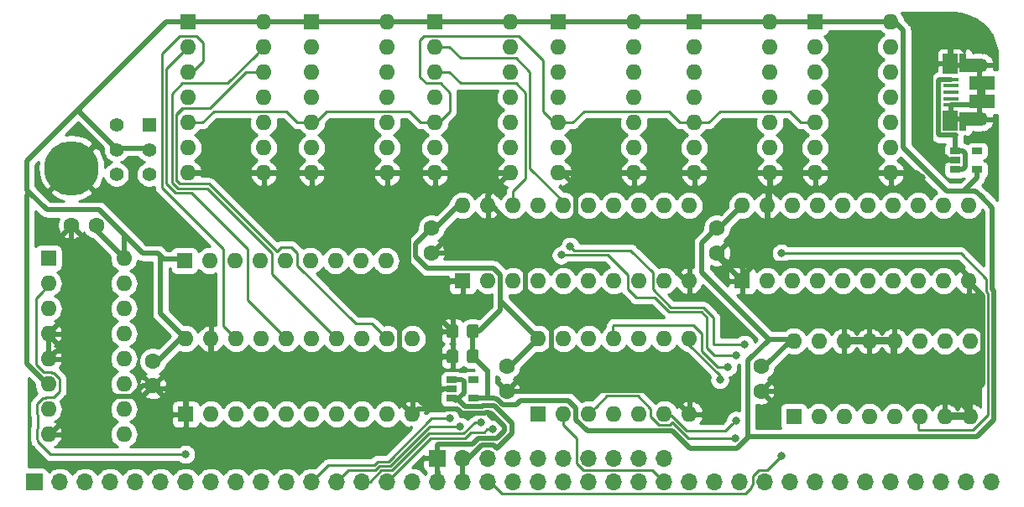
<source format=gbl>
G04 #@! TF.GenerationSoftware,KiCad,Pcbnew,(5.1.0-0)*
G04 #@! TF.CreationDate,2019-04-11T15:08:44-07:00*
G04 #@! TF.ProjectId,rc2014_monitor,72633230-3134-45f6-9d6f-6e69746f722e,rev?*
G04 #@! TF.SameCoordinates,Original*
G04 #@! TF.FileFunction,Copper,L2,Bot*
G04 #@! TF.FilePolarity,Positive*
%FSLAX46Y46*%
G04 Gerber Fmt 4.6, Leading zero omitted, Abs format (unit mm)*
G04 Created by KiCad (PCBNEW (5.1.0-0)) date 2019-04-11 15:08:44*
%MOMM*%
%LPD*%
G04 APERTURE LIST*
%ADD10O,1.600000X1.600000*%
%ADD11R,1.600000X1.600000*%
%ADD12C,5.500000*%
%ADD13O,1.700000X1.700000*%
%ADD14R,1.700000X1.700000*%
%ADD15C,1.600000*%
%ADD16C,1.400000*%
%ADD17R,1.400000X1.400000*%
%ADD18R,2.500000X1.430000*%
%ADD19O,1.700000X1.350000*%
%ADD20O,1.500000X1.100000*%
%ADD21R,1.650000X0.400000*%
%ADD22R,1.500000X2.000000*%
%ADD23R,0.700000X1.825000*%
%ADD24R,2.000000X1.350000*%
%ADD25C,0.100000*%
%ADD26C,1.150000*%
%ADD27R,1.060000X0.650000*%
%ADD28C,0.800000*%
%ADD29C,0.500000*%
%ADD30C,0.250000*%
%ADD31C,0.254000*%
G04 APERTURE END LIST*
D10*
X128300000Y-110986000D03*
X143540000Y-118606000D03*
X130840000Y-110986000D03*
X141000000Y-118606000D03*
X133380000Y-110986000D03*
X138460000Y-118606000D03*
X135920000Y-110986000D03*
X135920000Y-118606000D03*
X138460000Y-110986000D03*
X133380000Y-118606000D03*
X141000000Y-110986000D03*
X130840000Y-118606000D03*
X143540000Y-110986000D03*
D11*
X128300000Y-118606000D03*
D10*
X154050000Y-111240000D03*
X171830000Y-118860000D03*
X156590000Y-111240000D03*
X169290000Y-118860000D03*
X159130000Y-111240000D03*
X166750000Y-118860000D03*
X161670000Y-111240000D03*
X164210000Y-118860000D03*
X164210000Y-111240000D03*
X161670000Y-118860000D03*
X166750000Y-111240000D03*
X159130000Y-118860000D03*
X169290000Y-111240000D03*
X156590000Y-118860000D03*
X171830000Y-111240000D03*
D11*
X154050000Y-118860000D03*
D10*
X86486000Y-102858000D03*
X78866000Y-120638000D03*
X86486000Y-105398000D03*
X78866000Y-118098000D03*
X86486000Y-107938000D03*
X78866000Y-115558000D03*
X86486000Y-110478000D03*
X78866000Y-113018000D03*
X86486000Y-113018000D03*
X78866000Y-110478000D03*
X86486000Y-115558000D03*
X78866000Y-107938000D03*
X86486000Y-118098000D03*
X78866000Y-105398000D03*
X86486000Y-120638000D03*
D11*
X78866000Y-102858000D03*
D12*
X81200000Y-93754000D03*
D13*
X140960000Y-123054000D03*
X138420000Y-123054000D03*
X135880000Y-123054000D03*
X133340000Y-123054000D03*
X130800000Y-123054000D03*
X128260000Y-123054000D03*
X125720000Y-123054000D03*
X123180000Y-123054000D03*
X120640000Y-123054000D03*
D14*
X118100000Y-123054000D03*
D15*
X125094000Y-116280000D03*
X125094000Y-113780000D03*
D16*
X85726000Y-94396000D03*
X85726000Y-91896000D03*
X85726000Y-89396000D03*
X89026000Y-94396000D03*
X89026000Y-91896000D03*
D17*
X89026000Y-89396000D03*
D10*
X112902000Y-103112000D03*
X110362000Y-103112000D03*
X107822000Y-103112000D03*
X105282000Y-103112000D03*
X102742000Y-103112000D03*
X100202000Y-103112000D03*
X97662000Y-103112000D03*
X95122000Y-103112000D03*
D11*
X92582000Y-103112000D03*
D15*
X150748000Y-116280000D03*
X150748000Y-113780000D03*
X81192000Y-99556000D03*
X83692000Y-99556000D03*
D14*
X77470000Y-125464000D03*
D13*
X80010000Y-125464000D03*
X82550000Y-125464000D03*
X85090000Y-125464000D03*
X87630000Y-125464000D03*
X90170000Y-125464000D03*
X92710000Y-125464000D03*
X95250000Y-125464000D03*
X97790000Y-125464000D03*
X100330000Y-125464000D03*
X102870000Y-125464000D03*
X105410000Y-125464000D03*
X107950000Y-125464000D03*
X110490000Y-125464000D03*
X113030000Y-125464000D03*
X115570000Y-125464000D03*
X118110000Y-125464000D03*
X120650000Y-125464000D03*
X123190000Y-125464000D03*
X125730000Y-125464000D03*
X128270000Y-125464000D03*
X130810000Y-125464000D03*
X133350000Y-125464000D03*
X135890000Y-125464000D03*
X138430000Y-125464000D03*
X140970000Y-125464000D03*
X143510000Y-125464000D03*
X146050000Y-125464000D03*
X148590000Y-125464000D03*
X151130000Y-125464000D03*
X153670000Y-125464000D03*
X156210000Y-125464000D03*
X158750000Y-125464000D03*
X161290000Y-125464000D03*
X163830000Y-125464000D03*
X166370000Y-125464000D03*
X168910000Y-125464000D03*
X171450000Y-125464000D03*
X173990000Y-125464000D03*
D18*
X173089000Y-87041000D03*
X173089000Y-85121000D03*
D19*
X172819000Y-88811000D03*
X172819000Y-83351000D03*
D20*
X169819000Y-88501000D03*
X169819000Y-83661000D03*
D21*
X169939000Y-87381000D03*
X169939000Y-86731000D03*
X169939000Y-86081000D03*
X169939000Y-85431000D03*
X169939000Y-84781000D03*
D22*
X169819000Y-88981000D03*
X169839000Y-83231000D03*
D23*
X171139000Y-89081000D03*
X171139000Y-83131000D03*
D24*
X171889000Y-83351000D03*
X171889000Y-88831000D03*
D15*
X89400000Y-113254000D03*
X89400000Y-115754000D03*
X117500000Y-102322000D03*
X117500000Y-99822000D03*
X146304000Y-99822000D03*
X146304000Y-102322000D03*
D25*
G36*
X122024505Y-109537204D02*
G01*
X122048773Y-109540804D01*
X122072572Y-109546765D01*
X122095671Y-109555030D01*
X122117850Y-109565520D01*
X122138893Y-109578132D01*
X122158599Y-109592747D01*
X122176777Y-109609223D01*
X122193253Y-109627401D01*
X122207868Y-109647107D01*
X122220480Y-109668150D01*
X122230970Y-109690329D01*
X122239235Y-109713428D01*
X122245196Y-109737227D01*
X122248796Y-109761495D01*
X122250000Y-109785999D01*
X122250000Y-110686001D01*
X122248796Y-110710505D01*
X122245196Y-110734773D01*
X122239235Y-110758572D01*
X122230970Y-110781671D01*
X122220480Y-110803850D01*
X122207868Y-110824893D01*
X122193253Y-110844599D01*
X122176777Y-110862777D01*
X122158599Y-110879253D01*
X122138893Y-110893868D01*
X122117850Y-110906480D01*
X122095671Y-110916970D01*
X122072572Y-110925235D01*
X122048773Y-110931196D01*
X122024505Y-110934796D01*
X122000001Y-110936000D01*
X121349999Y-110936000D01*
X121325495Y-110934796D01*
X121301227Y-110931196D01*
X121277428Y-110925235D01*
X121254329Y-110916970D01*
X121232150Y-110906480D01*
X121211107Y-110893868D01*
X121191401Y-110879253D01*
X121173223Y-110862777D01*
X121156747Y-110844599D01*
X121142132Y-110824893D01*
X121129520Y-110803850D01*
X121119030Y-110781671D01*
X121110765Y-110758572D01*
X121104804Y-110734773D01*
X121101204Y-110710505D01*
X121100000Y-110686001D01*
X121100000Y-109785999D01*
X121101204Y-109761495D01*
X121104804Y-109737227D01*
X121110765Y-109713428D01*
X121119030Y-109690329D01*
X121129520Y-109668150D01*
X121142132Y-109647107D01*
X121156747Y-109627401D01*
X121173223Y-109609223D01*
X121191401Y-109592747D01*
X121211107Y-109578132D01*
X121232150Y-109565520D01*
X121254329Y-109555030D01*
X121277428Y-109546765D01*
X121301227Y-109540804D01*
X121325495Y-109537204D01*
X121349999Y-109536000D01*
X122000001Y-109536000D01*
X122024505Y-109537204D01*
X122024505Y-109537204D01*
G37*
D26*
X121675000Y-110236000D03*
D25*
G36*
X119974505Y-109537204D02*
G01*
X119998773Y-109540804D01*
X120022572Y-109546765D01*
X120045671Y-109555030D01*
X120067850Y-109565520D01*
X120088893Y-109578132D01*
X120108599Y-109592747D01*
X120126777Y-109609223D01*
X120143253Y-109627401D01*
X120157868Y-109647107D01*
X120170480Y-109668150D01*
X120180970Y-109690329D01*
X120189235Y-109713428D01*
X120195196Y-109737227D01*
X120198796Y-109761495D01*
X120200000Y-109785999D01*
X120200000Y-110686001D01*
X120198796Y-110710505D01*
X120195196Y-110734773D01*
X120189235Y-110758572D01*
X120180970Y-110781671D01*
X120170480Y-110803850D01*
X120157868Y-110824893D01*
X120143253Y-110844599D01*
X120126777Y-110862777D01*
X120108599Y-110879253D01*
X120088893Y-110893868D01*
X120067850Y-110906480D01*
X120045671Y-110916970D01*
X120022572Y-110925235D01*
X119998773Y-110931196D01*
X119974505Y-110934796D01*
X119950001Y-110936000D01*
X119299999Y-110936000D01*
X119275495Y-110934796D01*
X119251227Y-110931196D01*
X119227428Y-110925235D01*
X119204329Y-110916970D01*
X119182150Y-110906480D01*
X119161107Y-110893868D01*
X119141401Y-110879253D01*
X119123223Y-110862777D01*
X119106747Y-110844599D01*
X119092132Y-110824893D01*
X119079520Y-110803850D01*
X119069030Y-110781671D01*
X119060765Y-110758572D01*
X119054804Y-110734773D01*
X119051204Y-110710505D01*
X119050000Y-110686001D01*
X119050000Y-109785999D01*
X119051204Y-109761495D01*
X119054804Y-109737227D01*
X119060765Y-109713428D01*
X119069030Y-109690329D01*
X119079520Y-109668150D01*
X119092132Y-109647107D01*
X119106747Y-109627401D01*
X119123223Y-109609223D01*
X119141401Y-109592747D01*
X119161107Y-109578132D01*
X119182150Y-109565520D01*
X119204329Y-109555030D01*
X119227428Y-109546765D01*
X119251227Y-109540804D01*
X119275495Y-109537204D01*
X119299999Y-109536000D01*
X119950001Y-109536000D01*
X119974505Y-109537204D01*
X119974505Y-109537204D01*
G37*
D26*
X119625000Y-110236000D03*
D25*
G36*
X119974505Y-112077204D02*
G01*
X119998773Y-112080804D01*
X120022572Y-112086765D01*
X120045671Y-112095030D01*
X120067850Y-112105520D01*
X120088893Y-112118132D01*
X120108599Y-112132747D01*
X120126777Y-112149223D01*
X120143253Y-112167401D01*
X120157868Y-112187107D01*
X120170480Y-112208150D01*
X120180970Y-112230329D01*
X120189235Y-112253428D01*
X120195196Y-112277227D01*
X120198796Y-112301495D01*
X120200000Y-112325999D01*
X120200000Y-113226001D01*
X120198796Y-113250505D01*
X120195196Y-113274773D01*
X120189235Y-113298572D01*
X120180970Y-113321671D01*
X120170480Y-113343850D01*
X120157868Y-113364893D01*
X120143253Y-113384599D01*
X120126777Y-113402777D01*
X120108599Y-113419253D01*
X120088893Y-113433868D01*
X120067850Y-113446480D01*
X120045671Y-113456970D01*
X120022572Y-113465235D01*
X119998773Y-113471196D01*
X119974505Y-113474796D01*
X119950001Y-113476000D01*
X119299999Y-113476000D01*
X119275495Y-113474796D01*
X119251227Y-113471196D01*
X119227428Y-113465235D01*
X119204329Y-113456970D01*
X119182150Y-113446480D01*
X119161107Y-113433868D01*
X119141401Y-113419253D01*
X119123223Y-113402777D01*
X119106747Y-113384599D01*
X119092132Y-113364893D01*
X119079520Y-113343850D01*
X119069030Y-113321671D01*
X119060765Y-113298572D01*
X119054804Y-113274773D01*
X119051204Y-113250505D01*
X119050000Y-113226001D01*
X119050000Y-112325999D01*
X119051204Y-112301495D01*
X119054804Y-112277227D01*
X119060765Y-112253428D01*
X119069030Y-112230329D01*
X119079520Y-112208150D01*
X119092132Y-112187107D01*
X119106747Y-112167401D01*
X119123223Y-112149223D01*
X119141401Y-112132747D01*
X119161107Y-112118132D01*
X119182150Y-112105520D01*
X119204329Y-112095030D01*
X119227428Y-112086765D01*
X119251227Y-112080804D01*
X119275495Y-112077204D01*
X119299999Y-112076000D01*
X119950001Y-112076000D01*
X119974505Y-112077204D01*
X119974505Y-112077204D01*
G37*
D26*
X119625000Y-112776000D03*
D25*
G36*
X122024505Y-112077204D02*
G01*
X122048773Y-112080804D01*
X122072572Y-112086765D01*
X122095671Y-112095030D01*
X122117850Y-112105520D01*
X122138893Y-112118132D01*
X122158599Y-112132747D01*
X122176777Y-112149223D01*
X122193253Y-112167401D01*
X122207868Y-112187107D01*
X122220480Y-112208150D01*
X122230970Y-112230329D01*
X122239235Y-112253428D01*
X122245196Y-112277227D01*
X122248796Y-112301495D01*
X122250000Y-112325999D01*
X122250000Y-113226001D01*
X122248796Y-113250505D01*
X122245196Y-113274773D01*
X122239235Y-113298572D01*
X122230970Y-113321671D01*
X122220480Y-113343850D01*
X122207868Y-113364893D01*
X122193253Y-113384599D01*
X122176777Y-113402777D01*
X122158599Y-113419253D01*
X122138893Y-113433868D01*
X122117850Y-113446480D01*
X122095671Y-113456970D01*
X122072572Y-113465235D01*
X122048773Y-113471196D01*
X122024505Y-113474796D01*
X122000001Y-113476000D01*
X121349999Y-113476000D01*
X121325495Y-113474796D01*
X121301227Y-113471196D01*
X121277428Y-113465235D01*
X121254329Y-113456970D01*
X121232150Y-113446480D01*
X121211107Y-113433868D01*
X121191401Y-113419253D01*
X121173223Y-113402777D01*
X121156747Y-113384599D01*
X121142132Y-113364893D01*
X121129520Y-113343850D01*
X121119030Y-113321671D01*
X121110765Y-113298572D01*
X121104804Y-113274773D01*
X121101204Y-113250505D01*
X121100000Y-113226001D01*
X121100000Y-112325999D01*
X121101204Y-112301495D01*
X121104804Y-112277227D01*
X121110765Y-112253428D01*
X121119030Y-112230329D01*
X121129520Y-112208150D01*
X121142132Y-112187107D01*
X121156747Y-112167401D01*
X121173223Y-112149223D01*
X121191401Y-112132747D01*
X121211107Y-112118132D01*
X121232150Y-112105520D01*
X121254329Y-112095030D01*
X121277428Y-112086765D01*
X121301227Y-112080804D01*
X121325495Y-112077204D01*
X121349999Y-112076000D01*
X122000001Y-112076000D01*
X122024505Y-112077204D01*
X122024505Y-112077204D01*
G37*
D26*
X121675000Y-112776000D03*
D11*
X156210000Y-78994000D03*
D10*
X163830000Y-94234000D03*
X156210000Y-81534000D03*
X163830000Y-91694000D03*
X156210000Y-84074000D03*
X163830000Y-89154000D03*
X156210000Y-86614000D03*
X163830000Y-86614000D03*
X156210000Y-89154000D03*
X163830000Y-84074000D03*
X156210000Y-91694000D03*
X163830000Y-81534000D03*
X156210000Y-94234000D03*
X163830000Y-78994000D03*
X151638000Y-78994000D03*
X144018000Y-94234000D03*
X151638000Y-81534000D03*
X144018000Y-91694000D03*
X151638000Y-84074000D03*
X144018000Y-89154000D03*
X151638000Y-86614000D03*
X144018000Y-86614000D03*
X151638000Y-89154000D03*
X144018000Y-84074000D03*
X151638000Y-91694000D03*
X144018000Y-81534000D03*
X151638000Y-94234000D03*
D11*
X144018000Y-78994000D03*
D10*
X137922000Y-78994000D03*
X130302000Y-94234000D03*
X137922000Y-81534000D03*
X130302000Y-91694000D03*
X137922000Y-84074000D03*
X130302000Y-89154000D03*
X137922000Y-86614000D03*
X130302000Y-86614000D03*
X137922000Y-89154000D03*
X130302000Y-84074000D03*
X137922000Y-91694000D03*
X130302000Y-81534000D03*
X137922000Y-94234000D03*
D11*
X130302000Y-78994000D03*
X117856000Y-78994000D03*
D10*
X125476000Y-94234000D03*
X117856000Y-81534000D03*
X125476000Y-91694000D03*
X117856000Y-84074000D03*
X125476000Y-89154000D03*
X117856000Y-86614000D03*
X125476000Y-86614000D03*
X117856000Y-89154000D03*
X125476000Y-84074000D03*
X117856000Y-91694000D03*
X125476000Y-81534000D03*
X117856000Y-94234000D03*
X125476000Y-78994000D03*
X113030000Y-78994000D03*
X105410000Y-94234000D03*
X113030000Y-81534000D03*
X105410000Y-91694000D03*
X113030000Y-84074000D03*
X105410000Y-89154000D03*
X113030000Y-86614000D03*
X105410000Y-86614000D03*
X113030000Y-89154000D03*
X105410000Y-84074000D03*
X113030000Y-91694000D03*
X105410000Y-81534000D03*
X113030000Y-94234000D03*
D11*
X105410000Y-78994000D03*
X92964000Y-78994000D03*
D10*
X100584000Y-94234000D03*
X92964000Y-81534000D03*
X100584000Y-91694000D03*
X92964000Y-84074000D03*
X100584000Y-89154000D03*
X92964000Y-86614000D03*
X100584000Y-86614000D03*
X92964000Y-89154000D03*
X100584000Y-84074000D03*
X92964000Y-91694000D03*
X100584000Y-81534000D03*
X92964000Y-94234000D03*
X100584000Y-78994000D03*
X92710000Y-110998000D03*
X115570000Y-118618000D03*
X95250000Y-110998000D03*
X113030000Y-118618000D03*
X97790000Y-110998000D03*
X110490000Y-118618000D03*
X100330000Y-110998000D03*
X107950000Y-118618000D03*
X102870000Y-110998000D03*
X105410000Y-118618000D03*
X105410000Y-110998000D03*
X102870000Y-118618000D03*
X107950000Y-110998000D03*
X100330000Y-118618000D03*
X110490000Y-110998000D03*
X97790000Y-118618000D03*
X113030000Y-110998000D03*
X95250000Y-118618000D03*
X115570000Y-110998000D03*
D11*
X92710000Y-118618000D03*
X120650000Y-105156000D03*
D10*
X143510000Y-97536000D03*
X123190000Y-105156000D03*
X140970000Y-97536000D03*
X125730000Y-105156000D03*
X138430000Y-97536000D03*
X128270000Y-105156000D03*
X135890000Y-97536000D03*
X130810000Y-105156000D03*
X133350000Y-97536000D03*
X133350000Y-105156000D03*
X130810000Y-97536000D03*
X135890000Y-105156000D03*
X128270000Y-97536000D03*
X138430000Y-105156000D03*
X125730000Y-97536000D03*
X140970000Y-105156000D03*
X123190000Y-97536000D03*
X143510000Y-105156000D03*
X120650000Y-97536000D03*
D11*
X148844000Y-105156000D03*
D10*
X171704000Y-97536000D03*
X151384000Y-105156000D03*
X169164000Y-97536000D03*
X153924000Y-105156000D03*
X166624000Y-97536000D03*
X156464000Y-105156000D03*
X164084000Y-97536000D03*
X159004000Y-105156000D03*
X161544000Y-97536000D03*
X161544000Y-105156000D03*
X159004000Y-97536000D03*
X164084000Y-105156000D03*
X156464000Y-97536000D03*
X166624000Y-105156000D03*
X153924000Y-97536000D03*
X169164000Y-105156000D03*
X151384000Y-97536000D03*
X171704000Y-105156000D03*
X148844000Y-97536000D03*
D27*
X172550000Y-93914000D03*
X172550000Y-92014000D03*
X170350000Y-92014000D03*
X170350000Y-92964000D03*
X170350000Y-93914000D03*
X119550000Y-117028000D03*
X119550000Y-116078000D03*
X119550000Y-115128000D03*
X121750000Y-115128000D03*
X121750000Y-117028000D03*
D28*
X167727000Y-80939000D03*
X166911952Y-94708048D03*
X152800000Y-102354000D03*
X152800000Y-122854000D03*
X92710000Y-122682000D03*
X119400000Y-119054000D03*
X120400000Y-119854000D03*
X122500000Y-119454000D03*
X123700000Y-120154000D03*
X131500000Y-101654000D03*
X149100000Y-111554000D03*
X130600000Y-102554000D03*
X148200000Y-112654000D03*
X148170313Y-121039593D03*
X148200000Y-119254000D03*
X147400000Y-113854000D03*
X146600000Y-115154000D03*
D29*
X119755000Y-117028000D02*
X119550000Y-117028000D01*
X120580000Y-115128000D02*
X119550000Y-115128000D01*
X119981500Y-117254500D02*
X119755000Y-117028000D01*
X120769999Y-115317999D02*
X120580000Y-115128000D01*
X120769999Y-116466001D02*
X120769999Y-115317999D01*
X120650000Y-123064000D02*
X120640000Y-123054000D01*
X120650000Y-125464000D02*
X120650000Y-123064000D01*
X119990464Y-117254500D02*
X119981500Y-117254500D01*
X120141000Y-117095000D02*
X120769999Y-116466001D01*
X119981500Y-117254500D02*
X120141000Y-117095000D01*
X123829978Y-117794010D02*
X123662047Y-117794010D01*
X122640001Y-117803001D02*
X120859999Y-117803001D01*
X121255998Y-123054000D02*
X122555999Y-121753999D01*
X123662047Y-117794010D02*
X123596047Y-117728010D01*
X123596047Y-117728010D02*
X122714992Y-117728010D01*
X122555999Y-121753999D02*
X123804001Y-121753999D01*
X123804001Y-121753999D02*
X124096983Y-122046981D01*
X120640000Y-123054000D02*
X121255998Y-123054000D01*
X125600011Y-120543954D02*
X125600011Y-119564043D01*
X122714992Y-117728010D02*
X122640001Y-117803001D01*
X120151998Y-117095000D02*
X120141000Y-117095000D01*
X120859999Y-117803001D02*
X120151998Y-117095000D01*
X124096983Y-122046981D02*
X125600011Y-120543954D01*
X125600011Y-119564043D02*
X123829978Y-117794010D01*
X151384000Y-94488000D02*
X151638000Y-94234000D01*
X120650000Y-105156000D02*
X120650000Y-105556000D01*
X105410000Y-94234000D02*
X100584000Y-94234000D01*
X92964000Y-94234000D02*
X96774000Y-94234000D01*
X105410000Y-94234000D02*
X113030000Y-94234000D01*
X119556000Y-94234000D02*
X125476000Y-94234000D01*
X117856000Y-94234000D02*
X119556000Y-94234000D01*
X130302000Y-94234000D02*
X137922000Y-94234000D01*
X137922000Y-94234000D02*
X144018000Y-94234000D01*
X144018000Y-94234000D02*
X151638000Y-94234000D01*
X151638000Y-94234000D02*
X156210000Y-94234000D01*
X156210000Y-94234000D02*
X163830000Y-94234000D01*
X123190000Y-96520000D02*
X125476000Y-94234000D01*
X123190000Y-97536000D02*
X123190000Y-96520000D01*
X151638000Y-97282000D02*
X151384000Y-97536000D01*
X151638000Y-94234000D02*
X151638000Y-97282000D01*
X130702000Y-94234000D02*
X130302000Y-94234000D01*
X132099990Y-98453771D02*
X132099990Y-95631990D01*
X131367751Y-99186010D02*
X132099990Y-98453771D01*
X132099990Y-95631990D02*
X130702000Y-94234000D01*
X123562219Y-97536000D02*
X125212229Y-99186010D01*
X123190000Y-97536000D02*
X123562219Y-97536000D01*
X113430000Y-94234000D02*
X113030000Y-94234000D01*
X137167791Y-99186010D02*
X129967990Y-99186010D01*
X143137781Y-105156000D02*
X137167791Y-99186010D01*
X143510000Y-105156000D02*
X143137781Y-105156000D01*
X129967990Y-99186010D02*
X131367751Y-99186010D01*
X120650000Y-105156000D02*
X120002000Y-105156000D01*
X115520000Y-94234000D02*
X113030000Y-94234000D01*
X117856000Y-94234000D02*
X115520000Y-94234000D01*
X151384000Y-97536000D02*
X151384000Y-101346000D01*
X169839000Y-83231000D02*
X169839000Y-80939000D01*
X169839000Y-80939000D02*
X167727000Y-80939000D01*
X164060000Y-110634000D02*
X164060000Y-111034000D01*
X171704000Y-105156000D02*
X171704000Y-105556000D01*
X164060000Y-111434000D02*
X164060000Y-111034000D01*
X169140000Y-118654000D02*
X171680000Y-118654000D01*
X164060000Y-111034000D02*
X161520000Y-111034000D01*
X161520000Y-111034000D02*
X158980000Y-111034000D01*
X120650000Y-105156000D02*
X118937998Y-105156000D01*
X148844000Y-104756000D02*
X148844000Y-105156000D01*
X151384000Y-101346000D02*
X151384000Y-102216000D01*
X172819000Y-83351000D02*
X172819000Y-88811000D01*
X169959000Y-83351000D02*
X169839000Y-83231000D01*
X172819000Y-83351000D02*
X169959000Y-83351000D01*
X169969000Y-88831000D02*
X169819000Y-88981000D01*
X171889000Y-88831000D02*
X169969000Y-88831000D01*
X172819000Y-84851000D02*
X173089000Y-85121000D01*
X172819000Y-83351000D02*
X172819000Y-84851000D01*
X172819000Y-87311000D02*
X173089000Y-87041000D01*
X172819000Y-88811000D02*
X172819000Y-87311000D01*
X143510000Y-105556000D02*
X143510000Y-105156000D01*
X169140000Y-118254000D02*
X169140000Y-118654000D01*
X127126010Y-99186010D02*
X129967990Y-99186010D01*
X125212229Y-99186010D02*
X127126010Y-99186010D01*
X125222000Y-116292000D02*
X129500000Y-116292000D01*
X170326000Y-103378000D02*
X150368000Y-103378000D01*
X150295000Y-103305000D02*
X148844000Y-104756000D01*
X150368000Y-103378000D02*
X150295000Y-103305000D01*
X151384000Y-102216000D02*
X150295000Y-103305000D01*
X171704000Y-104756000D02*
X171704000Y-105156000D01*
X170326000Y-103378000D02*
X171704000Y-104756000D01*
X164060000Y-112734000D02*
X167029990Y-115703990D01*
X164060000Y-111034000D02*
X164060000Y-112734000D01*
X169718000Y-116292000D02*
X171680000Y-118254000D01*
X171680000Y-118254000D02*
X171680000Y-118654000D01*
X167029990Y-115721990D02*
X167600000Y-116292000D01*
X167029990Y-115703990D02*
X167029990Y-115721990D01*
X167600000Y-116292000D02*
X169718000Y-116292000D01*
X151130000Y-116292000D02*
X167600000Y-116292000D01*
X146304000Y-102616000D02*
X148590000Y-104902000D01*
X146304000Y-102322000D02*
X146304000Y-102616000D01*
X115520000Y-108154000D02*
X115729999Y-108363999D01*
X127126010Y-99186010D02*
X127126010Y-101980010D01*
X126960000Y-102322000D02*
X127126010Y-102488010D01*
X118110000Y-102322000D02*
X126960000Y-102322000D01*
X127126010Y-101980010D02*
X127126010Y-102488010D01*
X115570000Y-118618000D02*
X114280001Y-117328001D01*
X115520000Y-108154000D02*
X115520000Y-108573998D01*
X115348999Y-108744999D02*
X115729999Y-108363999D01*
X115520000Y-108573998D02*
X115348999Y-108744999D01*
X114280001Y-109813997D02*
X115348999Y-108744999D01*
X89662000Y-116038000D02*
X90793370Y-116038000D01*
X90793370Y-116038000D02*
X91789369Y-115042001D01*
X95269999Y-112149369D02*
X95269999Y-115042001D01*
X95250000Y-112129370D02*
X95269999Y-112149369D01*
X95250000Y-110998000D02*
X95250000Y-112129370D01*
X95269999Y-115042001D02*
X114280001Y-115042001D01*
X92710000Y-118618000D02*
X92710000Y-115062000D01*
X92710000Y-115062000D02*
X92729999Y-115042001D01*
X92729999Y-115042001D02*
X95269999Y-115042001D01*
X91789369Y-115042001D02*
X92729999Y-115042001D01*
X148590000Y-104902000D02*
X148844000Y-105156000D01*
X96774000Y-94234000D02*
X100584000Y-94234000D01*
X115983999Y-108109999D02*
X115729999Y-108363999D01*
X116491999Y-107601999D02*
X115983999Y-108109999D01*
X114280001Y-115042001D02*
X114280001Y-114534001D01*
X163830000Y-94234000D02*
X166437904Y-94234000D01*
X166511953Y-94308049D02*
X166911952Y-94708048D01*
X166437904Y-94234000D02*
X166511953Y-94308049D01*
X168589000Y-83231000D02*
X169839000Y-83231000D01*
X167918989Y-83901011D02*
X168589000Y-83231000D01*
X167918989Y-91247991D02*
X167918989Y-83901011D01*
X169634998Y-92964000D02*
X167918989Y-91247991D01*
X170350000Y-92964000D02*
X169634998Y-92964000D01*
X172749000Y-87381000D02*
X173089000Y-87041000D01*
X169939000Y-87381000D02*
X172749000Y-87381000D01*
X169939000Y-88861000D02*
X169819000Y-88981000D01*
X169939000Y-87381000D02*
X169939000Y-88861000D01*
X114300000Y-116078000D02*
X114280001Y-116058001D01*
X119550000Y-116078000D02*
X114300000Y-116078000D01*
X114280001Y-116058001D02*
X114280001Y-115042001D01*
X114280001Y-117328001D02*
X114280001Y-116058001D01*
X114554000Y-112776000D02*
X114280001Y-113049999D01*
X119625000Y-112776000D02*
X114554000Y-112776000D01*
X114280001Y-113049999D02*
X114280001Y-109813997D01*
X114280001Y-114534001D02*
X114280001Y-113049999D01*
X119001628Y-109603628D02*
X117532000Y-108134000D01*
X119001628Y-109612628D02*
X119001628Y-109603628D01*
X119625000Y-110236000D02*
X119001628Y-109612628D01*
X116745999Y-107347999D02*
X116491999Y-107601999D01*
X118937998Y-105156000D02*
X116745999Y-107347999D01*
X115199989Y-94554011D02*
X115199989Y-107833989D01*
X115199989Y-107833989D02*
X115520000Y-108154000D01*
X115520000Y-94234000D02*
X115199989Y-94554011D01*
X79699999Y-120034001D02*
X78900000Y-120834000D01*
X82729999Y-117004001D02*
X79699999Y-120034001D01*
X87296002Y-116828000D02*
X82906000Y-116828000D01*
X88370002Y-115754000D02*
X87296002Y-116828000D01*
X82906000Y-116828000D02*
X82729999Y-117004001D01*
X89400000Y-115754000D02*
X88370002Y-115754000D01*
X81192000Y-108152000D02*
X81192000Y-106708000D01*
X78866000Y-110478000D02*
X81192000Y-108152000D01*
X81192000Y-106708000D02*
X81192000Y-99810000D01*
X81192000Y-107966000D02*
X81192000Y-106708000D01*
X82729999Y-114503999D02*
X80566012Y-112340012D01*
X80566012Y-112340012D02*
X78900000Y-110674000D01*
X82729999Y-117004001D02*
X82729999Y-114503999D01*
X171680000Y-116954000D02*
X171680000Y-118654000D01*
X173100000Y-115534000D02*
X171680000Y-116954000D01*
X173100000Y-106654000D02*
X173100000Y-115534000D01*
X171704000Y-105156000D02*
X171704000Y-105258000D01*
X171704000Y-105258000D02*
X173100000Y-106654000D01*
X117532000Y-108134000D02*
X116745999Y-107347999D01*
X79665999Y-112218001D02*
X80444001Y-112218001D01*
X80444001Y-112218001D02*
X80566012Y-112340012D01*
X78866000Y-113018000D02*
X79665999Y-112218001D01*
X118110000Y-125464000D02*
X118110000Y-123093990D01*
X118500000Y-123054000D02*
X118100000Y-123054000D01*
X118100000Y-121704000D02*
X118100000Y-123054000D01*
X121666034Y-121654000D02*
X118150000Y-121654000D01*
X124900000Y-120254000D02*
X124096983Y-121057016D01*
X118150000Y-121654000D02*
X118100000Y-121704000D01*
X123540025Y-118494021D02*
X124900000Y-119853996D01*
X123372093Y-118494021D02*
X123540025Y-118494021D01*
X123004946Y-118428021D02*
X123306093Y-118428021D01*
X120570045Y-118503012D02*
X122929955Y-118503012D01*
X120221033Y-118154000D02*
X120570045Y-118503012D01*
X120210037Y-118154000D02*
X120221033Y-118154000D01*
X120110037Y-118054000D02*
X120210037Y-118154000D01*
X115570000Y-118618000D02*
X116134000Y-118054000D01*
X123306093Y-118428021D02*
X123372093Y-118494021D01*
X122929955Y-118503012D02*
X123004946Y-118428021D01*
X116134000Y-118054000D02*
X120110037Y-118054000D01*
X124096983Y-121057016D02*
X124093955Y-121053988D01*
X124900000Y-119853996D02*
X124900000Y-120254000D01*
X122266045Y-121053988D02*
X121666034Y-121654000D01*
X124093955Y-121053988D02*
X122266045Y-121053988D01*
X141097979Y-116205979D02*
X143510000Y-118618000D01*
X129586021Y-116205979D02*
X141097979Y-116205979D01*
X129500000Y-116292000D02*
X129586021Y-116205979D01*
X129600000Y-116192000D02*
X129500000Y-116292000D01*
X129600000Y-111596002D02*
X129600000Y-116192000D01*
X129589999Y-111586001D02*
X129600000Y-111596002D01*
X129589999Y-110385999D02*
X129589999Y-111586001D01*
X127019990Y-107580209D02*
X129600000Y-110160219D01*
X129600000Y-110375998D02*
X129589999Y-110385999D01*
X129600000Y-110160219D02*
X129600000Y-110375998D01*
X127126010Y-104132209D02*
X127019990Y-104238229D01*
X127019990Y-104238229D02*
X127019990Y-107580209D01*
X127126010Y-102488010D02*
X127126010Y-104132209D01*
D30*
X146593010Y-88028990D02*
X145468000Y-89154000D01*
X153634990Y-88028990D02*
X146593010Y-88028990D01*
X145468000Y-89154000D02*
X144018000Y-89154000D01*
X154760000Y-89154000D02*
X153634990Y-88028990D01*
X156210000Y-89154000D02*
X154760000Y-89154000D01*
X141442990Y-88028990D02*
X132877010Y-88028990D01*
X142568000Y-89154000D02*
X141442990Y-88028990D01*
X131752000Y-89154000D02*
X130302000Y-89154000D01*
X132877010Y-88028990D02*
X131752000Y-89154000D01*
X144018000Y-89154000D02*
X142568000Y-89154000D01*
X95539010Y-88028990D02*
X94414000Y-89154000D01*
X94414000Y-89154000D02*
X92964000Y-89154000D01*
X102834990Y-88028990D02*
X95539010Y-88028990D01*
X103960000Y-89154000D02*
X102834990Y-88028990D01*
X105410000Y-89154000D02*
X103960000Y-89154000D01*
X106935010Y-88028990D02*
X115280990Y-88028990D01*
X105810000Y-89154000D02*
X106935010Y-88028990D01*
X116406000Y-89154000D02*
X117856000Y-89154000D01*
X115280990Y-88028990D02*
X116406000Y-89154000D01*
X105410000Y-89154000D02*
X105810000Y-89154000D01*
X128776990Y-88028990D02*
X129902000Y-89154000D01*
X129902000Y-89154000D02*
X130302000Y-89154000D01*
X116745010Y-80408990D02*
X126341994Y-80408990D01*
X128776990Y-82843986D02*
X128776990Y-88028990D01*
X116330990Y-80823010D02*
X116745010Y-80408990D01*
X116330990Y-84539994D02*
X116330990Y-80823010D01*
X126341994Y-80408990D02*
X128776990Y-82843986D01*
X116990006Y-85199010D02*
X116330990Y-84539994D01*
X118432014Y-85199010D02*
X116990006Y-85199010D01*
X119381010Y-86148006D02*
X118432014Y-85199010D01*
X119381010Y-88028990D02*
X119381010Y-86148006D01*
X118256000Y-89154000D02*
X119381010Y-88028990D01*
X117856000Y-89154000D02*
X118256000Y-89154000D01*
X173505020Y-104966016D02*
X170893004Y-102354000D01*
X173505020Y-106245832D02*
X173505020Y-104966016D01*
X153365685Y-102354000D02*
X152800000Y-102354000D01*
X166600000Y-120104000D02*
X166675010Y-120179010D01*
X172145994Y-120179010D02*
X173675011Y-118649993D01*
X173675011Y-118649993D02*
X173675011Y-106415823D01*
X170893004Y-102354000D02*
X153365685Y-102354000D01*
X173675011Y-106415823D02*
X173505020Y-106245832D01*
X166675010Y-120179010D02*
X172145994Y-120179010D01*
X166600000Y-118254000D02*
X166600000Y-120104000D01*
X102070001Y-110198001D02*
X102870000Y-110998000D01*
X98932000Y-101886000D02*
X98932000Y-107060000D01*
X91725204Y-96259028D02*
X93305029Y-96259029D01*
X93305029Y-96259029D02*
X98932000Y-101886000D01*
X98932000Y-107060000D02*
X102070001Y-110198001D01*
X90750011Y-95283835D02*
X91725204Y-96259028D01*
X90750011Y-83747989D02*
X90750011Y-95283835D01*
X92964000Y-81534000D02*
X90750011Y-83747989D01*
X96500000Y-109708000D02*
X96990001Y-110198001D01*
X96990001Y-110198001D02*
X97790000Y-110998000D01*
X90300000Y-95734998D02*
X96500000Y-101934998D01*
X90300000Y-82206996D02*
X90300000Y-95734998D01*
X92098006Y-80408990D02*
X90300000Y-82206996D01*
X94489010Y-82948990D02*
X94489010Y-81068006D01*
X93364000Y-84074000D02*
X94489010Y-82948990D01*
X92964000Y-84074000D02*
X93364000Y-84074000D01*
X94489010Y-81068006D02*
X93829994Y-80408990D01*
X96500000Y-101934998D02*
X96500000Y-109708000D01*
X93829994Y-80408990D02*
X92098006Y-80408990D01*
X92423999Y-87739001D02*
X94963999Y-87739001D01*
X91838999Y-88324001D02*
X92423999Y-87739001D01*
X92098006Y-95359010D02*
X91838999Y-95100003D01*
X99134000Y-84074000D02*
X100584000Y-84074000D01*
X95114990Y-87739010D02*
X98780000Y-84074000D01*
X92387986Y-87739010D02*
X95114990Y-87739010D01*
X98780000Y-84074000D02*
X99134000Y-84074000D01*
X92098006Y-95359010D02*
X91800000Y-95061004D01*
X91800000Y-88326996D02*
X92387986Y-87739010D01*
X91800000Y-95061004D02*
X91800000Y-88326996D01*
X95105010Y-95359010D02*
X92098006Y-95359010D01*
X101910499Y-102164499D02*
X95105010Y-95359010D01*
X102329999Y-101744999D02*
X101910499Y-102164499D01*
X103410001Y-101744999D02*
X102329999Y-101744999D01*
X113030000Y-110998000D02*
X111494000Y-109462000D01*
X103995001Y-103603001D02*
X103995001Y-102329999D01*
X109854000Y-109462000D02*
X103995001Y-103603001D01*
X103995001Y-102329999D02*
X103410001Y-101744999D01*
X111494000Y-109462000D02*
X109854000Y-109462000D01*
X99784001Y-82333999D02*
X100584000Y-81534000D01*
X96918990Y-85199010D02*
X99784001Y-82333999D01*
X91312000Y-86274996D02*
X92387986Y-85199010D01*
X92387986Y-85199010D02*
X96918990Y-85199010D01*
X91312000Y-95209414D02*
X91312000Y-86274996D01*
X94918611Y-95809021D02*
X91911604Y-95809018D01*
X107950000Y-110998000D02*
X101455001Y-104503001D01*
X101455001Y-102345411D02*
X94918611Y-95809021D01*
X101455001Y-104503001D02*
X101455001Y-102345411D01*
X91911604Y-95809018D02*
X91312000Y-95209414D01*
X151365001Y-124288999D02*
X152800000Y-122854000D01*
X149954999Y-124899999D02*
X150565999Y-124288999D01*
X149954999Y-125699001D02*
X149954999Y-124899999D01*
X149765001Y-126028001D02*
X149765001Y-125888999D01*
X150565999Y-124288999D02*
X151365001Y-124288999D01*
X149765001Y-125888999D02*
X149954999Y-125699001D01*
X124622000Y-126654000D02*
X149000000Y-126654000D01*
X149154001Y-126639001D02*
X149765001Y-126028001D01*
X149014999Y-126639001D02*
X149154001Y-126639001D01*
X149000000Y-126654000D02*
X149014999Y-126639001D01*
X123190000Y-125222000D02*
X124622000Y-126654000D01*
X132835997Y-124288999D02*
X139794999Y-124288999D01*
X139794999Y-124288999D02*
X140120001Y-124614001D01*
X132164999Y-123618001D02*
X132835997Y-124288999D01*
X132164999Y-121062369D02*
X132164999Y-123618001D01*
X140120001Y-124614001D02*
X140970000Y-125464000D01*
X130840000Y-119737370D02*
X132164999Y-121062369D01*
X130840000Y-118606000D02*
X130840000Y-119737370D01*
X78100001Y-106393999D02*
X78900000Y-105594000D01*
X77596000Y-106898000D02*
X78100001Y-106393999D01*
X79150003Y-114339001D02*
X78359999Y-114339001D01*
X77774999Y-121374001D02*
X77774999Y-121212001D01*
X79991001Y-115017999D02*
X79406001Y-114432999D01*
X80025001Y-116294001D02*
X80025001Y-115213999D01*
X78555999Y-116972999D02*
X78649997Y-116879001D01*
X78325999Y-116972999D02*
X78555999Y-116972999D01*
X77740999Y-117557999D02*
X78325999Y-116972999D01*
X77740999Y-120097999D02*
X77774999Y-120063999D01*
X79244001Y-114432999D02*
X79150003Y-114339001D01*
X77740999Y-118638001D02*
X77740999Y-117557999D01*
X92710000Y-122682000D02*
X79082998Y-122682000D01*
X77774999Y-121212001D02*
X77740999Y-121178001D01*
X77774999Y-118672001D02*
X77740999Y-118638001D01*
X80025001Y-115213999D02*
X79991001Y-115179999D01*
X79440001Y-116879001D02*
X80025001Y-116294001D01*
X77740999Y-121178001D02*
X77740999Y-120097999D01*
X79406001Y-114432999D02*
X79244001Y-114432999D01*
X79082998Y-122682000D02*
X77774999Y-121374001D01*
X78649997Y-116879001D02*
X79440001Y-116879001D01*
X78359999Y-114339001D02*
X77596000Y-113575002D01*
X77774999Y-120063999D02*
X77774999Y-118672001D01*
X77596000Y-113575002D02*
X77596000Y-106898000D01*
X79991001Y-115179999D02*
X79991001Y-115017999D01*
X119306000Y-81534000D02*
X117856000Y-81534000D01*
X120431010Y-82659010D02*
X119306000Y-81534000D01*
X126052014Y-82659010D02*
X120431010Y-82659010D01*
X127451020Y-84058016D02*
X126052014Y-82659010D01*
X127451020Y-93777020D02*
X127451020Y-84058016D01*
X130810000Y-97136000D02*
X127451020Y-93777020D01*
X130810000Y-97536000D02*
X130810000Y-97136000D01*
X126052014Y-85199010D02*
X120431010Y-85199010D01*
X120431010Y-85199010D02*
X119306000Y-84074000D01*
X127001010Y-86148006D02*
X126052014Y-85199010D01*
X127001010Y-94814990D02*
X127001010Y-86148006D01*
X125730000Y-96086000D02*
X127001010Y-94814990D01*
X119306000Y-84074000D02*
X117856000Y-84074000D01*
X125730000Y-97536000D02*
X125730000Y-96086000D01*
X107120000Y-123754000D02*
X105410000Y-125464000D01*
X113165023Y-123388977D02*
X112093199Y-123388977D01*
X112093199Y-123388977D02*
X111728176Y-123754000D01*
X111728176Y-123754000D02*
X107120000Y-123754000D01*
X117500000Y-119054000D02*
X113165023Y-123388977D01*
X119400000Y-119054000D02*
X117500000Y-119054000D01*
X109125001Y-124288999D02*
X111829588Y-124288999D01*
X107950000Y-125464000D02*
X109125001Y-124288999D01*
X119834315Y-119854000D02*
X120400000Y-119854000D01*
X111829588Y-124288999D02*
X112279599Y-123838988D01*
X117336411Y-119854000D02*
X119834315Y-119854000D01*
X112279599Y-123838988D02*
X113351423Y-123838988D01*
X113351423Y-123838988D02*
X117336411Y-119854000D01*
X113565001Y-124288999D02*
X112465999Y-124288999D01*
X122500000Y-119454000D02*
X121873002Y-119454000D01*
X120748001Y-120579001D02*
X117274999Y-120579001D01*
X112465999Y-124288999D02*
X111290998Y-125464000D01*
X111290998Y-125464000D02*
X110490000Y-125464000D01*
X121873002Y-119454000D02*
X120748001Y-120579001D01*
X117274999Y-120579001D02*
X113565001Y-124288999D01*
X113879999Y-124614001D02*
X113030000Y-125464000D01*
X117415010Y-121078990D02*
X113879999Y-124614001D01*
X120884422Y-121078990D02*
X117415010Y-121078990D01*
X121484434Y-120478978D02*
X120884422Y-121078990D01*
X122809337Y-120478978D02*
X121484434Y-120478978D01*
X123134315Y-120154000D02*
X122809337Y-120478978D01*
X123700000Y-120154000D02*
X123134315Y-120154000D01*
X139844990Y-106021994D02*
X139844990Y-104290006D01*
X141676996Y-107854000D02*
X139844990Y-106021994D01*
X144936411Y-107854001D02*
X141676996Y-107854000D01*
X131899999Y-102053999D02*
X131500000Y-101654000D01*
X137608983Y-102053999D02*
X131899999Y-102053999D01*
X145963610Y-108881200D02*
X144936411Y-107854001D01*
X139844990Y-104290006D02*
X137608983Y-102053999D01*
X145963610Y-111554000D02*
X145963610Y-108881200D01*
X149100000Y-111554000D02*
X145963610Y-111554000D01*
D29*
X163830000Y-78994000D02*
X92964000Y-78994000D01*
X120650000Y-97936000D02*
X120650000Y-97536000D01*
X148844000Y-97536000D02*
X148336000Y-97536000D01*
X89100000Y-102354000D02*
X89092000Y-102362000D01*
X92564000Y-78994000D02*
X92964000Y-78994000D01*
X152600000Y-111034000D02*
X153900000Y-111034000D01*
X151911998Y-111034000D02*
X152600000Y-111034000D01*
X125222000Y-113792000D02*
X125476000Y-113792000D01*
X151602000Y-111034000D02*
X151911998Y-111034000D01*
X149430001Y-113205999D02*
X151602000Y-111034000D01*
X151142000Y-113792000D02*
X153900000Y-111034000D01*
X151130000Y-113792000D02*
X151142000Y-113792000D01*
X148844000Y-97936000D02*
X148844000Y-97536000D01*
X149430001Y-120982001D02*
X149430001Y-114886001D01*
X149430001Y-114886001D02*
X149430001Y-113205999D01*
X146558000Y-99822000D02*
X148844000Y-97536000D01*
X146304000Y-99822000D02*
X146558000Y-99822000D01*
X90170000Y-108458000D02*
X92710000Y-110998000D01*
X90178000Y-105734000D02*
X90170000Y-105742000D01*
X90170000Y-105742000D02*
X90170000Y-108458000D01*
X92202000Y-110998000D02*
X89662000Y-113538000D01*
X92710000Y-110998000D02*
X92202000Y-110998000D01*
X144780000Y-101346000D02*
X146304000Y-99822000D01*
X144780000Y-104258219D02*
X144780000Y-101346000D01*
X151555781Y-111034000D02*
X144780000Y-104258219D01*
X151911998Y-111034000D02*
X151555781Y-111034000D01*
X127470001Y-110198001D02*
X128270000Y-110998000D01*
X124479999Y-107207999D02*
X127470001Y-110198001D01*
X172550000Y-94739000D02*
X171217891Y-96071109D01*
X172550000Y-93914000D02*
X172550000Y-94739000D01*
X171217891Y-96071109D02*
X169985109Y-96071109D01*
X165100000Y-91694000D02*
X169477109Y-96071109D01*
X165100000Y-79864000D02*
X165100000Y-91694000D01*
X164230000Y-78994000D02*
X165100000Y-79864000D01*
X169477109Y-96071109D02*
X169985109Y-96071109D01*
X163830000Y-78994000D02*
X164230000Y-78994000D01*
X121675000Y-110236000D02*
X121675000Y-112776000D01*
X124479999Y-108106001D02*
X124479999Y-107207999D01*
X122350000Y-110236000D02*
X124479999Y-108106001D01*
X121675000Y-110236000D02*
X122350000Y-110236000D01*
X122298372Y-113399372D02*
X122298372Y-113408372D01*
X121675000Y-112776000D02*
X122298372Y-113399372D01*
X90500000Y-102954000D02*
X90178000Y-102632000D01*
X92700000Y-102954000D02*
X90500000Y-102954000D01*
X90178000Y-102632000D02*
X90178000Y-105734000D01*
X89900000Y-102354000D02*
X90178000Y-102632000D01*
X89100000Y-102354000D02*
X89900000Y-102354000D01*
X115900000Y-102692000D02*
X115900000Y-101422000D01*
X117062000Y-103854000D02*
X115900000Y-102692000D01*
X115900000Y-101422000D02*
X117500000Y-99822000D01*
X123778000Y-103854000D02*
X117062000Y-103854000D01*
X124479999Y-104555999D02*
X123778000Y-103854000D01*
X124479999Y-107207999D02*
X124479999Y-104555999D01*
X120218000Y-97536000D02*
X120650000Y-97536000D01*
X117932000Y-99822000D02*
X120218000Y-97536000D01*
X117500000Y-99822000D02*
X117932000Y-99822000D01*
X88384000Y-102354000D02*
X89100000Y-102354000D01*
X86520000Y-100490000D02*
X86492000Y-100462000D01*
X86492000Y-100462000D02*
X88384000Y-102354000D01*
X86520000Y-103054000D02*
X86520000Y-100490000D01*
X85700000Y-91754000D02*
X82050000Y-88104000D01*
X88800000Y-91754000D02*
X85700000Y-91754000D01*
X83984000Y-97954000D02*
X86492000Y-100462000D01*
X78700000Y-97954000D02*
X83984000Y-97954000D01*
X76962000Y-96216000D02*
X78700000Y-97954000D01*
X90760000Y-78994000D02*
X92964000Y-78994000D01*
X82300000Y-87454000D02*
X90760000Y-78994000D01*
X82050000Y-87704000D02*
X82300000Y-87454000D01*
X82050000Y-88104000D02*
X82050000Y-87704000D01*
X76700010Y-93053990D02*
X81650000Y-88104000D01*
X81650000Y-88104000D02*
X82300000Y-87454000D01*
X76700010Y-95954010D02*
X76700010Y-93053990D01*
X76962000Y-96216000D02*
X76700010Y-95954010D01*
X76700010Y-113554010D02*
X78900000Y-115754000D01*
X76700010Y-96477990D02*
X76700010Y-113554010D01*
X76962000Y-96216000D02*
X76700010Y-96477990D01*
X123174000Y-117028000D02*
X123174000Y-114275000D01*
X121750000Y-117028000D02*
X123174000Y-117028000D01*
X123174000Y-114275000D02*
X122298372Y-113399372D01*
X123174000Y-117028000D02*
X123886000Y-117028000D01*
X123174000Y-114275000D02*
X123174000Y-114232630D01*
X125730000Y-113538000D02*
X128270000Y-110998000D01*
X125000000Y-113538000D02*
X125730000Y-113538000D01*
X83692000Y-100064000D02*
X86486000Y-102858000D01*
X83692000Y-99810000D02*
X83692000Y-100064000D01*
X174250022Y-106177646D02*
X174250022Y-119203978D01*
X174088841Y-106016465D02*
X174250022Y-106177646D01*
X169985109Y-96071109D02*
X172406891Y-96071109D01*
X172406891Y-96071109D02*
X172954010Y-96618229D01*
X172954010Y-96618229D02*
X172964229Y-96618229D01*
X172964229Y-96618229D02*
X174088841Y-97742841D01*
X149606000Y-120904000D02*
X149557001Y-120855001D01*
X149557001Y-120855001D02*
X149430001Y-120982001D01*
X174088841Y-97742841D02*
X174088841Y-106016465D01*
X174250022Y-119203978D02*
X172550000Y-120904000D01*
X172550000Y-120904000D02*
X149606000Y-120904000D01*
X124119930Y-117094000D02*
X123952000Y-117094000D01*
X124679930Y-117654000D02*
X124119930Y-117094000D01*
X126100000Y-117654000D02*
X124679930Y-117654000D01*
X131338002Y-117254000D02*
X126500000Y-117254000D01*
X132090001Y-118005999D02*
X131338002Y-117254000D01*
X132090001Y-119166003D02*
X132090001Y-118005999D01*
X133230010Y-120306012D02*
X132090001Y-119166003D01*
X126500000Y-117254000D02*
X126100000Y-117654000D01*
X141778178Y-120306012D02*
X133230010Y-120306012D01*
X141815095Y-120269095D02*
X141778178Y-120306012D01*
X149430001Y-120982001D02*
X148358002Y-122054000D01*
X148358002Y-122054000D02*
X143600000Y-122054000D01*
X143600000Y-122054000D02*
X141815095Y-120269095D01*
D30*
X141490596Y-108304010D02*
X140040586Y-106854000D01*
X144750010Y-108304010D02*
X141490596Y-108304010D01*
X135279004Y-102554000D02*
X130600000Y-102554000D01*
X137304990Y-104579986D02*
X135279004Y-102554000D01*
X138136996Y-106854000D02*
X137304990Y-106021994D01*
X137304990Y-106021994D02*
X137304990Y-104579986D01*
X140040586Y-106854000D02*
X138136996Y-106854000D01*
X145300000Y-108854000D02*
X144750010Y-108304010D01*
X145300000Y-108854000D02*
X145300000Y-111954000D01*
X145300000Y-111954000D02*
X146000000Y-112654000D01*
X146000000Y-112654000D02*
X148200000Y-112654000D01*
X141815095Y-119455907D02*
X141540001Y-119731001D01*
X143398781Y-121039593D02*
X141815095Y-119455907D01*
X135205011Y-116780989D02*
X134179999Y-117806001D01*
X134179999Y-117806001D02*
X133380000Y-118606000D01*
X141540001Y-119731001D02*
X140459999Y-119731001D01*
X140459999Y-119731001D02*
X139585001Y-118856003D01*
X139585001Y-118856003D02*
X139585001Y-118065999D01*
X148170313Y-121039593D02*
X143398781Y-121039593D01*
X139585001Y-118065999D02*
X138299991Y-116780989D01*
X138299991Y-116780989D02*
X135205011Y-116780989D01*
X147174990Y-120279010D02*
X147800001Y-119653999D01*
X140900000Y-118754000D02*
X141749598Y-118754000D01*
X147800001Y-119653999D02*
X148200000Y-119254000D01*
X141749598Y-118754000D02*
X143274608Y-120279010D01*
X143274608Y-120279010D02*
X147174990Y-120279010D01*
X146396410Y-113854000D02*
X147400000Y-113854000D01*
X144780000Y-110482996D02*
X144780000Y-112237590D01*
X144780000Y-112237590D02*
X146396410Y-113854000D01*
X135895010Y-109608990D02*
X143905994Y-109608990D01*
X135820000Y-109684000D02*
X135895010Y-109608990D01*
X143905994Y-109608990D02*
X144780000Y-110482996D01*
X135820000Y-111134000D02*
X135820000Y-109684000D01*
X143440000Y-111534000D02*
X146600000Y-114694000D01*
X143440000Y-111134000D02*
X143440000Y-111534000D01*
X146600000Y-114694000D02*
X146600000Y-115154000D01*
X168743999Y-90241001D02*
X168743999Y-84901001D01*
D29*
X168708999Y-90431001D02*
X168618999Y-90341001D01*
X168618999Y-85048999D02*
X168638999Y-85028999D01*
X168618999Y-90341001D02*
X168618999Y-85048999D01*
D30*
X170350000Y-90522500D02*
X170428999Y-90443501D01*
D29*
X170416499Y-90431001D02*
X168708999Y-90431001D01*
X168618999Y-84915999D02*
X168753998Y-84781000D01*
X168753998Y-84781000D02*
X169939000Y-84781000D01*
X168618999Y-85048999D02*
X168618999Y-84915999D01*
X170350000Y-90497500D02*
X170350000Y-92014000D01*
X170416499Y-90431001D02*
X170350000Y-90497500D01*
X171330001Y-93649001D02*
X171330001Y-92278999D01*
X171065002Y-93914000D02*
X171330001Y-93649001D01*
X171065002Y-92014000D02*
X170350000Y-92014000D01*
X171330001Y-92278999D02*
X171065002Y-92014000D01*
X170350000Y-93914000D02*
X171065002Y-93914000D01*
D31*
G36*
X116773750Y-122927000D02*
G01*
X117973000Y-122927000D01*
X117973000Y-122907000D01*
X118227000Y-122907000D01*
X118227000Y-122927000D01*
X118247000Y-122927000D01*
X118247000Y-123181000D01*
X118227000Y-123181000D01*
X118227000Y-124380250D01*
X118237000Y-124390250D01*
X118237000Y-125337000D01*
X118257000Y-125337000D01*
X118257000Y-125591000D01*
X118237000Y-125591000D01*
X118237000Y-125611000D01*
X117983000Y-125611000D01*
X117983000Y-125591000D01*
X117963000Y-125591000D01*
X117963000Y-125337000D01*
X117983000Y-125337000D01*
X117983000Y-124143845D01*
X117973000Y-124138568D01*
X117973000Y-123181000D01*
X116773750Y-123181000D01*
X116615000Y-123339750D01*
X116611928Y-123904000D01*
X116624188Y-124028482D01*
X116660498Y-124148180D01*
X116719463Y-124258494D01*
X116798815Y-124355185D01*
X116895506Y-124434537D01*
X116998636Y-124489662D01*
X116914822Y-124582645D01*
X116845201Y-124699523D01*
X116810706Y-124634986D01*
X116625134Y-124408866D01*
X116399014Y-124223294D01*
X116141034Y-124085401D01*
X115861111Y-124000487D01*
X115642950Y-123979000D01*
X115589802Y-123979000D01*
X116707776Y-122861026D01*
X116773750Y-122927000D01*
X116773750Y-122927000D01*
G37*
X116773750Y-122927000D02*
X117973000Y-122927000D01*
X117973000Y-122907000D01*
X118227000Y-122907000D01*
X118227000Y-122927000D01*
X118247000Y-122927000D01*
X118247000Y-123181000D01*
X118227000Y-123181000D01*
X118227000Y-124380250D01*
X118237000Y-124390250D01*
X118237000Y-125337000D01*
X118257000Y-125337000D01*
X118257000Y-125591000D01*
X118237000Y-125591000D01*
X118237000Y-125611000D01*
X117983000Y-125611000D01*
X117983000Y-125591000D01*
X117963000Y-125591000D01*
X117963000Y-125337000D01*
X117983000Y-125337000D01*
X117983000Y-124143845D01*
X117973000Y-124138568D01*
X117973000Y-123181000D01*
X116773750Y-123181000D01*
X116615000Y-123339750D01*
X116611928Y-123904000D01*
X116624188Y-124028482D01*
X116660498Y-124148180D01*
X116719463Y-124258494D01*
X116798815Y-124355185D01*
X116895506Y-124434537D01*
X116998636Y-124489662D01*
X116914822Y-124582645D01*
X116845201Y-124699523D01*
X116810706Y-124634986D01*
X116625134Y-124408866D01*
X116399014Y-124223294D01*
X116141034Y-124085401D01*
X115861111Y-124000487D01*
X115642950Y-123979000D01*
X115589802Y-123979000D01*
X116707776Y-122861026D01*
X116773750Y-122927000D01*
G36*
X162810392Y-80013608D02*
G01*
X163028899Y-80192932D01*
X163161858Y-80264000D01*
X163028899Y-80335068D01*
X162810392Y-80514392D01*
X162631068Y-80732899D01*
X162497818Y-80982192D01*
X162415764Y-81252691D01*
X162388057Y-81534000D01*
X162415764Y-81815309D01*
X162497818Y-82085808D01*
X162631068Y-82335101D01*
X162810392Y-82553608D01*
X163028899Y-82732932D01*
X163161858Y-82804000D01*
X163028899Y-82875068D01*
X162810392Y-83054392D01*
X162631068Y-83272899D01*
X162497818Y-83522192D01*
X162415764Y-83792691D01*
X162388057Y-84074000D01*
X162415764Y-84355309D01*
X162497818Y-84625808D01*
X162631068Y-84875101D01*
X162810392Y-85093608D01*
X163028899Y-85272932D01*
X163161858Y-85344000D01*
X163028899Y-85415068D01*
X162810392Y-85594392D01*
X162631068Y-85812899D01*
X162497818Y-86062192D01*
X162415764Y-86332691D01*
X162388057Y-86614000D01*
X162415764Y-86895309D01*
X162497818Y-87165808D01*
X162631068Y-87415101D01*
X162810392Y-87633608D01*
X163028899Y-87812932D01*
X163161858Y-87884000D01*
X163028899Y-87955068D01*
X162810392Y-88134392D01*
X162631068Y-88352899D01*
X162497818Y-88602192D01*
X162415764Y-88872691D01*
X162388057Y-89154000D01*
X162415764Y-89435309D01*
X162497818Y-89705808D01*
X162631068Y-89955101D01*
X162810392Y-90173608D01*
X163028899Y-90352932D01*
X163161858Y-90424000D01*
X163028899Y-90495068D01*
X162810392Y-90674392D01*
X162631068Y-90892899D01*
X162497818Y-91142192D01*
X162415764Y-91412691D01*
X162388057Y-91694000D01*
X162415764Y-91975309D01*
X162497818Y-92245808D01*
X162631068Y-92495101D01*
X162810392Y-92713608D01*
X163028899Y-92892932D01*
X163166682Y-92966579D01*
X162974869Y-93081615D01*
X162766481Y-93270586D01*
X162598963Y-93496580D01*
X162478754Y-93750913D01*
X162438096Y-93884961D01*
X162560085Y-94107000D01*
X163703000Y-94107000D01*
X163703000Y-94087000D01*
X163957000Y-94087000D01*
X163957000Y-94107000D01*
X165099915Y-94107000D01*
X165221904Y-93884961D01*
X165181246Y-93750913D01*
X165061037Y-93496580D01*
X164893519Y-93270586D01*
X164685131Y-93081615D01*
X164493318Y-92966579D01*
X164631101Y-92892932D01*
X164849608Y-92713608D01*
X164857912Y-92703490D01*
X168446698Y-96292277D01*
X168362899Y-96337068D01*
X168144392Y-96516392D01*
X167965068Y-96734899D01*
X167894000Y-96867858D01*
X167822932Y-96734899D01*
X167643608Y-96516392D01*
X167425101Y-96337068D01*
X167175808Y-96203818D01*
X166905309Y-96121764D01*
X166694492Y-96101000D01*
X166553508Y-96101000D01*
X166342691Y-96121764D01*
X166072192Y-96203818D01*
X165822899Y-96337068D01*
X165604392Y-96516392D01*
X165425068Y-96734899D01*
X165354000Y-96867858D01*
X165282932Y-96734899D01*
X165103608Y-96516392D01*
X164885101Y-96337068D01*
X164635808Y-96203818D01*
X164365309Y-96121764D01*
X164154492Y-96101000D01*
X164013508Y-96101000D01*
X163802691Y-96121764D01*
X163532192Y-96203818D01*
X163282899Y-96337068D01*
X163064392Y-96516392D01*
X162885068Y-96734899D01*
X162814000Y-96867858D01*
X162742932Y-96734899D01*
X162563608Y-96516392D01*
X162345101Y-96337068D01*
X162095808Y-96203818D01*
X161825309Y-96121764D01*
X161614492Y-96101000D01*
X161473508Y-96101000D01*
X161262691Y-96121764D01*
X160992192Y-96203818D01*
X160742899Y-96337068D01*
X160524392Y-96516392D01*
X160345068Y-96734899D01*
X160274000Y-96867858D01*
X160202932Y-96734899D01*
X160023608Y-96516392D01*
X159805101Y-96337068D01*
X159555808Y-96203818D01*
X159285309Y-96121764D01*
X159074492Y-96101000D01*
X158933508Y-96101000D01*
X158722691Y-96121764D01*
X158452192Y-96203818D01*
X158202899Y-96337068D01*
X157984392Y-96516392D01*
X157805068Y-96734899D01*
X157734000Y-96867858D01*
X157662932Y-96734899D01*
X157483608Y-96516392D01*
X157265101Y-96337068D01*
X157015808Y-96203818D01*
X156745309Y-96121764D01*
X156534492Y-96101000D01*
X156393508Y-96101000D01*
X156182691Y-96121764D01*
X155912192Y-96203818D01*
X155662899Y-96337068D01*
X155444392Y-96516392D01*
X155265068Y-96734899D01*
X155194000Y-96867858D01*
X155122932Y-96734899D01*
X154943608Y-96516392D01*
X154725101Y-96337068D01*
X154475808Y-96203818D01*
X154205309Y-96121764D01*
X153994492Y-96101000D01*
X153853508Y-96101000D01*
X153642691Y-96121764D01*
X153372192Y-96203818D01*
X153122899Y-96337068D01*
X152904392Y-96516392D01*
X152725068Y-96734899D01*
X152651421Y-96872682D01*
X152536385Y-96680869D01*
X152347414Y-96472481D01*
X152121420Y-96304963D01*
X151867087Y-96184754D01*
X151733039Y-96144096D01*
X151511000Y-96266085D01*
X151511000Y-97409000D01*
X151531000Y-97409000D01*
X151531000Y-97663000D01*
X151511000Y-97663000D01*
X151511000Y-98805915D01*
X151733039Y-98927904D01*
X151867087Y-98887246D01*
X152121420Y-98767037D01*
X152347414Y-98599519D01*
X152536385Y-98391131D01*
X152651421Y-98199318D01*
X152725068Y-98337101D01*
X152904392Y-98555608D01*
X153122899Y-98734932D01*
X153372192Y-98868182D01*
X153642691Y-98950236D01*
X153853508Y-98971000D01*
X153994492Y-98971000D01*
X154205309Y-98950236D01*
X154475808Y-98868182D01*
X154725101Y-98734932D01*
X154943608Y-98555608D01*
X155122932Y-98337101D01*
X155194000Y-98204142D01*
X155265068Y-98337101D01*
X155444392Y-98555608D01*
X155662899Y-98734932D01*
X155912192Y-98868182D01*
X156182691Y-98950236D01*
X156393508Y-98971000D01*
X156534492Y-98971000D01*
X156745309Y-98950236D01*
X157015808Y-98868182D01*
X157265101Y-98734932D01*
X157483608Y-98555608D01*
X157662932Y-98337101D01*
X157734000Y-98204142D01*
X157805068Y-98337101D01*
X157984392Y-98555608D01*
X158202899Y-98734932D01*
X158452192Y-98868182D01*
X158722691Y-98950236D01*
X158933508Y-98971000D01*
X159074492Y-98971000D01*
X159285309Y-98950236D01*
X159555808Y-98868182D01*
X159805101Y-98734932D01*
X160023608Y-98555608D01*
X160202932Y-98337101D01*
X160274000Y-98204142D01*
X160345068Y-98337101D01*
X160524392Y-98555608D01*
X160742899Y-98734932D01*
X160992192Y-98868182D01*
X161262691Y-98950236D01*
X161473508Y-98971000D01*
X161614492Y-98971000D01*
X161825309Y-98950236D01*
X162095808Y-98868182D01*
X162345101Y-98734932D01*
X162563608Y-98555608D01*
X162742932Y-98337101D01*
X162814000Y-98204142D01*
X162885068Y-98337101D01*
X163064392Y-98555608D01*
X163282899Y-98734932D01*
X163532192Y-98868182D01*
X163802691Y-98950236D01*
X164013508Y-98971000D01*
X164154492Y-98971000D01*
X164365309Y-98950236D01*
X164635808Y-98868182D01*
X164885101Y-98734932D01*
X165103608Y-98555608D01*
X165282932Y-98337101D01*
X165354000Y-98204142D01*
X165425068Y-98337101D01*
X165604392Y-98555608D01*
X165822899Y-98734932D01*
X166072192Y-98868182D01*
X166342691Y-98950236D01*
X166553508Y-98971000D01*
X166694492Y-98971000D01*
X166905309Y-98950236D01*
X167175808Y-98868182D01*
X167425101Y-98734932D01*
X167643608Y-98555608D01*
X167822932Y-98337101D01*
X167894000Y-98204142D01*
X167965068Y-98337101D01*
X168144392Y-98555608D01*
X168362899Y-98734932D01*
X168612192Y-98868182D01*
X168882691Y-98950236D01*
X169093508Y-98971000D01*
X169234492Y-98971000D01*
X169445309Y-98950236D01*
X169715808Y-98868182D01*
X169965101Y-98734932D01*
X170183608Y-98555608D01*
X170362932Y-98337101D01*
X170434000Y-98204142D01*
X170505068Y-98337101D01*
X170684392Y-98555608D01*
X170902899Y-98734932D01*
X171152192Y-98868182D01*
X171422691Y-98950236D01*
X171633508Y-98971000D01*
X171774492Y-98971000D01*
X171985309Y-98950236D01*
X172255808Y-98868182D01*
X172505101Y-98734932D01*
X172723608Y-98555608D01*
X172902932Y-98337101D01*
X173036182Y-98087808D01*
X173070173Y-97975752D01*
X173203841Y-98109420D01*
X173203842Y-103590035D01*
X171456808Y-101843003D01*
X171433005Y-101813999D01*
X171317280Y-101719026D01*
X171185251Y-101648454D01*
X171041990Y-101604997D01*
X170930337Y-101594000D01*
X170930326Y-101594000D01*
X170893004Y-101590324D01*
X170855682Y-101594000D01*
X153503711Y-101594000D01*
X153459774Y-101550063D01*
X153290256Y-101436795D01*
X153101898Y-101358774D01*
X152901939Y-101319000D01*
X152698061Y-101319000D01*
X152498102Y-101358774D01*
X152309744Y-101436795D01*
X152140226Y-101550063D01*
X151996063Y-101694226D01*
X151882795Y-101863744D01*
X151804774Y-102052102D01*
X151765000Y-102252061D01*
X151765000Y-102455939D01*
X151804774Y-102655898D01*
X151882795Y-102844256D01*
X151996063Y-103013774D01*
X152140226Y-103157937D01*
X152309744Y-103271205D01*
X152498102Y-103349226D01*
X152698061Y-103389000D01*
X152901939Y-103389000D01*
X153101898Y-103349226D01*
X153290256Y-103271205D01*
X153459774Y-103157937D01*
X153503711Y-103114000D01*
X170578203Y-103114000D01*
X171257776Y-103793573D01*
X171220913Y-103804754D01*
X170966580Y-103924963D01*
X170740586Y-104092481D01*
X170551615Y-104300869D01*
X170436579Y-104492682D01*
X170362932Y-104354899D01*
X170183608Y-104136392D01*
X169965101Y-103957068D01*
X169715808Y-103823818D01*
X169445309Y-103741764D01*
X169234492Y-103721000D01*
X169093508Y-103721000D01*
X168882691Y-103741764D01*
X168612192Y-103823818D01*
X168362899Y-103957068D01*
X168144392Y-104136392D01*
X167965068Y-104354899D01*
X167894000Y-104487858D01*
X167822932Y-104354899D01*
X167643608Y-104136392D01*
X167425101Y-103957068D01*
X167175808Y-103823818D01*
X166905309Y-103741764D01*
X166694492Y-103721000D01*
X166553508Y-103721000D01*
X166342691Y-103741764D01*
X166072192Y-103823818D01*
X165822899Y-103957068D01*
X165604392Y-104136392D01*
X165425068Y-104354899D01*
X165354000Y-104487858D01*
X165282932Y-104354899D01*
X165103608Y-104136392D01*
X164885101Y-103957068D01*
X164635808Y-103823818D01*
X164365309Y-103741764D01*
X164154492Y-103721000D01*
X164013508Y-103721000D01*
X163802691Y-103741764D01*
X163532192Y-103823818D01*
X163282899Y-103957068D01*
X163064392Y-104136392D01*
X162885068Y-104354899D01*
X162814000Y-104487858D01*
X162742932Y-104354899D01*
X162563608Y-104136392D01*
X162345101Y-103957068D01*
X162095808Y-103823818D01*
X161825309Y-103741764D01*
X161614492Y-103721000D01*
X161473508Y-103721000D01*
X161262691Y-103741764D01*
X160992192Y-103823818D01*
X160742899Y-103957068D01*
X160524392Y-104136392D01*
X160345068Y-104354899D01*
X160274000Y-104487858D01*
X160202932Y-104354899D01*
X160023608Y-104136392D01*
X159805101Y-103957068D01*
X159555808Y-103823818D01*
X159285309Y-103741764D01*
X159074492Y-103721000D01*
X158933508Y-103721000D01*
X158722691Y-103741764D01*
X158452192Y-103823818D01*
X158202899Y-103957068D01*
X157984392Y-104136392D01*
X157805068Y-104354899D01*
X157734000Y-104487858D01*
X157662932Y-104354899D01*
X157483608Y-104136392D01*
X157265101Y-103957068D01*
X157015808Y-103823818D01*
X156745309Y-103741764D01*
X156534492Y-103721000D01*
X156393508Y-103721000D01*
X156182691Y-103741764D01*
X155912192Y-103823818D01*
X155662899Y-103957068D01*
X155444392Y-104136392D01*
X155265068Y-104354899D01*
X155194000Y-104487858D01*
X155122932Y-104354899D01*
X154943608Y-104136392D01*
X154725101Y-103957068D01*
X154475808Y-103823818D01*
X154205309Y-103741764D01*
X153994492Y-103721000D01*
X153853508Y-103721000D01*
X153642691Y-103741764D01*
X153372192Y-103823818D01*
X153122899Y-103957068D01*
X152904392Y-104136392D01*
X152725068Y-104354899D01*
X152654000Y-104487858D01*
X152582932Y-104354899D01*
X152403608Y-104136392D01*
X152185101Y-103957068D01*
X151935808Y-103823818D01*
X151665309Y-103741764D01*
X151454492Y-103721000D01*
X151313508Y-103721000D01*
X151102691Y-103741764D01*
X150832192Y-103823818D01*
X150582899Y-103957068D01*
X150364392Y-104136392D01*
X150271581Y-104249482D01*
X150269812Y-104231518D01*
X150233502Y-104111820D01*
X150174537Y-104001506D01*
X150095185Y-103904815D01*
X149998494Y-103825463D01*
X149888180Y-103766498D01*
X149768482Y-103730188D01*
X149644000Y-103717928D01*
X149129750Y-103721000D01*
X148971000Y-103879750D01*
X148971000Y-105029000D01*
X148991000Y-105029000D01*
X148991000Y-105283000D01*
X148971000Y-105283000D01*
X148971000Y-106432250D01*
X149129750Y-106591000D01*
X149644000Y-106594072D01*
X149768482Y-106581812D01*
X149888180Y-106545502D01*
X149998494Y-106486537D01*
X150095185Y-106407185D01*
X150174537Y-106310494D01*
X150233502Y-106200180D01*
X150269812Y-106080482D01*
X150271581Y-106062518D01*
X150364392Y-106175608D01*
X150582899Y-106354932D01*
X150832192Y-106488182D01*
X151102691Y-106570236D01*
X151313508Y-106591000D01*
X151454492Y-106591000D01*
X151665309Y-106570236D01*
X151935808Y-106488182D01*
X152185101Y-106354932D01*
X152403608Y-106175608D01*
X152582932Y-105957101D01*
X152654000Y-105824142D01*
X152725068Y-105957101D01*
X152904392Y-106175608D01*
X153122899Y-106354932D01*
X153372192Y-106488182D01*
X153642691Y-106570236D01*
X153853508Y-106591000D01*
X153994492Y-106591000D01*
X154205309Y-106570236D01*
X154475808Y-106488182D01*
X154725101Y-106354932D01*
X154943608Y-106175608D01*
X155122932Y-105957101D01*
X155194000Y-105824142D01*
X155265068Y-105957101D01*
X155444392Y-106175608D01*
X155662899Y-106354932D01*
X155912192Y-106488182D01*
X156182691Y-106570236D01*
X156393508Y-106591000D01*
X156534492Y-106591000D01*
X156745309Y-106570236D01*
X157015808Y-106488182D01*
X157265101Y-106354932D01*
X157483608Y-106175608D01*
X157662932Y-105957101D01*
X157734000Y-105824142D01*
X157805068Y-105957101D01*
X157984392Y-106175608D01*
X158202899Y-106354932D01*
X158452192Y-106488182D01*
X158722691Y-106570236D01*
X158933508Y-106591000D01*
X159074492Y-106591000D01*
X159285309Y-106570236D01*
X159555808Y-106488182D01*
X159805101Y-106354932D01*
X160023608Y-106175608D01*
X160202932Y-105957101D01*
X160274000Y-105824142D01*
X160345068Y-105957101D01*
X160524392Y-106175608D01*
X160742899Y-106354932D01*
X160992192Y-106488182D01*
X161262691Y-106570236D01*
X161473508Y-106591000D01*
X161614492Y-106591000D01*
X161825309Y-106570236D01*
X162095808Y-106488182D01*
X162345101Y-106354932D01*
X162563608Y-106175608D01*
X162742932Y-105957101D01*
X162814000Y-105824142D01*
X162885068Y-105957101D01*
X163064392Y-106175608D01*
X163282899Y-106354932D01*
X163532192Y-106488182D01*
X163802691Y-106570236D01*
X164013508Y-106591000D01*
X164154492Y-106591000D01*
X164365309Y-106570236D01*
X164635808Y-106488182D01*
X164885101Y-106354932D01*
X165103608Y-106175608D01*
X165282932Y-105957101D01*
X165354000Y-105824142D01*
X165425068Y-105957101D01*
X165604392Y-106175608D01*
X165822899Y-106354932D01*
X166072192Y-106488182D01*
X166342691Y-106570236D01*
X166553508Y-106591000D01*
X166694492Y-106591000D01*
X166905309Y-106570236D01*
X167175808Y-106488182D01*
X167425101Y-106354932D01*
X167643608Y-106175608D01*
X167822932Y-105957101D01*
X167894000Y-105824142D01*
X167965068Y-105957101D01*
X168144392Y-106175608D01*
X168362899Y-106354932D01*
X168612192Y-106488182D01*
X168882691Y-106570236D01*
X169093508Y-106591000D01*
X169234492Y-106591000D01*
X169445309Y-106570236D01*
X169715808Y-106488182D01*
X169965101Y-106354932D01*
X170183608Y-106175608D01*
X170362932Y-105957101D01*
X170436579Y-105819318D01*
X170551615Y-106011131D01*
X170740586Y-106219519D01*
X170966580Y-106387037D01*
X171220913Y-106507246D01*
X171354961Y-106547904D01*
X171577000Y-106425915D01*
X171577000Y-105283000D01*
X171557000Y-105283000D01*
X171557000Y-105029000D01*
X171577000Y-105029000D01*
X171577000Y-105009000D01*
X171831000Y-105009000D01*
X171831000Y-105029000D01*
X171851000Y-105029000D01*
X171851000Y-105283000D01*
X171831000Y-105283000D01*
X171831000Y-106425915D01*
X172053039Y-106547904D01*
X172187087Y-106507246D01*
X172441420Y-106387037D01*
X172667414Y-106219519D01*
X172745020Y-106133939D01*
X172745020Y-106208509D01*
X172741344Y-106245832D01*
X172745020Y-106283154D01*
X172745020Y-106283164D01*
X172756017Y-106394817D01*
X172791116Y-106510524D01*
X172799474Y-106538078D01*
X172870046Y-106670108D01*
X172898692Y-106705013D01*
X172915012Y-106724899D01*
X172915012Y-110300087D01*
X172849608Y-110220392D01*
X172631101Y-110041068D01*
X172381808Y-109907818D01*
X172111309Y-109825764D01*
X171900492Y-109805000D01*
X171759508Y-109805000D01*
X171548691Y-109825764D01*
X171278192Y-109907818D01*
X171028899Y-110041068D01*
X170810392Y-110220392D01*
X170631068Y-110438899D01*
X170560000Y-110571858D01*
X170488932Y-110438899D01*
X170309608Y-110220392D01*
X170091101Y-110041068D01*
X169841808Y-109907818D01*
X169571309Y-109825764D01*
X169360492Y-109805000D01*
X169219508Y-109805000D01*
X169008691Y-109825764D01*
X168738192Y-109907818D01*
X168488899Y-110041068D01*
X168270392Y-110220392D01*
X168091068Y-110438899D01*
X168020000Y-110571858D01*
X167948932Y-110438899D01*
X167769608Y-110220392D01*
X167551101Y-110041068D01*
X167301808Y-109907818D01*
X167031309Y-109825764D01*
X166820492Y-109805000D01*
X166679508Y-109805000D01*
X166468691Y-109825764D01*
X166198192Y-109907818D01*
X165948899Y-110041068D01*
X165730392Y-110220392D01*
X165551068Y-110438899D01*
X165477421Y-110576682D01*
X165362385Y-110384869D01*
X165173414Y-110176481D01*
X164947420Y-110008963D01*
X164693087Y-109888754D01*
X164559039Y-109848096D01*
X164337000Y-109970085D01*
X164337000Y-111113000D01*
X164357000Y-111113000D01*
X164357000Y-111367000D01*
X164337000Y-111367000D01*
X164337000Y-112509915D01*
X164559039Y-112631904D01*
X164693087Y-112591246D01*
X164947420Y-112471037D01*
X165173414Y-112303519D01*
X165362385Y-112095131D01*
X165477421Y-111903318D01*
X165551068Y-112041101D01*
X165730392Y-112259608D01*
X165948899Y-112438932D01*
X166198192Y-112572182D01*
X166468691Y-112654236D01*
X166679508Y-112675000D01*
X166820492Y-112675000D01*
X167031309Y-112654236D01*
X167301808Y-112572182D01*
X167551101Y-112438932D01*
X167769608Y-112259608D01*
X167948932Y-112041101D01*
X168020000Y-111908142D01*
X168091068Y-112041101D01*
X168270392Y-112259608D01*
X168488899Y-112438932D01*
X168738192Y-112572182D01*
X169008691Y-112654236D01*
X169219508Y-112675000D01*
X169360492Y-112675000D01*
X169571309Y-112654236D01*
X169841808Y-112572182D01*
X170091101Y-112438932D01*
X170309608Y-112259608D01*
X170488932Y-112041101D01*
X170560000Y-111908142D01*
X170631068Y-112041101D01*
X170810392Y-112259608D01*
X171028899Y-112438932D01*
X171278192Y-112572182D01*
X171548691Y-112654236D01*
X171759508Y-112675000D01*
X171900492Y-112675000D01*
X172111309Y-112654236D01*
X172381808Y-112572182D01*
X172631101Y-112438932D01*
X172849608Y-112259608D01*
X172915012Y-112179914D01*
X172915011Y-117930572D01*
X172793414Y-117796481D01*
X172567420Y-117628963D01*
X172313087Y-117508754D01*
X172179039Y-117468096D01*
X171957000Y-117590085D01*
X171957000Y-118733000D01*
X171977000Y-118733000D01*
X171977000Y-118987000D01*
X171957000Y-118987000D01*
X171957000Y-119007000D01*
X171703000Y-119007000D01*
X171703000Y-118987000D01*
X169417000Y-118987000D01*
X169417000Y-119007000D01*
X169163000Y-119007000D01*
X169163000Y-118987000D01*
X169143000Y-118987000D01*
X169143000Y-118733000D01*
X169163000Y-118733000D01*
X169163000Y-117590085D01*
X169417000Y-117590085D01*
X169417000Y-118733000D01*
X171703000Y-118733000D01*
X171703000Y-117590085D01*
X171480961Y-117468096D01*
X171346913Y-117508754D01*
X171092580Y-117628963D01*
X170866586Y-117796481D01*
X170677615Y-118004869D01*
X170560000Y-118200982D01*
X170442385Y-118004869D01*
X170253414Y-117796481D01*
X170027420Y-117628963D01*
X169773087Y-117508754D01*
X169639039Y-117468096D01*
X169417000Y-117590085D01*
X169163000Y-117590085D01*
X168940961Y-117468096D01*
X168806913Y-117508754D01*
X168552580Y-117628963D01*
X168326586Y-117796481D01*
X168137615Y-118004869D01*
X168022579Y-118196682D01*
X167948932Y-118058899D01*
X167769608Y-117840392D01*
X167551101Y-117661068D01*
X167301808Y-117527818D01*
X167031309Y-117445764D01*
X166820492Y-117425000D01*
X166679508Y-117425000D01*
X166468691Y-117445764D01*
X166198192Y-117527818D01*
X165948899Y-117661068D01*
X165730392Y-117840392D01*
X165551068Y-118058899D01*
X165480000Y-118191858D01*
X165408932Y-118058899D01*
X165229608Y-117840392D01*
X165011101Y-117661068D01*
X164761808Y-117527818D01*
X164491309Y-117445764D01*
X164280492Y-117425000D01*
X164139508Y-117425000D01*
X163928691Y-117445764D01*
X163658192Y-117527818D01*
X163408899Y-117661068D01*
X163190392Y-117840392D01*
X163011068Y-118058899D01*
X162940000Y-118191858D01*
X162868932Y-118058899D01*
X162689608Y-117840392D01*
X162471101Y-117661068D01*
X162221808Y-117527818D01*
X161951309Y-117445764D01*
X161740492Y-117425000D01*
X161599508Y-117425000D01*
X161388691Y-117445764D01*
X161118192Y-117527818D01*
X160868899Y-117661068D01*
X160650392Y-117840392D01*
X160471068Y-118058899D01*
X160400000Y-118191858D01*
X160328932Y-118058899D01*
X160149608Y-117840392D01*
X159931101Y-117661068D01*
X159681808Y-117527818D01*
X159411309Y-117445764D01*
X159200492Y-117425000D01*
X159059508Y-117425000D01*
X158848691Y-117445764D01*
X158578192Y-117527818D01*
X158328899Y-117661068D01*
X158110392Y-117840392D01*
X157931068Y-118058899D01*
X157860000Y-118191858D01*
X157788932Y-118058899D01*
X157609608Y-117840392D01*
X157391101Y-117661068D01*
X157141808Y-117527818D01*
X156871309Y-117445764D01*
X156660492Y-117425000D01*
X156519508Y-117425000D01*
X156308691Y-117445764D01*
X156038192Y-117527818D01*
X155788899Y-117661068D01*
X155570392Y-117840392D01*
X155477581Y-117953482D01*
X155475812Y-117935518D01*
X155439502Y-117815820D01*
X155380537Y-117705506D01*
X155301185Y-117608815D01*
X155204494Y-117529463D01*
X155094180Y-117470498D01*
X154974482Y-117434188D01*
X154850000Y-117421928D01*
X153250000Y-117421928D01*
X153125518Y-117434188D01*
X153005820Y-117470498D01*
X152895506Y-117529463D01*
X152798815Y-117608815D01*
X152719463Y-117705506D01*
X152660498Y-117815820D01*
X152624188Y-117935518D01*
X152611928Y-118060000D01*
X152611928Y-119660000D01*
X152624188Y-119784482D01*
X152660498Y-119904180D01*
X152719463Y-120014494D01*
X152723161Y-120019000D01*
X150315001Y-120019000D01*
X150315001Y-117650857D01*
X150536184Y-117706300D01*
X150818512Y-117720217D01*
X151098130Y-117678787D01*
X151364292Y-117583603D01*
X151489514Y-117516671D01*
X151561097Y-117272702D01*
X150748000Y-116459605D01*
X150733858Y-116473748D01*
X150554253Y-116294143D01*
X150568395Y-116280000D01*
X150927605Y-116280000D01*
X151740702Y-117093097D01*
X151984671Y-117021514D01*
X152105571Y-116766004D01*
X152174300Y-116491816D01*
X152188217Y-116209488D01*
X152146787Y-115929870D01*
X152051603Y-115663708D01*
X151984671Y-115538486D01*
X151740702Y-115466903D01*
X150927605Y-116280000D01*
X150568395Y-116280000D01*
X150554253Y-116265858D01*
X150733858Y-116086253D01*
X150748000Y-116100395D01*
X151561097Y-115287298D01*
X151489514Y-115043329D01*
X151460659Y-115029676D01*
X151662759Y-114894637D01*
X151862637Y-114694759D01*
X152019680Y-114459727D01*
X152127853Y-114198574D01*
X152162827Y-114022751D01*
X153586584Y-112598995D01*
X153768691Y-112654236D01*
X153979508Y-112675000D01*
X154120492Y-112675000D01*
X154331309Y-112654236D01*
X154601808Y-112572182D01*
X154851101Y-112438932D01*
X155069608Y-112259608D01*
X155248932Y-112041101D01*
X155320000Y-111908142D01*
X155391068Y-112041101D01*
X155570392Y-112259608D01*
X155788899Y-112438932D01*
X156038192Y-112572182D01*
X156308691Y-112654236D01*
X156519508Y-112675000D01*
X156660492Y-112675000D01*
X156871309Y-112654236D01*
X157141808Y-112572182D01*
X157391101Y-112438932D01*
X157609608Y-112259608D01*
X157788932Y-112041101D01*
X157862579Y-111903318D01*
X157977615Y-112095131D01*
X158166586Y-112303519D01*
X158392580Y-112471037D01*
X158646913Y-112591246D01*
X158780961Y-112631904D01*
X159003000Y-112509915D01*
X159003000Y-111367000D01*
X159257000Y-111367000D01*
X159257000Y-112509915D01*
X159479039Y-112631904D01*
X159613087Y-112591246D01*
X159867420Y-112471037D01*
X160093414Y-112303519D01*
X160282385Y-112095131D01*
X160400000Y-111899018D01*
X160517615Y-112095131D01*
X160706586Y-112303519D01*
X160932580Y-112471037D01*
X161186913Y-112591246D01*
X161320961Y-112631904D01*
X161543000Y-112509915D01*
X161543000Y-111367000D01*
X161797000Y-111367000D01*
X161797000Y-112509915D01*
X162019039Y-112631904D01*
X162153087Y-112591246D01*
X162407420Y-112471037D01*
X162633414Y-112303519D01*
X162822385Y-112095131D01*
X162940000Y-111899018D01*
X163057615Y-112095131D01*
X163246586Y-112303519D01*
X163472580Y-112471037D01*
X163726913Y-112591246D01*
X163860961Y-112631904D01*
X164083000Y-112509915D01*
X164083000Y-111367000D01*
X161797000Y-111367000D01*
X161543000Y-111367000D01*
X159257000Y-111367000D01*
X159003000Y-111367000D01*
X158983000Y-111367000D01*
X158983000Y-111113000D01*
X159003000Y-111113000D01*
X159003000Y-109970085D01*
X159257000Y-109970085D01*
X159257000Y-111113000D01*
X161543000Y-111113000D01*
X161543000Y-109970085D01*
X161797000Y-109970085D01*
X161797000Y-111113000D01*
X164083000Y-111113000D01*
X164083000Y-109970085D01*
X163860961Y-109848096D01*
X163726913Y-109888754D01*
X163472580Y-110008963D01*
X163246586Y-110176481D01*
X163057615Y-110384869D01*
X162940000Y-110580982D01*
X162822385Y-110384869D01*
X162633414Y-110176481D01*
X162407420Y-110008963D01*
X162153087Y-109888754D01*
X162019039Y-109848096D01*
X161797000Y-109970085D01*
X161543000Y-109970085D01*
X161320961Y-109848096D01*
X161186913Y-109888754D01*
X160932580Y-110008963D01*
X160706586Y-110176481D01*
X160517615Y-110384869D01*
X160400000Y-110580982D01*
X160282385Y-110384869D01*
X160093414Y-110176481D01*
X159867420Y-110008963D01*
X159613087Y-109888754D01*
X159479039Y-109848096D01*
X159257000Y-109970085D01*
X159003000Y-109970085D01*
X158780961Y-109848096D01*
X158646913Y-109888754D01*
X158392580Y-110008963D01*
X158166586Y-110176481D01*
X157977615Y-110384869D01*
X157862579Y-110576682D01*
X157788932Y-110438899D01*
X157609608Y-110220392D01*
X157391101Y-110041068D01*
X157141808Y-109907818D01*
X156871309Y-109825764D01*
X156660492Y-109805000D01*
X156519508Y-109805000D01*
X156308691Y-109825764D01*
X156038192Y-109907818D01*
X155788899Y-110041068D01*
X155570392Y-110220392D01*
X155391068Y-110438899D01*
X155320000Y-110571858D01*
X155248932Y-110438899D01*
X155069608Y-110220392D01*
X154851101Y-110041068D01*
X154601808Y-109907818D01*
X154331309Y-109825764D01*
X154120492Y-109805000D01*
X153979508Y-109805000D01*
X153768691Y-109825764D01*
X153498192Y-109907818D01*
X153248899Y-110041068D01*
X153117383Y-110149000D01*
X151922360Y-110149000D01*
X148365511Y-106592151D01*
X148558250Y-106591000D01*
X148717000Y-106432250D01*
X148717000Y-105283000D01*
X147567750Y-105283000D01*
X147409000Y-105441750D01*
X147407849Y-105634489D01*
X146129360Y-104356000D01*
X147405928Y-104356000D01*
X147409000Y-104870250D01*
X147567750Y-105029000D01*
X148717000Y-105029000D01*
X148717000Y-103879750D01*
X148558250Y-103721000D01*
X148044000Y-103717928D01*
X147919518Y-103730188D01*
X147799820Y-103766498D01*
X147689506Y-103825463D01*
X147592815Y-103904815D01*
X147513463Y-104001506D01*
X147454498Y-104111820D01*
X147418188Y-104231518D01*
X147405928Y-104356000D01*
X146129360Y-104356000D01*
X145665000Y-103891641D01*
X145665000Y-103607178D01*
X145817996Y-103679571D01*
X146092184Y-103748300D01*
X146374512Y-103762217D01*
X146654130Y-103720787D01*
X146920292Y-103625603D01*
X147045514Y-103558671D01*
X147117097Y-103314702D01*
X146304000Y-102501605D01*
X146289858Y-102515748D01*
X146110253Y-102336143D01*
X146124395Y-102322000D01*
X146483605Y-102322000D01*
X147296702Y-103135097D01*
X147540671Y-103063514D01*
X147661571Y-102808004D01*
X147730300Y-102533816D01*
X147744217Y-102251488D01*
X147702787Y-101971870D01*
X147607603Y-101705708D01*
X147540671Y-101580486D01*
X147296702Y-101508903D01*
X146483605Y-102322000D01*
X146124395Y-102322000D01*
X146110253Y-102307858D01*
X146289858Y-102128253D01*
X146304000Y-102142395D01*
X147117097Y-101329298D01*
X147045514Y-101085329D01*
X147016659Y-101071676D01*
X147218759Y-100936637D01*
X147418637Y-100736759D01*
X147575680Y-100501727D01*
X147683853Y-100240574D01*
X147739000Y-99963335D01*
X147739000Y-99892578D01*
X148670704Y-98960875D01*
X148773508Y-98971000D01*
X148914492Y-98971000D01*
X149125309Y-98950236D01*
X149395808Y-98868182D01*
X149645101Y-98734932D01*
X149863608Y-98555608D01*
X150042932Y-98337101D01*
X150116579Y-98199318D01*
X150231615Y-98391131D01*
X150420586Y-98599519D01*
X150646580Y-98767037D01*
X150900913Y-98887246D01*
X151034961Y-98927904D01*
X151257000Y-98805915D01*
X151257000Y-97663000D01*
X151237000Y-97663000D01*
X151237000Y-97409000D01*
X151257000Y-97409000D01*
X151257000Y-96266085D01*
X151034961Y-96144096D01*
X150900913Y-96184754D01*
X150646580Y-96304963D01*
X150420586Y-96472481D01*
X150231615Y-96680869D01*
X150116579Y-96872682D01*
X150042932Y-96734899D01*
X149863608Y-96516392D01*
X149645101Y-96337068D01*
X149395808Y-96203818D01*
X149125309Y-96121764D01*
X148914492Y-96101000D01*
X148773508Y-96101000D01*
X148562691Y-96121764D01*
X148292192Y-96203818D01*
X148042899Y-96337068D01*
X147824392Y-96516392D01*
X147645068Y-96734899D01*
X147511818Y-96984192D01*
X147429764Y-97254691D01*
X147402057Y-97536000D01*
X147419125Y-97709296D01*
X146692297Y-98436124D01*
X146445335Y-98387000D01*
X146162665Y-98387000D01*
X145885426Y-98442147D01*
X145624273Y-98550320D01*
X145389241Y-98707363D01*
X145189363Y-98907241D01*
X145032320Y-99142273D01*
X144924147Y-99403426D01*
X144869000Y-99680665D01*
X144869000Y-99963335D01*
X144875983Y-99998439D01*
X144184951Y-100689471D01*
X144151184Y-100717183D01*
X144123471Y-100750951D01*
X144123468Y-100750954D01*
X144040590Y-100851941D01*
X143958412Y-101005687D01*
X143907805Y-101172510D01*
X143890719Y-101346000D01*
X143895001Y-101389479D01*
X143895000Y-103775003D01*
X143859039Y-103764096D01*
X143637000Y-103886085D01*
X143637000Y-105029000D01*
X143657000Y-105029000D01*
X143657000Y-105283000D01*
X143637000Y-105283000D01*
X143637000Y-106425915D01*
X143859039Y-106547904D01*
X143993087Y-106507246D01*
X144247420Y-106387037D01*
X144473414Y-106219519D01*
X144662385Y-106011131D01*
X144807070Y-105769881D01*
X144868510Y-105598307D01*
X150327312Y-111057110D01*
X150101380Y-111283041D01*
X150095226Y-111252102D01*
X150017205Y-111063744D01*
X149903937Y-110894226D01*
X149759774Y-110750063D01*
X149590256Y-110636795D01*
X149401898Y-110558774D01*
X149201939Y-110519000D01*
X148998061Y-110519000D01*
X148798102Y-110558774D01*
X148609744Y-110636795D01*
X148440226Y-110750063D01*
X148396289Y-110794000D01*
X146723610Y-110794000D01*
X146723610Y-108918525D01*
X146727286Y-108881200D01*
X146723610Y-108843875D01*
X146723610Y-108843867D01*
X146712613Y-108732214D01*
X146669156Y-108588953D01*
X146598584Y-108456924D01*
X146503611Y-108341199D01*
X146474613Y-108317401D01*
X145500208Y-107342997D01*
X145476412Y-107314001D01*
X145432880Y-107278275D01*
X145360687Y-107219027D01*
X145228657Y-107148455D01*
X145128853Y-107118181D01*
X145085397Y-107104999D01*
X144973744Y-107094002D01*
X144936411Y-107090325D01*
X144899079Y-107094002D01*
X141991798Y-107094000D01*
X141417593Y-106519795D01*
X141521808Y-106488182D01*
X141771101Y-106354932D01*
X141989608Y-106175608D01*
X142168932Y-105957101D01*
X142242579Y-105819318D01*
X142357615Y-106011131D01*
X142546586Y-106219519D01*
X142772580Y-106387037D01*
X143026913Y-106507246D01*
X143160961Y-106547904D01*
X143383000Y-106425915D01*
X143383000Y-105283000D01*
X143363000Y-105283000D01*
X143363000Y-105029000D01*
X143383000Y-105029000D01*
X143383000Y-103886085D01*
X143160961Y-103764096D01*
X143026913Y-103804754D01*
X142772580Y-103924963D01*
X142546586Y-104092481D01*
X142357615Y-104300869D01*
X142242579Y-104492682D01*
X142168932Y-104354899D01*
X141989608Y-104136392D01*
X141771101Y-103957068D01*
X141521808Y-103823818D01*
X141251309Y-103741764D01*
X141040492Y-103721000D01*
X140899508Y-103721000D01*
X140688691Y-103741764D01*
X140440111Y-103817169D01*
X140408789Y-103779002D01*
X140408785Y-103778998D01*
X140384991Y-103750005D01*
X140355998Y-103726211D01*
X138172787Y-101543001D01*
X138148984Y-101513998D01*
X138033259Y-101419025D01*
X137901230Y-101348453D01*
X137757969Y-101304996D01*
X137646316Y-101293999D01*
X137646305Y-101293999D01*
X137608983Y-101290323D01*
X137571661Y-101293999D01*
X132471159Y-101293999D01*
X132417205Y-101163744D01*
X132303937Y-100994226D01*
X132159774Y-100850063D01*
X131990256Y-100736795D01*
X131801898Y-100658774D01*
X131601939Y-100619000D01*
X131398061Y-100619000D01*
X131198102Y-100658774D01*
X131009744Y-100736795D01*
X130840226Y-100850063D01*
X130696063Y-100994226D01*
X130582795Y-101163744D01*
X130504774Y-101352102D01*
X130470485Y-101524485D01*
X130298102Y-101558774D01*
X130109744Y-101636795D01*
X129940226Y-101750063D01*
X129796063Y-101894226D01*
X129682795Y-102063744D01*
X129604774Y-102252102D01*
X129565000Y-102452061D01*
X129565000Y-102655939D01*
X129604774Y-102855898D01*
X129682795Y-103044256D01*
X129796063Y-103213774D01*
X129940226Y-103357937D01*
X130109744Y-103471205D01*
X130298102Y-103549226D01*
X130498061Y-103589000D01*
X130701939Y-103589000D01*
X130901898Y-103549226D01*
X131090256Y-103471205D01*
X131259774Y-103357937D01*
X131303711Y-103314000D01*
X134964203Y-103314000D01*
X135442408Y-103792205D01*
X135338192Y-103823818D01*
X135088899Y-103957068D01*
X134870392Y-104136392D01*
X134691068Y-104354899D01*
X134620000Y-104487858D01*
X134548932Y-104354899D01*
X134369608Y-104136392D01*
X134151101Y-103957068D01*
X133901808Y-103823818D01*
X133631309Y-103741764D01*
X133420492Y-103721000D01*
X133279508Y-103721000D01*
X133068691Y-103741764D01*
X132798192Y-103823818D01*
X132548899Y-103957068D01*
X132330392Y-104136392D01*
X132151068Y-104354899D01*
X132080000Y-104487858D01*
X132008932Y-104354899D01*
X131829608Y-104136392D01*
X131611101Y-103957068D01*
X131361808Y-103823818D01*
X131091309Y-103741764D01*
X130880492Y-103721000D01*
X130739508Y-103721000D01*
X130528691Y-103741764D01*
X130258192Y-103823818D01*
X130008899Y-103957068D01*
X129790392Y-104136392D01*
X129611068Y-104354899D01*
X129540000Y-104487858D01*
X129468932Y-104354899D01*
X129289608Y-104136392D01*
X129071101Y-103957068D01*
X128821808Y-103823818D01*
X128551309Y-103741764D01*
X128340492Y-103721000D01*
X128199508Y-103721000D01*
X127988691Y-103741764D01*
X127718192Y-103823818D01*
X127468899Y-103957068D01*
X127250392Y-104136392D01*
X127071068Y-104354899D01*
X127000000Y-104487858D01*
X126928932Y-104354899D01*
X126749608Y-104136392D01*
X126531101Y-103957068D01*
X126281808Y-103823818D01*
X126011309Y-103741764D01*
X125800492Y-103721000D01*
X125659508Y-103721000D01*
X125448691Y-103741764D01*
X125178192Y-103823818D01*
X125061676Y-103886097D01*
X124434534Y-103258956D01*
X124406817Y-103225183D01*
X124272059Y-103114589D01*
X124118313Y-103032411D01*
X123951490Y-102981805D01*
X123821477Y-102969000D01*
X123821469Y-102969000D01*
X123778000Y-102964719D01*
X123734531Y-102969000D01*
X118781392Y-102969000D01*
X118857571Y-102808004D01*
X118926300Y-102533816D01*
X118940217Y-102251488D01*
X118898787Y-101971870D01*
X118803603Y-101705708D01*
X118736671Y-101580486D01*
X118492702Y-101508903D01*
X117679605Y-102322000D01*
X117693748Y-102336143D01*
X117514143Y-102515748D01*
X117500000Y-102501605D01*
X117485858Y-102515748D01*
X117306253Y-102336143D01*
X117320395Y-102322000D01*
X117306253Y-102307858D01*
X117485858Y-102128253D01*
X117500000Y-102142395D01*
X118313097Y-101329298D01*
X118241514Y-101085329D01*
X118212659Y-101071676D01*
X118414759Y-100936637D01*
X118614637Y-100736759D01*
X118771680Y-100501727D01*
X118879853Y-100240574D01*
X118908371Y-100097207D01*
X120128272Y-98877307D01*
X120368691Y-98950236D01*
X120579508Y-98971000D01*
X120720492Y-98971000D01*
X120931309Y-98950236D01*
X121201808Y-98868182D01*
X121451101Y-98734932D01*
X121669608Y-98555608D01*
X121848932Y-98337101D01*
X121922579Y-98199318D01*
X122037615Y-98391131D01*
X122226586Y-98599519D01*
X122452580Y-98767037D01*
X122706913Y-98887246D01*
X122840961Y-98927904D01*
X123063000Y-98805915D01*
X123063000Y-97663000D01*
X123043000Y-97663000D01*
X123043000Y-97409000D01*
X123063000Y-97409000D01*
X123063000Y-96266085D01*
X122840961Y-96144096D01*
X122706913Y-96184754D01*
X122452580Y-96304963D01*
X122226586Y-96472481D01*
X122037615Y-96680869D01*
X121922579Y-96872682D01*
X121848932Y-96734899D01*
X121669608Y-96516392D01*
X121451101Y-96337068D01*
X121201808Y-96203818D01*
X120931309Y-96121764D01*
X120720492Y-96101000D01*
X120579508Y-96101000D01*
X120368691Y-96121764D01*
X120098192Y-96203818D01*
X119848899Y-96337068D01*
X119630392Y-96516392D01*
X119451068Y-96734899D01*
X119317818Y-96984192D01*
X119235764Y-97254691D01*
X119234457Y-97267965D01*
X118018772Y-98483650D01*
X117918574Y-98442147D01*
X117641335Y-98387000D01*
X117358665Y-98387000D01*
X117081426Y-98442147D01*
X116820273Y-98550320D01*
X116585241Y-98707363D01*
X116385363Y-98907241D01*
X116228320Y-99142273D01*
X116120147Y-99403426D01*
X116065000Y-99680665D01*
X116065000Y-99963335D01*
X116071983Y-99998439D01*
X115304951Y-100765471D01*
X115271184Y-100793183D01*
X115243471Y-100826951D01*
X115243468Y-100826954D01*
X115160590Y-100927941D01*
X115078412Y-101081687D01*
X115027805Y-101248510D01*
X115010719Y-101422000D01*
X115015001Y-101465478D01*
X115015000Y-102648530D01*
X115010719Y-102692000D01*
X115015000Y-102735469D01*
X115015000Y-102735476D01*
X115022734Y-102813999D01*
X115027805Y-102865490D01*
X115043157Y-102916096D01*
X115078411Y-103032312D01*
X115160589Y-103186058D01*
X115271183Y-103320817D01*
X115304956Y-103348534D01*
X116405470Y-104449049D01*
X116433183Y-104482817D01*
X116466951Y-104510530D01*
X116466953Y-104510532D01*
X116515133Y-104550072D01*
X116567941Y-104593411D01*
X116721687Y-104675589D01*
X116888510Y-104726195D01*
X117018523Y-104739000D01*
X117018533Y-104739000D01*
X117061999Y-104743281D01*
X117105465Y-104739000D01*
X119214216Y-104739000D01*
X119215000Y-104870250D01*
X119373750Y-105029000D01*
X120523000Y-105029000D01*
X120523000Y-105009000D01*
X120777000Y-105009000D01*
X120777000Y-105029000D01*
X120797000Y-105029000D01*
X120797000Y-105283000D01*
X120777000Y-105283000D01*
X120777000Y-106432250D01*
X120935750Y-106591000D01*
X121450000Y-106594072D01*
X121574482Y-106581812D01*
X121694180Y-106545502D01*
X121804494Y-106486537D01*
X121901185Y-106407185D01*
X121980537Y-106310494D01*
X122039502Y-106200180D01*
X122075812Y-106080482D01*
X122077581Y-106062518D01*
X122170392Y-106175608D01*
X122388899Y-106354932D01*
X122638192Y-106488182D01*
X122908691Y-106570236D01*
X123119508Y-106591000D01*
X123260492Y-106591000D01*
X123471309Y-106570236D01*
X123594999Y-106532715D01*
X123594999Y-107164530D01*
X123590718Y-107207999D01*
X123594999Y-107251468D01*
X123594999Y-107739422D01*
X122358777Y-108975644D01*
X122339851Y-108965528D01*
X122173255Y-108914992D01*
X122000001Y-108897928D01*
X121349999Y-108897928D01*
X121176745Y-108914992D01*
X121010149Y-108965528D01*
X120856613Y-109047595D01*
X120722038Y-109158038D01*
X120716658Y-109164594D01*
X120651185Y-109084815D01*
X120554494Y-109005463D01*
X120444180Y-108946498D01*
X120324482Y-108910188D01*
X120200000Y-108897928D01*
X119910750Y-108901000D01*
X119752000Y-109059750D01*
X119752000Y-110109000D01*
X119772000Y-110109000D01*
X119772000Y-110363000D01*
X119752000Y-110363000D01*
X119752000Y-111412250D01*
X119845750Y-111506000D01*
X119752000Y-111599750D01*
X119752000Y-112649000D01*
X119772000Y-112649000D01*
X119772000Y-112903000D01*
X119752000Y-112903000D01*
X119752000Y-113952250D01*
X119910750Y-114111000D01*
X120200000Y-114114072D01*
X120324482Y-114101812D01*
X120444180Y-114065502D01*
X120554494Y-114006537D01*
X120651185Y-113927185D01*
X120716658Y-113847406D01*
X120722038Y-113853962D01*
X120856613Y-113964405D01*
X121010149Y-114046472D01*
X121176745Y-114097008D01*
X121349999Y-114114072D01*
X121761494Y-114114072D01*
X121812350Y-114164928D01*
X121220000Y-114164928D01*
X121095518Y-114177188D01*
X120975820Y-114213498D01*
X120865506Y-114272463D01*
X120850095Y-114285110D01*
X120753490Y-114255805D01*
X120623477Y-114243000D01*
X120623469Y-114243000D01*
X120580000Y-114238719D01*
X120536531Y-114243000D01*
X120379373Y-114243000D01*
X120324180Y-114213498D01*
X120204482Y-114177188D01*
X120080000Y-114164928D01*
X119020000Y-114164928D01*
X118895518Y-114177188D01*
X118775820Y-114213498D01*
X118665506Y-114272463D01*
X118568815Y-114351815D01*
X118489463Y-114448506D01*
X118430498Y-114558820D01*
X118394188Y-114678518D01*
X118381928Y-114803000D01*
X118381928Y-115453000D01*
X118394188Y-115577482D01*
X118401929Y-115603000D01*
X118394188Y-115628518D01*
X118381928Y-115753000D01*
X118385000Y-115792250D01*
X118543750Y-115951000D01*
X118625859Y-115951000D01*
X118665506Y-115983537D01*
X118775820Y-116042502D01*
X118892841Y-116078000D01*
X118775820Y-116113498D01*
X118665506Y-116172463D01*
X118625859Y-116205000D01*
X118543750Y-116205000D01*
X118385000Y-116363750D01*
X118381928Y-116403000D01*
X118394188Y-116527482D01*
X118401929Y-116553000D01*
X118394188Y-116578518D01*
X118381928Y-116703000D01*
X118381928Y-117353000D01*
X118394188Y-117477482D01*
X118430498Y-117597180D01*
X118489463Y-117707494D01*
X118568815Y-117804185D01*
X118665506Y-117883537D01*
X118775820Y-117942502D01*
X118895518Y-117978812D01*
X119020000Y-117991072D01*
X119483982Y-117991072D01*
X119487441Y-117993911D01*
X119553608Y-118029277D01*
X119501939Y-118019000D01*
X119298061Y-118019000D01*
X119098102Y-118058774D01*
X118909744Y-118136795D01*
X118740226Y-118250063D01*
X118696289Y-118294000D01*
X117537322Y-118294000D01*
X117499999Y-118290324D01*
X117462676Y-118294000D01*
X117462667Y-118294000D01*
X117351014Y-118304997D01*
X117207753Y-118348454D01*
X117075724Y-118419026D01*
X116988026Y-118490998D01*
X116840625Y-118490998D01*
X116961909Y-118268960D01*
X116867070Y-118004119D01*
X116722385Y-117762869D01*
X116533414Y-117554481D01*
X116307420Y-117386963D01*
X116053087Y-117266754D01*
X115919039Y-117226096D01*
X115697000Y-117348085D01*
X115697000Y-118491000D01*
X115717000Y-118491000D01*
X115717000Y-118745000D01*
X115697000Y-118745000D01*
X115697000Y-118765000D01*
X115443000Y-118765000D01*
X115443000Y-118745000D01*
X115423000Y-118745000D01*
X115423000Y-118491000D01*
X115443000Y-118491000D01*
X115443000Y-117348085D01*
X115220961Y-117226096D01*
X115086913Y-117266754D01*
X114832580Y-117386963D01*
X114606586Y-117554481D01*
X114417615Y-117762869D01*
X114302579Y-117954682D01*
X114228932Y-117816899D01*
X114049608Y-117598392D01*
X113831101Y-117419068D01*
X113581808Y-117285818D01*
X113311309Y-117203764D01*
X113100492Y-117183000D01*
X112959508Y-117183000D01*
X112748691Y-117203764D01*
X112478192Y-117285818D01*
X112228899Y-117419068D01*
X112010392Y-117598392D01*
X111831068Y-117816899D01*
X111760000Y-117949858D01*
X111688932Y-117816899D01*
X111509608Y-117598392D01*
X111291101Y-117419068D01*
X111041808Y-117285818D01*
X110771309Y-117203764D01*
X110560492Y-117183000D01*
X110419508Y-117183000D01*
X110208691Y-117203764D01*
X109938192Y-117285818D01*
X109688899Y-117419068D01*
X109470392Y-117598392D01*
X109291068Y-117816899D01*
X109220000Y-117949858D01*
X109148932Y-117816899D01*
X108969608Y-117598392D01*
X108751101Y-117419068D01*
X108501808Y-117285818D01*
X108231309Y-117203764D01*
X108020492Y-117183000D01*
X107879508Y-117183000D01*
X107668691Y-117203764D01*
X107398192Y-117285818D01*
X107148899Y-117419068D01*
X106930392Y-117598392D01*
X106751068Y-117816899D01*
X106680000Y-117949858D01*
X106608932Y-117816899D01*
X106429608Y-117598392D01*
X106211101Y-117419068D01*
X105961808Y-117285818D01*
X105691309Y-117203764D01*
X105480492Y-117183000D01*
X105339508Y-117183000D01*
X105128691Y-117203764D01*
X104858192Y-117285818D01*
X104608899Y-117419068D01*
X104390392Y-117598392D01*
X104211068Y-117816899D01*
X104140000Y-117949858D01*
X104068932Y-117816899D01*
X103889608Y-117598392D01*
X103671101Y-117419068D01*
X103421808Y-117285818D01*
X103151309Y-117203764D01*
X102940492Y-117183000D01*
X102799508Y-117183000D01*
X102588691Y-117203764D01*
X102318192Y-117285818D01*
X102068899Y-117419068D01*
X101850392Y-117598392D01*
X101671068Y-117816899D01*
X101600000Y-117949858D01*
X101528932Y-117816899D01*
X101349608Y-117598392D01*
X101131101Y-117419068D01*
X100881808Y-117285818D01*
X100611309Y-117203764D01*
X100400492Y-117183000D01*
X100259508Y-117183000D01*
X100048691Y-117203764D01*
X99778192Y-117285818D01*
X99528899Y-117419068D01*
X99310392Y-117598392D01*
X99131068Y-117816899D01*
X99060000Y-117949858D01*
X98988932Y-117816899D01*
X98809608Y-117598392D01*
X98591101Y-117419068D01*
X98341808Y-117285818D01*
X98071309Y-117203764D01*
X97860492Y-117183000D01*
X97719508Y-117183000D01*
X97508691Y-117203764D01*
X97238192Y-117285818D01*
X96988899Y-117419068D01*
X96770392Y-117598392D01*
X96591068Y-117816899D01*
X96520000Y-117949858D01*
X96448932Y-117816899D01*
X96269608Y-117598392D01*
X96051101Y-117419068D01*
X95801808Y-117285818D01*
X95531309Y-117203764D01*
X95320492Y-117183000D01*
X95179508Y-117183000D01*
X94968691Y-117203764D01*
X94698192Y-117285818D01*
X94448899Y-117419068D01*
X94230392Y-117598392D01*
X94137581Y-117711482D01*
X94135812Y-117693518D01*
X94099502Y-117573820D01*
X94040537Y-117463506D01*
X93961185Y-117366815D01*
X93864494Y-117287463D01*
X93754180Y-117228498D01*
X93634482Y-117192188D01*
X93510000Y-117179928D01*
X92995750Y-117183000D01*
X92837000Y-117341750D01*
X92837000Y-118491000D01*
X92857000Y-118491000D01*
X92857000Y-118745000D01*
X92837000Y-118745000D01*
X92837000Y-119894250D01*
X92995750Y-120053000D01*
X93510000Y-120056072D01*
X93634482Y-120043812D01*
X93754180Y-120007502D01*
X93864494Y-119948537D01*
X93961185Y-119869185D01*
X94040537Y-119772494D01*
X94099502Y-119662180D01*
X94135812Y-119542482D01*
X94137581Y-119524518D01*
X94230392Y-119637608D01*
X94448899Y-119816932D01*
X94698192Y-119950182D01*
X94968691Y-120032236D01*
X95179508Y-120053000D01*
X95320492Y-120053000D01*
X95531309Y-120032236D01*
X95801808Y-119950182D01*
X96051101Y-119816932D01*
X96269608Y-119637608D01*
X96448932Y-119419101D01*
X96520000Y-119286142D01*
X96591068Y-119419101D01*
X96770392Y-119637608D01*
X96988899Y-119816932D01*
X97238192Y-119950182D01*
X97508691Y-120032236D01*
X97719508Y-120053000D01*
X97860492Y-120053000D01*
X98071309Y-120032236D01*
X98341808Y-119950182D01*
X98591101Y-119816932D01*
X98809608Y-119637608D01*
X98988932Y-119419101D01*
X99060000Y-119286142D01*
X99131068Y-119419101D01*
X99310392Y-119637608D01*
X99528899Y-119816932D01*
X99778192Y-119950182D01*
X100048691Y-120032236D01*
X100259508Y-120053000D01*
X100400492Y-120053000D01*
X100611309Y-120032236D01*
X100881808Y-119950182D01*
X101131101Y-119816932D01*
X101349608Y-119637608D01*
X101528932Y-119419101D01*
X101600000Y-119286142D01*
X101671068Y-119419101D01*
X101850392Y-119637608D01*
X102068899Y-119816932D01*
X102318192Y-119950182D01*
X102588691Y-120032236D01*
X102799508Y-120053000D01*
X102940492Y-120053000D01*
X103151309Y-120032236D01*
X103421808Y-119950182D01*
X103671101Y-119816932D01*
X103889608Y-119637608D01*
X104068932Y-119419101D01*
X104140000Y-119286142D01*
X104211068Y-119419101D01*
X104390392Y-119637608D01*
X104608899Y-119816932D01*
X104858192Y-119950182D01*
X105128691Y-120032236D01*
X105339508Y-120053000D01*
X105480492Y-120053000D01*
X105691309Y-120032236D01*
X105961808Y-119950182D01*
X106211101Y-119816932D01*
X106429608Y-119637608D01*
X106608932Y-119419101D01*
X106680000Y-119286142D01*
X106751068Y-119419101D01*
X106930392Y-119637608D01*
X107148899Y-119816932D01*
X107398192Y-119950182D01*
X107668691Y-120032236D01*
X107879508Y-120053000D01*
X108020492Y-120053000D01*
X108231309Y-120032236D01*
X108501808Y-119950182D01*
X108751101Y-119816932D01*
X108969608Y-119637608D01*
X109148932Y-119419101D01*
X109220000Y-119286142D01*
X109291068Y-119419101D01*
X109470392Y-119637608D01*
X109688899Y-119816932D01*
X109938192Y-119950182D01*
X110208691Y-120032236D01*
X110419508Y-120053000D01*
X110560492Y-120053000D01*
X110771309Y-120032236D01*
X111041808Y-119950182D01*
X111291101Y-119816932D01*
X111509608Y-119637608D01*
X111688932Y-119419101D01*
X111760000Y-119286142D01*
X111831068Y-119419101D01*
X112010392Y-119637608D01*
X112228899Y-119816932D01*
X112478192Y-119950182D01*
X112748691Y-120032236D01*
X112959508Y-120053000D01*
X113100492Y-120053000D01*
X113311309Y-120032236D01*
X113581808Y-119950182D01*
X113831101Y-119816932D01*
X114049608Y-119637608D01*
X114228932Y-119419101D01*
X114302579Y-119281318D01*
X114417615Y-119473131D01*
X114606586Y-119681519D01*
X114832580Y-119849037D01*
X115086913Y-119969246D01*
X115220961Y-120009904D01*
X115442998Y-119887916D01*
X115442998Y-120036200D01*
X112850222Y-122628977D01*
X112130521Y-122628977D01*
X112093198Y-122625301D01*
X112055875Y-122628977D01*
X112055866Y-122628977D01*
X111944213Y-122639974D01*
X111800952Y-122683431D01*
X111668923Y-122754003D01*
X111553198Y-122848976D01*
X111529399Y-122877975D01*
X111413374Y-122994000D01*
X107157322Y-122994000D01*
X107119999Y-122990324D01*
X107082676Y-122994000D01*
X107082667Y-122994000D01*
X106971014Y-123004997D01*
X106827753Y-123048454D01*
X106695724Y-123119026D01*
X106579999Y-123213999D01*
X106556201Y-123242997D01*
X105775995Y-124023203D01*
X105701111Y-124000487D01*
X105482950Y-123979000D01*
X105337050Y-123979000D01*
X105118889Y-124000487D01*
X104838966Y-124085401D01*
X104580986Y-124223294D01*
X104354866Y-124408866D01*
X104169294Y-124634986D01*
X104140000Y-124689791D01*
X104110706Y-124634986D01*
X103925134Y-124408866D01*
X103699014Y-124223294D01*
X103441034Y-124085401D01*
X103161111Y-124000487D01*
X102942950Y-123979000D01*
X102797050Y-123979000D01*
X102578889Y-124000487D01*
X102298966Y-124085401D01*
X102040986Y-124223294D01*
X101814866Y-124408866D01*
X101629294Y-124634986D01*
X101600000Y-124689791D01*
X101570706Y-124634986D01*
X101385134Y-124408866D01*
X101159014Y-124223294D01*
X100901034Y-124085401D01*
X100621111Y-124000487D01*
X100402950Y-123979000D01*
X100257050Y-123979000D01*
X100038889Y-124000487D01*
X99758966Y-124085401D01*
X99500986Y-124223294D01*
X99274866Y-124408866D01*
X99089294Y-124634986D01*
X99060000Y-124689791D01*
X99030706Y-124634986D01*
X98845134Y-124408866D01*
X98619014Y-124223294D01*
X98361034Y-124085401D01*
X98081111Y-124000487D01*
X97862950Y-123979000D01*
X97717050Y-123979000D01*
X97498889Y-124000487D01*
X97218966Y-124085401D01*
X96960986Y-124223294D01*
X96734866Y-124408866D01*
X96549294Y-124634986D01*
X96520000Y-124689791D01*
X96490706Y-124634986D01*
X96305134Y-124408866D01*
X96079014Y-124223294D01*
X95821034Y-124085401D01*
X95541111Y-124000487D01*
X95322950Y-123979000D01*
X95177050Y-123979000D01*
X94958889Y-124000487D01*
X94678966Y-124085401D01*
X94420986Y-124223294D01*
X94194866Y-124408866D01*
X94009294Y-124634986D01*
X93980000Y-124689791D01*
X93950706Y-124634986D01*
X93765134Y-124408866D01*
X93539014Y-124223294D01*
X93281034Y-124085401D01*
X93001111Y-124000487D01*
X92782950Y-123979000D01*
X92637050Y-123979000D01*
X92418889Y-124000487D01*
X92138966Y-124085401D01*
X91880986Y-124223294D01*
X91654866Y-124408866D01*
X91469294Y-124634986D01*
X91440000Y-124689791D01*
X91410706Y-124634986D01*
X91225134Y-124408866D01*
X90999014Y-124223294D01*
X90741034Y-124085401D01*
X90461111Y-124000487D01*
X90242950Y-123979000D01*
X90097050Y-123979000D01*
X89878889Y-124000487D01*
X89598966Y-124085401D01*
X89340986Y-124223294D01*
X89114866Y-124408866D01*
X88929294Y-124634986D01*
X88900000Y-124689791D01*
X88870706Y-124634986D01*
X88685134Y-124408866D01*
X88459014Y-124223294D01*
X88201034Y-124085401D01*
X87921111Y-124000487D01*
X87702950Y-123979000D01*
X87557050Y-123979000D01*
X87338889Y-124000487D01*
X87058966Y-124085401D01*
X86800986Y-124223294D01*
X86574866Y-124408866D01*
X86389294Y-124634986D01*
X86360000Y-124689791D01*
X86330706Y-124634986D01*
X86145134Y-124408866D01*
X85919014Y-124223294D01*
X85661034Y-124085401D01*
X85381111Y-124000487D01*
X85162950Y-123979000D01*
X85017050Y-123979000D01*
X84798889Y-124000487D01*
X84518966Y-124085401D01*
X84260986Y-124223294D01*
X84034866Y-124408866D01*
X83849294Y-124634986D01*
X83820000Y-124689791D01*
X83790706Y-124634986D01*
X83605134Y-124408866D01*
X83379014Y-124223294D01*
X83121034Y-124085401D01*
X82841111Y-124000487D01*
X82622950Y-123979000D01*
X82477050Y-123979000D01*
X82258889Y-124000487D01*
X81978966Y-124085401D01*
X81720986Y-124223294D01*
X81494866Y-124408866D01*
X81309294Y-124634986D01*
X81280000Y-124689791D01*
X81250706Y-124634986D01*
X81065134Y-124408866D01*
X80839014Y-124223294D01*
X80581034Y-124085401D01*
X80301111Y-124000487D01*
X80082950Y-123979000D01*
X79937050Y-123979000D01*
X79718889Y-124000487D01*
X79438966Y-124085401D01*
X79180986Y-124223294D01*
X78954866Y-124408866D01*
X78930393Y-124438687D01*
X78909502Y-124369820D01*
X78850537Y-124259506D01*
X78771185Y-124162815D01*
X78674494Y-124083463D01*
X78564180Y-124024498D01*
X78444482Y-123988188D01*
X78320000Y-123975928D01*
X76885000Y-123975928D01*
X76885000Y-114990578D01*
X77426600Y-115532179D01*
X77424057Y-115558000D01*
X77451764Y-115839309D01*
X77533818Y-116109808D01*
X77667068Y-116359101D01*
X77756330Y-116467867D01*
X77229997Y-116994200D01*
X77200999Y-117017998D01*
X77177201Y-117046996D01*
X77177200Y-117046997D01*
X77106025Y-117133723D01*
X77035453Y-117265753D01*
X77006727Y-117360453D01*
X76991997Y-117409013D01*
X76981000Y-117520666D01*
X76977323Y-117557999D01*
X76981000Y-117595331D01*
X76980999Y-118600678D01*
X76977323Y-118638001D01*
X76980999Y-118675323D01*
X76980999Y-118675333D01*
X76991996Y-118786986D01*
X77015000Y-118862821D01*
X77014999Y-119873183D01*
X77008609Y-119894250D01*
X76991997Y-119949013D01*
X76981269Y-120057937D01*
X76977323Y-120097999D01*
X76981000Y-120135331D01*
X76980999Y-121140678D01*
X76977323Y-121178001D01*
X76980999Y-121215323D01*
X76980999Y-121215333D01*
X76991996Y-121326986D01*
X77013758Y-121398729D01*
X77014999Y-121411323D01*
X77014999Y-121411333D01*
X77025996Y-121522986D01*
X77060362Y-121636276D01*
X77069453Y-121666247D01*
X77140025Y-121798277D01*
X77162815Y-121826046D01*
X77234998Y-121914002D01*
X77264002Y-121937805D01*
X78519199Y-123193003D01*
X78542997Y-123222001D01*
X78571995Y-123245799D01*
X78658721Y-123316974D01*
X78790751Y-123387546D01*
X78934012Y-123431003D01*
X79045665Y-123442000D01*
X79045675Y-123442000D01*
X79082998Y-123445676D01*
X79120321Y-123442000D01*
X92006289Y-123442000D01*
X92050226Y-123485937D01*
X92219744Y-123599205D01*
X92408102Y-123677226D01*
X92608061Y-123717000D01*
X92811939Y-123717000D01*
X93011898Y-123677226D01*
X93200256Y-123599205D01*
X93369774Y-123485937D01*
X93513937Y-123341774D01*
X93627205Y-123172256D01*
X93705226Y-122983898D01*
X93745000Y-122783939D01*
X93745000Y-122580061D01*
X93705226Y-122380102D01*
X93627205Y-122191744D01*
X93513937Y-122022226D01*
X93369774Y-121878063D01*
X93200256Y-121764795D01*
X93011898Y-121686774D01*
X92811939Y-121647000D01*
X92608061Y-121647000D01*
X92408102Y-121686774D01*
X92219744Y-121764795D01*
X92050226Y-121878063D01*
X92006289Y-121922000D01*
X87127950Y-121922000D01*
X87287101Y-121836932D01*
X87505608Y-121657608D01*
X87684932Y-121439101D01*
X87818182Y-121189808D01*
X87900236Y-120919309D01*
X87927943Y-120638000D01*
X87900236Y-120356691D01*
X87818182Y-120086192D01*
X87684932Y-119836899D01*
X87505608Y-119618392D01*
X87287101Y-119439068D01*
X87247686Y-119418000D01*
X91271928Y-119418000D01*
X91284188Y-119542482D01*
X91320498Y-119662180D01*
X91379463Y-119772494D01*
X91458815Y-119869185D01*
X91555506Y-119948537D01*
X91665820Y-120007502D01*
X91785518Y-120043812D01*
X91910000Y-120056072D01*
X92424250Y-120053000D01*
X92583000Y-119894250D01*
X92583000Y-118745000D01*
X91433750Y-118745000D01*
X91275000Y-118903750D01*
X91271928Y-119418000D01*
X87247686Y-119418000D01*
X87154142Y-119368000D01*
X87287101Y-119296932D01*
X87505608Y-119117608D01*
X87684932Y-118899101D01*
X87818182Y-118649808D01*
X87900236Y-118379309D01*
X87927943Y-118098000D01*
X87900365Y-117818000D01*
X91271928Y-117818000D01*
X91275000Y-118332250D01*
X91433750Y-118491000D01*
X92583000Y-118491000D01*
X92583000Y-117341750D01*
X92424250Y-117183000D01*
X91910000Y-117179928D01*
X91785518Y-117192188D01*
X91665820Y-117228498D01*
X91555506Y-117287463D01*
X91458815Y-117366815D01*
X91379463Y-117463506D01*
X91320498Y-117573820D01*
X91284188Y-117693518D01*
X91271928Y-117818000D01*
X87900365Y-117818000D01*
X87900236Y-117816691D01*
X87818182Y-117546192D01*
X87684932Y-117296899D01*
X87505608Y-117078392D01*
X87287101Y-116899068D01*
X87154142Y-116828000D01*
X87287101Y-116756932D01*
X87299566Y-116746702D01*
X88586903Y-116746702D01*
X88658486Y-116990671D01*
X88913996Y-117111571D01*
X89188184Y-117180300D01*
X89470512Y-117194217D01*
X89750130Y-117152787D01*
X90016292Y-117057603D01*
X90141514Y-116990671D01*
X90213097Y-116746702D01*
X89400000Y-115933605D01*
X88586903Y-116746702D01*
X87299566Y-116746702D01*
X87505608Y-116577608D01*
X87684932Y-116359101D01*
X87818182Y-116109808D01*
X87900236Y-115839309D01*
X87901693Y-115824512D01*
X87959783Y-115824512D01*
X88001213Y-116104130D01*
X88096397Y-116370292D01*
X88163329Y-116495514D01*
X88407298Y-116567097D01*
X89220395Y-115754000D01*
X89579605Y-115754000D01*
X90392702Y-116567097D01*
X90636671Y-116495514D01*
X90757571Y-116240004D01*
X90826300Y-115965816D01*
X90840217Y-115683488D01*
X90798787Y-115403870D01*
X90703603Y-115137708D01*
X90636671Y-115012486D01*
X90392702Y-114940903D01*
X89579605Y-115754000D01*
X89220395Y-115754000D01*
X88407298Y-114940903D01*
X88163329Y-115012486D01*
X88042429Y-115267996D01*
X87973700Y-115542184D01*
X87959783Y-115824512D01*
X87901693Y-115824512D01*
X87927943Y-115558000D01*
X87900236Y-115276691D01*
X87818182Y-115006192D01*
X87684932Y-114756899D01*
X87505608Y-114538392D01*
X87287101Y-114359068D01*
X87154142Y-114288000D01*
X87287101Y-114216932D01*
X87505608Y-114037608D01*
X87684932Y-113819101D01*
X87818182Y-113569808D01*
X87900236Y-113299309D01*
X87927943Y-113018000D01*
X87900236Y-112736691D01*
X87818182Y-112466192D01*
X87684932Y-112216899D01*
X87505608Y-111998392D01*
X87287101Y-111819068D01*
X87154142Y-111748000D01*
X87287101Y-111676932D01*
X87505608Y-111497608D01*
X87684932Y-111279101D01*
X87818182Y-111029808D01*
X87900236Y-110759309D01*
X87927943Y-110478000D01*
X87900236Y-110196691D01*
X87818182Y-109926192D01*
X87684932Y-109676899D01*
X87505608Y-109458392D01*
X87287101Y-109279068D01*
X87154142Y-109208000D01*
X87287101Y-109136932D01*
X87505608Y-108957608D01*
X87684932Y-108739101D01*
X87818182Y-108489808D01*
X87900236Y-108219309D01*
X87927943Y-107938000D01*
X87900236Y-107656691D01*
X87818182Y-107386192D01*
X87684932Y-107136899D01*
X87505608Y-106918392D01*
X87287101Y-106739068D01*
X87154142Y-106668000D01*
X87287101Y-106596932D01*
X87505608Y-106417608D01*
X87684932Y-106199101D01*
X87818182Y-105949808D01*
X87900236Y-105679309D01*
X87927943Y-105398000D01*
X87900236Y-105116691D01*
X87818182Y-104846192D01*
X87684932Y-104596899D01*
X87505608Y-104378392D01*
X87287101Y-104199068D01*
X87154142Y-104128000D01*
X87287101Y-104056932D01*
X87505608Y-103877608D01*
X87684932Y-103659101D01*
X87818182Y-103409808D01*
X87900236Y-103139309D01*
X87904016Y-103100934D01*
X88043687Y-103175589D01*
X88210510Y-103226195D01*
X88340523Y-103239000D01*
X88340533Y-103239000D01*
X88383999Y-103243281D01*
X88427466Y-103239000D01*
X88967300Y-103239000D01*
X89092000Y-103251281D01*
X89216700Y-103239000D01*
X89293000Y-103239000D01*
X89293001Y-105617288D01*
X89285000Y-105698524D01*
X89285000Y-105698531D01*
X89280719Y-105742000D01*
X89285000Y-105785469D01*
X89285001Y-108414521D01*
X89280719Y-108458000D01*
X89297805Y-108631490D01*
X89348412Y-108798313D01*
X89430590Y-108952059D01*
X89513468Y-109053046D01*
X89513471Y-109053049D01*
X89541184Y-109086817D01*
X89574951Y-109114529D01*
X91204421Y-110744000D01*
X89999382Y-111949040D01*
X89818574Y-111874147D01*
X89541335Y-111819000D01*
X89258665Y-111819000D01*
X88981426Y-111874147D01*
X88720273Y-111982320D01*
X88485241Y-112139363D01*
X88285363Y-112339241D01*
X88128320Y-112574273D01*
X88020147Y-112835426D01*
X87965000Y-113112665D01*
X87965000Y-113395335D01*
X88020147Y-113672574D01*
X88128320Y-113933727D01*
X88285363Y-114168759D01*
X88485241Y-114368637D01*
X88685869Y-114502692D01*
X88658486Y-114517329D01*
X88586903Y-114761298D01*
X89400000Y-115574395D01*
X90213097Y-114761298D01*
X90141514Y-114517329D01*
X90112659Y-114503676D01*
X90314759Y-114368637D01*
X90514637Y-114168759D01*
X90671680Y-113933727D01*
X90779853Y-113672574D01*
X90780064Y-113671514D01*
X90975578Y-113476000D01*
X118411928Y-113476000D01*
X118424188Y-113600482D01*
X118460498Y-113720180D01*
X118519463Y-113830494D01*
X118598815Y-113927185D01*
X118695506Y-114006537D01*
X118805820Y-114065502D01*
X118925518Y-114101812D01*
X119050000Y-114114072D01*
X119339250Y-114111000D01*
X119498000Y-113952250D01*
X119498000Y-112903000D01*
X118573750Y-112903000D01*
X118415000Y-113061750D01*
X118411928Y-113476000D01*
X90975578Y-113476000D01*
X92134214Y-112317365D01*
X92158192Y-112330182D01*
X92428691Y-112412236D01*
X92639508Y-112433000D01*
X92780492Y-112433000D01*
X92991309Y-112412236D01*
X93261808Y-112330182D01*
X93511101Y-112196932D01*
X93729608Y-112017608D01*
X93908932Y-111799101D01*
X93982579Y-111661318D01*
X94097615Y-111853131D01*
X94286586Y-112061519D01*
X94512580Y-112229037D01*
X94766913Y-112349246D01*
X94900961Y-112389904D01*
X95123000Y-112267915D01*
X95123000Y-111125000D01*
X95103000Y-111125000D01*
X95103000Y-110871000D01*
X95123000Y-110871000D01*
X95123000Y-109728085D01*
X94900961Y-109606096D01*
X94766913Y-109646754D01*
X94512580Y-109766963D01*
X94286586Y-109934481D01*
X94097615Y-110142869D01*
X93982579Y-110334682D01*
X93908932Y-110196899D01*
X93729608Y-109978392D01*
X93511101Y-109799068D01*
X93261808Y-109665818D01*
X92991309Y-109583764D01*
X92780492Y-109563000D01*
X92639508Y-109563000D01*
X92536704Y-109573125D01*
X91055000Y-108091422D01*
X91055000Y-105858703D01*
X91063000Y-105777477D01*
X91063000Y-105777469D01*
X91067281Y-105734000D01*
X91063000Y-105690531D01*
X91063000Y-103839000D01*
X91143928Y-103839000D01*
X91143928Y-103912000D01*
X91156188Y-104036482D01*
X91192498Y-104156180D01*
X91251463Y-104266494D01*
X91330815Y-104363185D01*
X91427506Y-104442537D01*
X91537820Y-104501502D01*
X91657518Y-104537812D01*
X91782000Y-104550072D01*
X93382000Y-104550072D01*
X93506482Y-104537812D01*
X93626180Y-104501502D01*
X93736494Y-104442537D01*
X93833185Y-104363185D01*
X93912537Y-104266494D01*
X93971502Y-104156180D01*
X94007812Y-104036482D01*
X94009581Y-104018518D01*
X94102392Y-104131608D01*
X94320899Y-104310932D01*
X94570192Y-104444182D01*
X94840691Y-104526236D01*
X95051508Y-104547000D01*
X95192492Y-104547000D01*
X95403309Y-104526236D01*
X95673808Y-104444182D01*
X95740000Y-104408801D01*
X95740001Y-109650022D01*
X95733087Y-109646754D01*
X95599039Y-109606096D01*
X95377000Y-109728085D01*
X95377000Y-110871000D01*
X95397000Y-110871000D01*
X95397000Y-111125000D01*
X95377000Y-111125000D01*
X95377000Y-112267915D01*
X95599039Y-112389904D01*
X95733087Y-112349246D01*
X95987420Y-112229037D01*
X96213414Y-112061519D01*
X96402385Y-111853131D01*
X96517421Y-111661318D01*
X96591068Y-111799101D01*
X96770392Y-112017608D01*
X96988899Y-112196932D01*
X97238192Y-112330182D01*
X97508691Y-112412236D01*
X97719508Y-112433000D01*
X97860492Y-112433000D01*
X98071309Y-112412236D01*
X98341808Y-112330182D01*
X98591101Y-112196932D01*
X98809608Y-112017608D01*
X98988932Y-111799101D01*
X99060000Y-111666142D01*
X99131068Y-111799101D01*
X99310392Y-112017608D01*
X99528899Y-112196932D01*
X99778192Y-112330182D01*
X100048691Y-112412236D01*
X100259508Y-112433000D01*
X100400492Y-112433000D01*
X100611309Y-112412236D01*
X100881808Y-112330182D01*
X101131101Y-112196932D01*
X101349608Y-112017608D01*
X101528932Y-111799101D01*
X101600000Y-111666142D01*
X101671068Y-111799101D01*
X101850392Y-112017608D01*
X102068899Y-112196932D01*
X102318192Y-112330182D01*
X102588691Y-112412236D01*
X102799508Y-112433000D01*
X102940492Y-112433000D01*
X103151309Y-112412236D01*
X103421808Y-112330182D01*
X103671101Y-112196932D01*
X103889608Y-112017608D01*
X104068932Y-111799101D01*
X104140000Y-111666142D01*
X104211068Y-111799101D01*
X104390392Y-112017608D01*
X104608899Y-112196932D01*
X104858192Y-112330182D01*
X105128691Y-112412236D01*
X105339508Y-112433000D01*
X105480492Y-112433000D01*
X105691309Y-112412236D01*
X105961808Y-112330182D01*
X106211101Y-112196932D01*
X106429608Y-112017608D01*
X106608932Y-111799101D01*
X106680000Y-111666142D01*
X106751068Y-111799101D01*
X106930392Y-112017608D01*
X107148899Y-112196932D01*
X107398192Y-112330182D01*
X107668691Y-112412236D01*
X107879508Y-112433000D01*
X108020492Y-112433000D01*
X108231309Y-112412236D01*
X108501808Y-112330182D01*
X108751101Y-112196932D01*
X108969608Y-112017608D01*
X109148932Y-111799101D01*
X109220000Y-111666142D01*
X109291068Y-111799101D01*
X109470392Y-112017608D01*
X109688899Y-112196932D01*
X109938192Y-112330182D01*
X110208691Y-112412236D01*
X110419508Y-112433000D01*
X110560492Y-112433000D01*
X110771309Y-112412236D01*
X111041808Y-112330182D01*
X111291101Y-112196932D01*
X111509608Y-112017608D01*
X111688932Y-111799101D01*
X111760000Y-111666142D01*
X111831068Y-111799101D01*
X112010392Y-112017608D01*
X112228899Y-112196932D01*
X112478192Y-112330182D01*
X112748691Y-112412236D01*
X112959508Y-112433000D01*
X113100492Y-112433000D01*
X113311309Y-112412236D01*
X113581808Y-112330182D01*
X113831101Y-112196932D01*
X114049608Y-112017608D01*
X114228932Y-111799101D01*
X114300000Y-111666142D01*
X114371068Y-111799101D01*
X114550392Y-112017608D01*
X114768899Y-112196932D01*
X115018192Y-112330182D01*
X115288691Y-112412236D01*
X115499508Y-112433000D01*
X115640492Y-112433000D01*
X115851309Y-112412236D01*
X116121808Y-112330182D01*
X116371101Y-112196932D01*
X116589608Y-112017608D01*
X116768932Y-111799101D01*
X116902182Y-111549808D01*
X116984236Y-111279309D01*
X117011943Y-110998000D01*
X117005837Y-110936000D01*
X118411928Y-110936000D01*
X118424188Y-111060482D01*
X118460498Y-111180180D01*
X118519463Y-111290494D01*
X118598815Y-111387185D01*
X118695506Y-111466537D01*
X118769335Y-111506000D01*
X118695506Y-111545463D01*
X118598815Y-111624815D01*
X118519463Y-111721506D01*
X118460498Y-111831820D01*
X118424188Y-111951518D01*
X118411928Y-112076000D01*
X118415000Y-112490250D01*
X118573750Y-112649000D01*
X119498000Y-112649000D01*
X119498000Y-111599750D01*
X119404250Y-111506000D01*
X119498000Y-111412250D01*
X119498000Y-110363000D01*
X118573750Y-110363000D01*
X118415000Y-110521750D01*
X118411928Y-110936000D01*
X117005837Y-110936000D01*
X116984236Y-110716691D01*
X116902182Y-110446192D01*
X116768932Y-110196899D01*
X116589608Y-109978392D01*
X116371101Y-109799068D01*
X116121808Y-109665818D01*
X115851309Y-109583764D01*
X115640492Y-109563000D01*
X115499508Y-109563000D01*
X115288691Y-109583764D01*
X115018192Y-109665818D01*
X114768899Y-109799068D01*
X114550392Y-109978392D01*
X114371068Y-110196899D01*
X114300000Y-110329858D01*
X114228932Y-110196899D01*
X114049608Y-109978392D01*
X113831101Y-109799068D01*
X113581808Y-109665818D01*
X113311309Y-109583764D01*
X113100492Y-109563000D01*
X112959508Y-109563000D01*
X112748691Y-109583764D01*
X112704094Y-109597292D01*
X112642802Y-109536000D01*
X118411928Y-109536000D01*
X118415000Y-109950250D01*
X118573750Y-110109000D01*
X119498000Y-110109000D01*
X119498000Y-109059750D01*
X119339250Y-108901000D01*
X119050000Y-108897928D01*
X118925518Y-108910188D01*
X118805820Y-108946498D01*
X118695506Y-109005463D01*
X118598815Y-109084815D01*
X118519463Y-109181506D01*
X118460498Y-109291820D01*
X118424188Y-109411518D01*
X118411928Y-109536000D01*
X112642802Y-109536000D01*
X112057804Y-108951003D01*
X112034001Y-108921999D01*
X111918276Y-108827026D01*
X111786247Y-108756454D01*
X111642986Y-108712997D01*
X111531333Y-108702000D01*
X111531322Y-108702000D01*
X111494000Y-108698324D01*
X111456678Y-108702000D01*
X110168802Y-108702000D01*
X107422802Y-105956000D01*
X119211928Y-105956000D01*
X119224188Y-106080482D01*
X119260498Y-106200180D01*
X119319463Y-106310494D01*
X119398815Y-106407185D01*
X119495506Y-106486537D01*
X119605820Y-106545502D01*
X119725518Y-106581812D01*
X119850000Y-106594072D01*
X120364250Y-106591000D01*
X120523000Y-106432250D01*
X120523000Y-105283000D01*
X119373750Y-105283000D01*
X119215000Y-105441750D01*
X119211928Y-105956000D01*
X107422802Y-105956000D01*
X105884101Y-104417300D01*
X106083101Y-104310932D01*
X106301608Y-104131608D01*
X106480932Y-103913101D01*
X106552000Y-103780142D01*
X106623068Y-103913101D01*
X106802392Y-104131608D01*
X107020899Y-104310932D01*
X107270192Y-104444182D01*
X107540691Y-104526236D01*
X107751508Y-104547000D01*
X107892492Y-104547000D01*
X108103309Y-104526236D01*
X108373808Y-104444182D01*
X108623101Y-104310932D01*
X108841608Y-104131608D01*
X109020932Y-103913101D01*
X109092000Y-103780142D01*
X109163068Y-103913101D01*
X109342392Y-104131608D01*
X109560899Y-104310932D01*
X109810192Y-104444182D01*
X110080691Y-104526236D01*
X110291508Y-104547000D01*
X110432492Y-104547000D01*
X110643309Y-104526236D01*
X110913808Y-104444182D01*
X111163101Y-104310932D01*
X111381608Y-104131608D01*
X111560932Y-103913101D01*
X111632000Y-103780142D01*
X111703068Y-103913101D01*
X111882392Y-104131608D01*
X112100899Y-104310932D01*
X112350192Y-104444182D01*
X112620691Y-104526236D01*
X112831508Y-104547000D01*
X112972492Y-104547000D01*
X113183309Y-104526236D01*
X113453808Y-104444182D01*
X113703101Y-104310932D01*
X113921608Y-104131608D01*
X114100932Y-103913101D01*
X114234182Y-103663808D01*
X114316236Y-103393309D01*
X114343943Y-103112000D01*
X114316236Y-102830691D01*
X114234182Y-102560192D01*
X114100932Y-102310899D01*
X113921608Y-102092392D01*
X113703101Y-101913068D01*
X113453808Y-101779818D01*
X113183309Y-101697764D01*
X112972492Y-101677000D01*
X112831508Y-101677000D01*
X112620691Y-101697764D01*
X112350192Y-101779818D01*
X112100899Y-101913068D01*
X111882392Y-102092392D01*
X111703068Y-102310899D01*
X111632000Y-102443858D01*
X111560932Y-102310899D01*
X111381608Y-102092392D01*
X111163101Y-101913068D01*
X110913808Y-101779818D01*
X110643309Y-101697764D01*
X110432492Y-101677000D01*
X110291508Y-101677000D01*
X110080691Y-101697764D01*
X109810192Y-101779818D01*
X109560899Y-101913068D01*
X109342392Y-102092392D01*
X109163068Y-102310899D01*
X109092000Y-102443858D01*
X109020932Y-102310899D01*
X108841608Y-102092392D01*
X108623101Y-101913068D01*
X108373808Y-101779818D01*
X108103309Y-101697764D01*
X107892492Y-101677000D01*
X107751508Y-101677000D01*
X107540691Y-101697764D01*
X107270192Y-101779818D01*
X107020899Y-101913068D01*
X106802392Y-102092392D01*
X106623068Y-102310899D01*
X106552000Y-102443858D01*
X106480932Y-102310899D01*
X106301608Y-102092392D01*
X106083101Y-101913068D01*
X105833808Y-101779818D01*
X105563309Y-101697764D01*
X105352492Y-101677000D01*
X105211508Y-101677000D01*
X105000691Y-101697764D01*
X104730192Y-101779818D01*
X104588710Y-101855442D01*
X104558800Y-101818996D01*
X104535002Y-101789998D01*
X104506003Y-101766199D01*
X103973804Y-101234001D01*
X103950002Y-101204998D01*
X103834277Y-101110025D01*
X103702248Y-101039453D01*
X103558987Y-100995996D01*
X103447334Y-100984999D01*
X103447323Y-100984999D01*
X103410001Y-100981323D01*
X103372679Y-100984999D01*
X102367332Y-100984999D01*
X102329999Y-100981322D01*
X102292666Y-100984999D01*
X102181013Y-100995996D01*
X102037752Y-101039453D01*
X101922082Y-101101281D01*
X95668814Y-94848013D01*
X95645011Y-94819009D01*
X95529286Y-94724036D01*
X95397257Y-94653464D01*
X95253996Y-94610007D01*
X95142343Y-94599010D01*
X95142332Y-94599010D01*
X95105010Y-94595334D01*
X95067688Y-94599010D01*
X94351060Y-94599010D01*
X94355904Y-94583039D01*
X99192096Y-94583039D01*
X99232754Y-94717087D01*
X99352963Y-94971420D01*
X99520481Y-95197414D01*
X99728869Y-95386385D01*
X99970119Y-95531070D01*
X100234960Y-95625909D01*
X100457000Y-95504624D01*
X100457000Y-94361000D01*
X100711000Y-94361000D01*
X100711000Y-95504624D01*
X100933040Y-95625909D01*
X101197881Y-95531070D01*
X101439131Y-95386385D01*
X101647519Y-95197414D01*
X101815037Y-94971420D01*
X101935246Y-94717087D01*
X101975904Y-94583039D01*
X104018096Y-94583039D01*
X104058754Y-94717087D01*
X104178963Y-94971420D01*
X104346481Y-95197414D01*
X104554869Y-95386385D01*
X104796119Y-95531070D01*
X105060960Y-95625909D01*
X105283000Y-95504624D01*
X105283000Y-94361000D01*
X105537000Y-94361000D01*
X105537000Y-95504624D01*
X105759040Y-95625909D01*
X106023881Y-95531070D01*
X106265131Y-95386385D01*
X106473519Y-95197414D01*
X106641037Y-94971420D01*
X106761246Y-94717087D01*
X106801904Y-94583039D01*
X111638096Y-94583039D01*
X111678754Y-94717087D01*
X111798963Y-94971420D01*
X111966481Y-95197414D01*
X112174869Y-95386385D01*
X112416119Y-95531070D01*
X112680960Y-95625909D01*
X112903000Y-95504624D01*
X112903000Y-94361000D01*
X113157000Y-94361000D01*
X113157000Y-95504624D01*
X113379040Y-95625909D01*
X113643881Y-95531070D01*
X113885131Y-95386385D01*
X114093519Y-95197414D01*
X114261037Y-94971420D01*
X114381246Y-94717087D01*
X114421904Y-94583039D01*
X116464096Y-94583039D01*
X116504754Y-94717087D01*
X116624963Y-94971420D01*
X116792481Y-95197414D01*
X117000869Y-95386385D01*
X117242119Y-95531070D01*
X117506960Y-95625909D01*
X117729000Y-95504624D01*
X117729000Y-94361000D01*
X117983000Y-94361000D01*
X117983000Y-95504624D01*
X118205040Y-95625909D01*
X118469881Y-95531070D01*
X118711131Y-95386385D01*
X118919519Y-95197414D01*
X119087037Y-94971420D01*
X119207246Y-94717087D01*
X119247904Y-94583039D01*
X119125915Y-94361000D01*
X117983000Y-94361000D01*
X117729000Y-94361000D01*
X116586085Y-94361000D01*
X116464096Y-94583039D01*
X114421904Y-94583039D01*
X114299915Y-94361000D01*
X113157000Y-94361000D01*
X112903000Y-94361000D01*
X111760085Y-94361000D01*
X111638096Y-94583039D01*
X106801904Y-94583039D01*
X106679915Y-94361000D01*
X105537000Y-94361000D01*
X105283000Y-94361000D01*
X104140085Y-94361000D01*
X104018096Y-94583039D01*
X101975904Y-94583039D01*
X101853915Y-94361000D01*
X100711000Y-94361000D01*
X100457000Y-94361000D01*
X99314085Y-94361000D01*
X99192096Y-94583039D01*
X94355904Y-94583039D01*
X94233915Y-94361000D01*
X93091000Y-94361000D01*
X93091000Y-94381000D01*
X92837000Y-94381000D01*
X92837000Y-94361000D01*
X92817000Y-94361000D01*
X92817000Y-94107000D01*
X92837000Y-94107000D01*
X92837000Y-94087000D01*
X93091000Y-94087000D01*
X93091000Y-94107000D01*
X94233915Y-94107000D01*
X94355904Y-93884961D01*
X94315246Y-93750913D01*
X94195037Y-93496580D01*
X94027519Y-93270586D01*
X93819131Y-93081615D01*
X93627318Y-92966579D01*
X93765101Y-92892932D01*
X93983608Y-92713608D01*
X94162932Y-92495101D01*
X94296182Y-92245808D01*
X94378236Y-91975309D01*
X94405943Y-91694000D01*
X94378236Y-91412691D01*
X94296182Y-91142192D01*
X94162932Y-90892899D01*
X93983608Y-90674392D01*
X93765101Y-90495068D01*
X93632142Y-90424000D01*
X93765101Y-90352932D01*
X93983608Y-90173608D01*
X94162932Y-89955101D01*
X94184901Y-89914000D01*
X94376678Y-89914000D01*
X94414000Y-89917676D01*
X94451322Y-89914000D01*
X94451333Y-89914000D01*
X94562986Y-89903003D01*
X94706247Y-89859546D01*
X94838276Y-89788974D01*
X94954001Y-89694001D01*
X94977803Y-89664998D01*
X95853813Y-88788990D01*
X99195154Y-88788990D01*
X99169764Y-88872691D01*
X99142057Y-89154000D01*
X99169764Y-89435309D01*
X99251818Y-89705808D01*
X99385068Y-89955101D01*
X99564392Y-90173608D01*
X99782899Y-90352932D01*
X99915858Y-90424000D01*
X99782899Y-90495068D01*
X99564392Y-90674392D01*
X99385068Y-90892899D01*
X99251818Y-91142192D01*
X99169764Y-91412691D01*
X99142057Y-91694000D01*
X99169764Y-91975309D01*
X99251818Y-92245808D01*
X99385068Y-92495101D01*
X99564392Y-92713608D01*
X99782899Y-92892932D01*
X99920682Y-92966579D01*
X99728869Y-93081615D01*
X99520481Y-93270586D01*
X99352963Y-93496580D01*
X99232754Y-93750913D01*
X99192096Y-93884961D01*
X99314085Y-94107000D01*
X100457000Y-94107000D01*
X100457000Y-94087000D01*
X100711000Y-94087000D01*
X100711000Y-94107000D01*
X101853915Y-94107000D01*
X101975904Y-93884961D01*
X101935246Y-93750913D01*
X101815037Y-93496580D01*
X101647519Y-93270586D01*
X101439131Y-93081615D01*
X101247318Y-92966579D01*
X101385101Y-92892932D01*
X101603608Y-92713608D01*
X101782932Y-92495101D01*
X101916182Y-92245808D01*
X101998236Y-91975309D01*
X102025943Y-91694000D01*
X101998236Y-91412691D01*
X101916182Y-91142192D01*
X101782932Y-90892899D01*
X101603608Y-90674392D01*
X101385101Y-90495068D01*
X101252142Y-90424000D01*
X101385101Y-90352932D01*
X101603608Y-90173608D01*
X101782932Y-89955101D01*
X101916182Y-89705808D01*
X101998236Y-89435309D01*
X102025943Y-89154000D01*
X101998236Y-88872691D01*
X101972846Y-88788990D01*
X102520189Y-88788990D01*
X103396205Y-89665008D01*
X103419999Y-89694001D01*
X103448992Y-89717795D01*
X103448996Y-89717799D01*
X103473558Y-89737956D01*
X103535724Y-89788974D01*
X103667753Y-89859546D01*
X103811014Y-89903003D01*
X103922667Y-89914000D01*
X103922676Y-89914000D01*
X103959999Y-89917676D01*
X103997322Y-89914000D01*
X104189099Y-89914000D01*
X104211068Y-89955101D01*
X104390392Y-90173608D01*
X104608899Y-90352932D01*
X104741858Y-90424000D01*
X104608899Y-90495068D01*
X104390392Y-90674392D01*
X104211068Y-90892899D01*
X104077818Y-91142192D01*
X103995764Y-91412691D01*
X103968057Y-91694000D01*
X103995764Y-91975309D01*
X104077818Y-92245808D01*
X104211068Y-92495101D01*
X104390392Y-92713608D01*
X104608899Y-92892932D01*
X104746682Y-92966579D01*
X104554869Y-93081615D01*
X104346481Y-93270586D01*
X104178963Y-93496580D01*
X104058754Y-93750913D01*
X104018096Y-93884961D01*
X104140085Y-94107000D01*
X105283000Y-94107000D01*
X105283000Y-94087000D01*
X105537000Y-94087000D01*
X105537000Y-94107000D01*
X106679915Y-94107000D01*
X106801904Y-93884961D01*
X106761246Y-93750913D01*
X106641037Y-93496580D01*
X106473519Y-93270586D01*
X106265131Y-93081615D01*
X106073318Y-92966579D01*
X106211101Y-92892932D01*
X106429608Y-92713608D01*
X106608932Y-92495101D01*
X106742182Y-92245808D01*
X106824236Y-91975309D01*
X106851943Y-91694000D01*
X106824236Y-91412691D01*
X106742182Y-91142192D01*
X106608932Y-90892899D01*
X106429608Y-90674392D01*
X106211101Y-90495068D01*
X106078142Y-90424000D01*
X106211101Y-90352932D01*
X106429608Y-90173608D01*
X106608932Y-89955101D01*
X106742182Y-89705808D01*
X106824236Y-89435309D01*
X106848353Y-89190449D01*
X107249813Y-88788990D01*
X111641154Y-88788990D01*
X111615764Y-88872691D01*
X111588057Y-89154000D01*
X111615764Y-89435309D01*
X111697818Y-89705808D01*
X111831068Y-89955101D01*
X112010392Y-90173608D01*
X112228899Y-90352932D01*
X112361858Y-90424000D01*
X112228899Y-90495068D01*
X112010392Y-90674392D01*
X111831068Y-90892899D01*
X111697818Y-91142192D01*
X111615764Y-91412691D01*
X111588057Y-91694000D01*
X111615764Y-91975309D01*
X111697818Y-92245808D01*
X111831068Y-92495101D01*
X112010392Y-92713608D01*
X112228899Y-92892932D01*
X112366682Y-92966579D01*
X112174869Y-93081615D01*
X111966481Y-93270586D01*
X111798963Y-93496580D01*
X111678754Y-93750913D01*
X111638096Y-93884961D01*
X111760085Y-94107000D01*
X112903000Y-94107000D01*
X112903000Y-94087000D01*
X113157000Y-94087000D01*
X113157000Y-94107000D01*
X114299915Y-94107000D01*
X114421904Y-93884961D01*
X114381246Y-93750913D01*
X114261037Y-93496580D01*
X114093519Y-93270586D01*
X113885131Y-93081615D01*
X113693318Y-92966579D01*
X113831101Y-92892932D01*
X114049608Y-92713608D01*
X114228932Y-92495101D01*
X114362182Y-92245808D01*
X114444236Y-91975309D01*
X114471943Y-91694000D01*
X114444236Y-91412691D01*
X114362182Y-91142192D01*
X114228932Y-90892899D01*
X114049608Y-90674392D01*
X113831101Y-90495068D01*
X113698142Y-90424000D01*
X113831101Y-90352932D01*
X114049608Y-90173608D01*
X114228932Y-89955101D01*
X114362182Y-89705808D01*
X114444236Y-89435309D01*
X114471943Y-89154000D01*
X114444236Y-88872691D01*
X114418846Y-88788990D01*
X114966189Y-88788990D01*
X115842205Y-89665008D01*
X115865999Y-89694001D01*
X115894992Y-89717795D01*
X115894996Y-89717799D01*
X115919558Y-89737956D01*
X115981724Y-89788974D01*
X116113753Y-89859546D01*
X116257014Y-89903003D01*
X116368667Y-89914000D01*
X116368676Y-89914000D01*
X116405999Y-89917676D01*
X116443322Y-89914000D01*
X116635099Y-89914000D01*
X116657068Y-89955101D01*
X116836392Y-90173608D01*
X117054899Y-90352932D01*
X117187858Y-90424000D01*
X117054899Y-90495068D01*
X116836392Y-90674392D01*
X116657068Y-90892899D01*
X116523818Y-91142192D01*
X116441764Y-91412691D01*
X116414057Y-91694000D01*
X116441764Y-91975309D01*
X116523818Y-92245808D01*
X116657068Y-92495101D01*
X116836392Y-92713608D01*
X117054899Y-92892932D01*
X117192682Y-92966579D01*
X117000869Y-93081615D01*
X116792481Y-93270586D01*
X116624963Y-93496580D01*
X116504754Y-93750913D01*
X116464096Y-93884961D01*
X116586085Y-94107000D01*
X117729000Y-94107000D01*
X117729000Y-94087000D01*
X117983000Y-94087000D01*
X117983000Y-94107000D01*
X119125915Y-94107000D01*
X119247904Y-93884961D01*
X119207246Y-93750913D01*
X119087037Y-93496580D01*
X118919519Y-93270586D01*
X118711131Y-93081615D01*
X118519318Y-92966579D01*
X118657101Y-92892932D01*
X118875608Y-92713608D01*
X119054932Y-92495101D01*
X119188182Y-92245808D01*
X119270236Y-91975309D01*
X119297943Y-91694000D01*
X119270236Y-91412691D01*
X119188182Y-91142192D01*
X119054932Y-90892899D01*
X118875608Y-90674392D01*
X118657101Y-90495068D01*
X118524142Y-90424000D01*
X118657101Y-90352932D01*
X118875608Y-90173608D01*
X119054932Y-89955101D01*
X119188182Y-89705808D01*
X119270236Y-89435309D01*
X119294353Y-89190449D01*
X119892019Y-88592784D01*
X119921011Y-88568991D01*
X119944805Y-88539998D01*
X119944809Y-88539994D01*
X120015983Y-88453267D01*
X120015984Y-88453266D01*
X120086556Y-88321237D01*
X120130013Y-88177976D01*
X120141010Y-88066323D01*
X120141010Y-88066314D01*
X120144686Y-88028991D01*
X120141010Y-87991668D01*
X120141010Y-86185328D01*
X120144686Y-86148005D01*
X120141010Y-86110683D01*
X120141010Y-86110673D01*
X120130013Y-85999020D01*
X120094120Y-85880693D01*
X120138763Y-85904556D01*
X120282024Y-85948013D01*
X120393677Y-85959010D01*
X120393686Y-85959010D01*
X120431009Y-85962686D01*
X120468332Y-85959010D01*
X124198970Y-85959010D01*
X124143818Y-86062192D01*
X124061764Y-86332691D01*
X124034057Y-86614000D01*
X124061764Y-86895309D01*
X124143818Y-87165808D01*
X124277068Y-87415101D01*
X124456392Y-87633608D01*
X124674899Y-87812932D01*
X124807858Y-87884000D01*
X124674899Y-87955068D01*
X124456392Y-88134392D01*
X124277068Y-88352899D01*
X124143818Y-88602192D01*
X124061764Y-88872691D01*
X124034057Y-89154000D01*
X124061764Y-89435309D01*
X124143818Y-89705808D01*
X124277068Y-89955101D01*
X124456392Y-90173608D01*
X124674899Y-90352932D01*
X124807858Y-90424000D01*
X124674899Y-90495068D01*
X124456392Y-90674392D01*
X124277068Y-90892899D01*
X124143818Y-91142192D01*
X124061764Y-91412691D01*
X124034057Y-91694000D01*
X124061764Y-91975309D01*
X124143818Y-92245808D01*
X124277068Y-92495101D01*
X124456392Y-92713608D01*
X124674899Y-92892932D01*
X124812682Y-92966579D01*
X124620869Y-93081615D01*
X124412481Y-93270586D01*
X124244963Y-93496580D01*
X124124754Y-93750913D01*
X124084096Y-93884961D01*
X124206085Y-94107000D01*
X125349000Y-94107000D01*
X125349000Y-94087000D01*
X125603000Y-94087000D01*
X125603000Y-94107000D01*
X125623000Y-94107000D01*
X125623000Y-94361000D01*
X125603000Y-94361000D01*
X125603000Y-94381000D01*
X125349000Y-94381000D01*
X125349000Y-94361000D01*
X124206085Y-94361000D01*
X124084096Y-94583039D01*
X124124754Y-94717087D01*
X124244963Y-94971420D01*
X124412481Y-95197414D01*
X124620869Y-95386385D01*
X124862119Y-95531070D01*
X125124996Y-95625206D01*
X125095026Y-95661724D01*
X125024454Y-95793754D01*
X124997084Y-95883984D01*
X124980998Y-95937014D01*
X124978930Y-95958007D01*
X124966324Y-96086000D01*
X124970001Y-96123332D01*
X124970001Y-96315099D01*
X124928899Y-96337068D01*
X124710392Y-96516392D01*
X124531068Y-96734899D01*
X124457421Y-96872682D01*
X124342385Y-96680869D01*
X124153414Y-96472481D01*
X123927420Y-96304963D01*
X123673087Y-96184754D01*
X123539039Y-96144096D01*
X123317000Y-96266085D01*
X123317000Y-97409000D01*
X123337000Y-97409000D01*
X123337000Y-97663000D01*
X123317000Y-97663000D01*
X123317000Y-98805915D01*
X123539039Y-98927904D01*
X123673087Y-98887246D01*
X123927420Y-98767037D01*
X124153414Y-98599519D01*
X124342385Y-98391131D01*
X124457421Y-98199318D01*
X124531068Y-98337101D01*
X124710392Y-98555608D01*
X124928899Y-98734932D01*
X125178192Y-98868182D01*
X125448691Y-98950236D01*
X125659508Y-98971000D01*
X125800492Y-98971000D01*
X126011309Y-98950236D01*
X126281808Y-98868182D01*
X126531101Y-98734932D01*
X126749608Y-98555608D01*
X126928932Y-98337101D01*
X127000000Y-98204142D01*
X127071068Y-98337101D01*
X127250392Y-98555608D01*
X127468899Y-98734932D01*
X127718192Y-98868182D01*
X127988691Y-98950236D01*
X128199508Y-98971000D01*
X128340492Y-98971000D01*
X128551309Y-98950236D01*
X128821808Y-98868182D01*
X129071101Y-98734932D01*
X129289608Y-98555608D01*
X129468932Y-98337101D01*
X129540000Y-98204142D01*
X129611068Y-98337101D01*
X129790392Y-98555608D01*
X130008899Y-98734932D01*
X130258192Y-98868182D01*
X130528691Y-98950236D01*
X130739508Y-98971000D01*
X130880492Y-98971000D01*
X131091309Y-98950236D01*
X131361808Y-98868182D01*
X131611101Y-98734932D01*
X131829608Y-98555608D01*
X132008932Y-98337101D01*
X132080000Y-98204142D01*
X132151068Y-98337101D01*
X132330392Y-98555608D01*
X132548899Y-98734932D01*
X132798192Y-98868182D01*
X133068691Y-98950236D01*
X133279508Y-98971000D01*
X133420492Y-98971000D01*
X133631309Y-98950236D01*
X133901808Y-98868182D01*
X134151101Y-98734932D01*
X134369608Y-98555608D01*
X134548932Y-98337101D01*
X134620000Y-98204142D01*
X134691068Y-98337101D01*
X134870392Y-98555608D01*
X135088899Y-98734932D01*
X135338192Y-98868182D01*
X135608691Y-98950236D01*
X135819508Y-98971000D01*
X135960492Y-98971000D01*
X136171309Y-98950236D01*
X136441808Y-98868182D01*
X136691101Y-98734932D01*
X136909608Y-98555608D01*
X137088932Y-98337101D01*
X137160000Y-98204142D01*
X137231068Y-98337101D01*
X137410392Y-98555608D01*
X137628899Y-98734932D01*
X137878192Y-98868182D01*
X138148691Y-98950236D01*
X138359508Y-98971000D01*
X138500492Y-98971000D01*
X138711309Y-98950236D01*
X138981808Y-98868182D01*
X139231101Y-98734932D01*
X139449608Y-98555608D01*
X139628932Y-98337101D01*
X139700000Y-98204142D01*
X139771068Y-98337101D01*
X139950392Y-98555608D01*
X140168899Y-98734932D01*
X140418192Y-98868182D01*
X140688691Y-98950236D01*
X140899508Y-98971000D01*
X141040492Y-98971000D01*
X141251309Y-98950236D01*
X141521808Y-98868182D01*
X141771101Y-98734932D01*
X141989608Y-98555608D01*
X142168932Y-98337101D01*
X142240000Y-98204142D01*
X142311068Y-98337101D01*
X142490392Y-98555608D01*
X142708899Y-98734932D01*
X142958192Y-98868182D01*
X143228691Y-98950236D01*
X143439508Y-98971000D01*
X143580492Y-98971000D01*
X143791309Y-98950236D01*
X144061808Y-98868182D01*
X144311101Y-98734932D01*
X144529608Y-98555608D01*
X144708932Y-98337101D01*
X144842182Y-98087808D01*
X144924236Y-97817309D01*
X144951943Y-97536000D01*
X144924236Y-97254691D01*
X144842182Y-96984192D01*
X144708932Y-96734899D01*
X144529608Y-96516392D01*
X144311101Y-96337068D01*
X144061808Y-96203818D01*
X143791309Y-96121764D01*
X143580492Y-96101000D01*
X143439508Y-96101000D01*
X143228691Y-96121764D01*
X142958192Y-96203818D01*
X142708899Y-96337068D01*
X142490392Y-96516392D01*
X142311068Y-96734899D01*
X142240000Y-96867858D01*
X142168932Y-96734899D01*
X141989608Y-96516392D01*
X141771101Y-96337068D01*
X141521808Y-96203818D01*
X141251309Y-96121764D01*
X141040492Y-96101000D01*
X140899508Y-96101000D01*
X140688691Y-96121764D01*
X140418192Y-96203818D01*
X140168899Y-96337068D01*
X139950392Y-96516392D01*
X139771068Y-96734899D01*
X139700000Y-96867858D01*
X139628932Y-96734899D01*
X139449608Y-96516392D01*
X139231101Y-96337068D01*
X138981808Y-96203818D01*
X138711309Y-96121764D01*
X138500492Y-96101000D01*
X138359508Y-96101000D01*
X138148691Y-96121764D01*
X137878192Y-96203818D01*
X137628899Y-96337068D01*
X137410392Y-96516392D01*
X137231068Y-96734899D01*
X137160000Y-96867858D01*
X137088932Y-96734899D01*
X136909608Y-96516392D01*
X136691101Y-96337068D01*
X136441808Y-96203818D01*
X136171309Y-96121764D01*
X135960492Y-96101000D01*
X135819508Y-96101000D01*
X135608691Y-96121764D01*
X135338192Y-96203818D01*
X135088899Y-96337068D01*
X134870392Y-96516392D01*
X134691068Y-96734899D01*
X134620000Y-96867858D01*
X134548932Y-96734899D01*
X134369608Y-96516392D01*
X134151101Y-96337068D01*
X133901808Y-96203818D01*
X133631309Y-96121764D01*
X133420492Y-96101000D01*
X133279508Y-96101000D01*
X133068691Y-96121764D01*
X132798192Y-96203818D01*
X132548899Y-96337068D01*
X132330392Y-96516392D01*
X132151068Y-96734899D01*
X132080000Y-96867858D01*
X132008932Y-96734899D01*
X131829608Y-96516392D01*
X131611101Y-96337068D01*
X131361808Y-96203818D01*
X131091309Y-96121764D01*
X130880492Y-96101000D01*
X130849802Y-96101000D01*
X130417802Y-95669000D01*
X130429002Y-95669000D01*
X130429002Y-95504625D01*
X130651040Y-95625909D01*
X130915881Y-95531070D01*
X131157131Y-95386385D01*
X131365519Y-95197414D01*
X131533037Y-94971420D01*
X131653246Y-94717087D01*
X131693904Y-94583039D01*
X136530096Y-94583039D01*
X136570754Y-94717087D01*
X136690963Y-94971420D01*
X136858481Y-95197414D01*
X137066869Y-95386385D01*
X137308119Y-95531070D01*
X137572960Y-95625909D01*
X137795000Y-95504624D01*
X137795000Y-94361000D01*
X138049000Y-94361000D01*
X138049000Y-95504624D01*
X138271040Y-95625909D01*
X138535881Y-95531070D01*
X138777131Y-95386385D01*
X138985519Y-95197414D01*
X139153037Y-94971420D01*
X139273246Y-94717087D01*
X139313904Y-94583039D01*
X142626096Y-94583039D01*
X142666754Y-94717087D01*
X142786963Y-94971420D01*
X142954481Y-95197414D01*
X143162869Y-95386385D01*
X143404119Y-95531070D01*
X143668960Y-95625909D01*
X143891000Y-95504624D01*
X143891000Y-94361000D01*
X144145000Y-94361000D01*
X144145000Y-95504624D01*
X144367040Y-95625909D01*
X144631881Y-95531070D01*
X144873131Y-95386385D01*
X145081519Y-95197414D01*
X145249037Y-94971420D01*
X145369246Y-94717087D01*
X145409904Y-94583039D01*
X150246096Y-94583039D01*
X150286754Y-94717087D01*
X150406963Y-94971420D01*
X150574481Y-95197414D01*
X150782869Y-95386385D01*
X151024119Y-95531070D01*
X151288960Y-95625909D01*
X151511000Y-95504624D01*
X151511000Y-94361000D01*
X151765000Y-94361000D01*
X151765000Y-95504624D01*
X151987040Y-95625909D01*
X152251881Y-95531070D01*
X152493131Y-95386385D01*
X152701519Y-95197414D01*
X152869037Y-94971420D01*
X152989246Y-94717087D01*
X153029904Y-94583039D01*
X154818096Y-94583039D01*
X154858754Y-94717087D01*
X154978963Y-94971420D01*
X155146481Y-95197414D01*
X155354869Y-95386385D01*
X155596119Y-95531070D01*
X155860960Y-95625909D01*
X156083000Y-95504624D01*
X156083000Y-94361000D01*
X156337000Y-94361000D01*
X156337000Y-95504624D01*
X156559040Y-95625909D01*
X156823881Y-95531070D01*
X157065131Y-95386385D01*
X157273519Y-95197414D01*
X157441037Y-94971420D01*
X157561246Y-94717087D01*
X157601904Y-94583039D01*
X162438096Y-94583039D01*
X162478754Y-94717087D01*
X162598963Y-94971420D01*
X162766481Y-95197414D01*
X162974869Y-95386385D01*
X163216119Y-95531070D01*
X163480960Y-95625909D01*
X163703000Y-95504624D01*
X163703000Y-94361000D01*
X163957000Y-94361000D01*
X163957000Y-95504624D01*
X164179040Y-95625909D01*
X164443881Y-95531070D01*
X164685131Y-95386385D01*
X164893519Y-95197414D01*
X165061037Y-94971420D01*
X165181246Y-94717087D01*
X165221904Y-94583039D01*
X165099915Y-94361000D01*
X163957000Y-94361000D01*
X163703000Y-94361000D01*
X162560085Y-94361000D01*
X162438096Y-94583039D01*
X157601904Y-94583039D01*
X157479915Y-94361000D01*
X156337000Y-94361000D01*
X156083000Y-94361000D01*
X154940085Y-94361000D01*
X154818096Y-94583039D01*
X153029904Y-94583039D01*
X152907915Y-94361000D01*
X151765000Y-94361000D01*
X151511000Y-94361000D01*
X150368085Y-94361000D01*
X150246096Y-94583039D01*
X145409904Y-94583039D01*
X145287915Y-94361000D01*
X144145000Y-94361000D01*
X143891000Y-94361000D01*
X142748085Y-94361000D01*
X142626096Y-94583039D01*
X139313904Y-94583039D01*
X139191915Y-94361000D01*
X138049000Y-94361000D01*
X137795000Y-94361000D01*
X136652085Y-94361000D01*
X136530096Y-94583039D01*
X131693904Y-94583039D01*
X131571915Y-94361000D01*
X130429000Y-94361000D01*
X130429000Y-94381000D01*
X130175000Y-94381000D01*
X130175000Y-94361000D01*
X130155000Y-94361000D01*
X130155000Y-94107000D01*
X130175000Y-94107000D01*
X130175000Y-94087000D01*
X130429000Y-94087000D01*
X130429000Y-94107000D01*
X131571915Y-94107000D01*
X131693904Y-93884961D01*
X131653246Y-93750913D01*
X131533037Y-93496580D01*
X131365519Y-93270586D01*
X131157131Y-93081615D01*
X130965318Y-92966579D01*
X131103101Y-92892932D01*
X131321608Y-92713608D01*
X131500932Y-92495101D01*
X131634182Y-92245808D01*
X131716236Y-91975309D01*
X131743943Y-91694000D01*
X131716236Y-91412691D01*
X131634182Y-91142192D01*
X131500932Y-90892899D01*
X131321608Y-90674392D01*
X131103101Y-90495068D01*
X130970142Y-90424000D01*
X131103101Y-90352932D01*
X131321608Y-90173608D01*
X131500932Y-89955101D01*
X131522901Y-89914000D01*
X131714678Y-89914000D01*
X131752000Y-89917676D01*
X131789322Y-89914000D01*
X131789333Y-89914000D01*
X131900986Y-89903003D01*
X132044247Y-89859546D01*
X132176276Y-89788974D01*
X132292001Y-89694001D01*
X132315803Y-89664998D01*
X133191813Y-88788990D01*
X136533154Y-88788990D01*
X136507764Y-88872691D01*
X136480057Y-89154000D01*
X136507764Y-89435309D01*
X136589818Y-89705808D01*
X136723068Y-89955101D01*
X136902392Y-90173608D01*
X137120899Y-90352932D01*
X137253858Y-90424000D01*
X137120899Y-90495068D01*
X136902392Y-90674392D01*
X136723068Y-90892899D01*
X136589818Y-91142192D01*
X136507764Y-91412691D01*
X136480057Y-91694000D01*
X136507764Y-91975309D01*
X136589818Y-92245808D01*
X136723068Y-92495101D01*
X136902392Y-92713608D01*
X137120899Y-92892932D01*
X137258682Y-92966579D01*
X137066869Y-93081615D01*
X136858481Y-93270586D01*
X136690963Y-93496580D01*
X136570754Y-93750913D01*
X136530096Y-93884961D01*
X136652085Y-94107000D01*
X137795000Y-94107000D01*
X137795000Y-94087000D01*
X138049000Y-94087000D01*
X138049000Y-94107000D01*
X139191915Y-94107000D01*
X139313904Y-93884961D01*
X139273246Y-93750913D01*
X139153037Y-93496580D01*
X138985519Y-93270586D01*
X138777131Y-93081615D01*
X138585318Y-92966579D01*
X138723101Y-92892932D01*
X138941608Y-92713608D01*
X139120932Y-92495101D01*
X139254182Y-92245808D01*
X139336236Y-91975309D01*
X139363943Y-91694000D01*
X139336236Y-91412691D01*
X139254182Y-91142192D01*
X139120932Y-90892899D01*
X138941608Y-90674392D01*
X138723101Y-90495068D01*
X138590142Y-90424000D01*
X138723101Y-90352932D01*
X138941608Y-90173608D01*
X139120932Y-89955101D01*
X139254182Y-89705808D01*
X139336236Y-89435309D01*
X139363943Y-89154000D01*
X139336236Y-88872691D01*
X139310846Y-88788990D01*
X141128189Y-88788990D01*
X142004205Y-89665008D01*
X142027999Y-89694001D01*
X142056992Y-89717795D01*
X142056996Y-89717799D01*
X142081558Y-89737956D01*
X142143724Y-89788974D01*
X142275753Y-89859546D01*
X142419014Y-89903003D01*
X142530667Y-89914000D01*
X142530676Y-89914000D01*
X142567999Y-89917676D01*
X142605322Y-89914000D01*
X142797099Y-89914000D01*
X142819068Y-89955101D01*
X142998392Y-90173608D01*
X143216899Y-90352932D01*
X143349858Y-90424000D01*
X143216899Y-90495068D01*
X142998392Y-90674392D01*
X142819068Y-90892899D01*
X142685818Y-91142192D01*
X142603764Y-91412691D01*
X142576057Y-91694000D01*
X142603764Y-91975309D01*
X142685818Y-92245808D01*
X142819068Y-92495101D01*
X142998392Y-92713608D01*
X143216899Y-92892932D01*
X143354682Y-92966579D01*
X143162869Y-93081615D01*
X142954481Y-93270586D01*
X142786963Y-93496580D01*
X142666754Y-93750913D01*
X142626096Y-93884961D01*
X142748085Y-94107000D01*
X143891000Y-94107000D01*
X143891000Y-94087000D01*
X144145000Y-94087000D01*
X144145000Y-94107000D01*
X145287915Y-94107000D01*
X145409904Y-93884961D01*
X145369246Y-93750913D01*
X145249037Y-93496580D01*
X145081519Y-93270586D01*
X144873131Y-93081615D01*
X144681318Y-92966579D01*
X144819101Y-92892932D01*
X145037608Y-92713608D01*
X145216932Y-92495101D01*
X145350182Y-92245808D01*
X145432236Y-91975309D01*
X145459943Y-91694000D01*
X145432236Y-91412691D01*
X145350182Y-91142192D01*
X145216932Y-90892899D01*
X145037608Y-90674392D01*
X144819101Y-90495068D01*
X144686142Y-90424000D01*
X144819101Y-90352932D01*
X145037608Y-90173608D01*
X145216932Y-89955101D01*
X145238901Y-89914000D01*
X145430678Y-89914000D01*
X145468000Y-89917676D01*
X145505322Y-89914000D01*
X145505333Y-89914000D01*
X145616986Y-89903003D01*
X145760247Y-89859546D01*
X145892276Y-89788974D01*
X146008001Y-89694001D01*
X146031803Y-89664998D01*
X146907813Y-88788990D01*
X150249154Y-88788990D01*
X150223764Y-88872691D01*
X150196057Y-89154000D01*
X150223764Y-89435309D01*
X150305818Y-89705808D01*
X150439068Y-89955101D01*
X150618392Y-90173608D01*
X150836899Y-90352932D01*
X150969858Y-90424000D01*
X150836899Y-90495068D01*
X150618392Y-90674392D01*
X150439068Y-90892899D01*
X150305818Y-91142192D01*
X150223764Y-91412691D01*
X150196057Y-91694000D01*
X150223764Y-91975309D01*
X150305818Y-92245808D01*
X150439068Y-92495101D01*
X150618392Y-92713608D01*
X150836899Y-92892932D01*
X150974682Y-92966579D01*
X150782869Y-93081615D01*
X150574481Y-93270586D01*
X150406963Y-93496580D01*
X150286754Y-93750913D01*
X150246096Y-93884961D01*
X150368085Y-94107000D01*
X151511000Y-94107000D01*
X151511000Y-94087000D01*
X151765000Y-94087000D01*
X151765000Y-94107000D01*
X152907915Y-94107000D01*
X153029904Y-93884961D01*
X152989246Y-93750913D01*
X152869037Y-93496580D01*
X152701519Y-93270586D01*
X152493131Y-93081615D01*
X152301318Y-92966579D01*
X152439101Y-92892932D01*
X152657608Y-92713608D01*
X152836932Y-92495101D01*
X152970182Y-92245808D01*
X153052236Y-91975309D01*
X153079943Y-91694000D01*
X153052236Y-91412691D01*
X152970182Y-91142192D01*
X152836932Y-90892899D01*
X152657608Y-90674392D01*
X152439101Y-90495068D01*
X152306142Y-90424000D01*
X152439101Y-90352932D01*
X152657608Y-90173608D01*
X152836932Y-89955101D01*
X152970182Y-89705808D01*
X153052236Y-89435309D01*
X153079943Y-89154000D01*
X153052236Y-88872691D01*
X153026846Y-88788990D01*
X153320189Y-88788990D01*
X154196205Y-89665008D01*
X154219999Y-89694001D01*
X154248992Y-89717795D01*
X154248996Y-89717799D01*
X154273558Y-89737956D01*
X154335724Y-89788974D01*
X154467753Y-89859546D01*
X154611014Y-89903003D01*
X154722667Y-89914000D01*
X154722676Y-89914000D01*
X154759999Y-89917676D01*
X154797322Y-89914000D01*
X154989099Y-89914000D01*
X155011068Y-89955101D01*
X155190392Y-90173608D01*
X155408899Y-90352932D01*
X155541858Y-90424000D01*
X155408899Y-90495068D01*
X155190392Y-90674392D01*
X155011068Y-90892899D01*
X154877818Y-91142192D01*
X154795764Y-91412691D01*
X154768057Y-91694000D01*
X154795764Y-91975309D01*
X154877818Y-92245808D01*
X155011068Y-92495101D01*
X155190392Y-92713608D01*
X155408899Y-92892932D01*
X155546682Y-92966579D01*
X155354869Y-93081615D01*
X155146481Y-93270586D01*
X154978963Y-93496580D01*
X154858754Y-93750913D01*
X154818096Y-93884961D01*
X154940085Y-94107000D01*
X156083000Y-94107000D01*
X156083000Y-94087000D01*
X156337000Y-94087000D01*
X156337000Y-94107000D01*
X157479915Y-94107000D01*
X157601904Y-93884961D01*
X157561246Y-93750913D01*
X157441037Y-93496580D01*
X157273519Y-93270586D01*
X157065131Y-93081615D01*
X156873318Y-92966579D01*
X157011101Y-92892932D01*
X157229608Y-92713608D01*
X157408932Y-92495101D01*
X157542182Y-92245808D01*
X157624236Y-91975309D01*
X157651943Y-91694000D01*
X157624236Y-91412691D01*
X157542182Y-91142192D01*
X157408932Y-90892899D01*
X157229608Y-90674392D01*
X157011101Y-90495068D01*
X156878142Y-90424000D01*
X157011101Y-90352932D01*
X157229608Y-90173608D01*
X157408932Y-89955101D01*
X157542182Y-89705808D01*
X157624236Y-89435309D01*
X157651943Y-89154000D01*
X157624236Y-88872691D01*
X157542182Y-88602192D01*
X157408932Y-88352899D01*
X157229608Y-88134392D01*
X157011101Y-87955068D01*
X156878142Y-87884000D01*
X157011101Y-87812932D01*
X157229608Y-87633608D01*
X157408932Y-87415101D01*
X157542182Y-87165808D01*
X157624236Y-86895309D01*
X157651943Y-86614000D01*
X157624236Y-86332691D01*
X157542182Y-86062192D01*
X157408932Y-85812899D01*
X157229608Y-85594392D01*
X157011101Y-85415068D01*
X156878142Y-85344000D01*
X157011101Y-85272932D01*
X157229608Y-85093608D01*
X157408932Y-84875101D01*
X157542182Y-84625808D01*
X157624236Y-84355309D01*
X157651943Y-84074000D01*
X157624236Y-83792691D01*
X157542182Y-83522192D01*
X157408932Y-83272899D01*
X157229608Y-83054392D01*
X157011101Y-82875068D01*
X156878142Y-82804000D01*
X157011101Y-82732932D01*
X157229608Y-82553608D01*
X157408932Y-82335101D01*
X157542182Y-82085808D01*
X157624236Y-81815309D01*
X157651943Y-81534000D01*
X157624236Y-81252691D01*
X157542182Y-80982192D01*
X157408932Y-80732899D01*
X157229608Y-80514392D01*
X157116518Y-80421581D01*
X157134482Y-80419812D01*
X157254180Y-80383502D01*
X157364494Y-80324537D01*
X157461185Y-80245185D01*
X157540537Y-80148494D01*
X157599502Y-80038180D01*
X157635812Y-79918482D01*
X157639701Y-79879000D01*
X162699922Y-79879000D01*
X162810392Y-80013608D01*
X162810392Y-80013608D01*
G37*
X162810392Y-80013608D02*
X163028899Y-80192932D01*
X163161858Y-80264000D01*
X163028899Y-80335068D01*
X162810392Y-80514392D01*
X162631068Y-80732899D01*
X162497818Y-80982192D01*
X162415764Y-81252691D01*
X162388057Y-81534000D01*
X162415764Y-81815309D01*
X162497818Y-82085808D01*
X162631068Y-82335101D01*
X162810392Y-82553608D01*
X163028899Y-82732932D01*
X163161858Y-82804000D01*
X163028899Y-82875068D01*
X162810392Y-83054392D01*
X162631068Y-83272899D01*
X162497818Y-83522192D01*
X162415764Y-83792691D01*
X162388057Y-84074000D01*
X162415764Y-84355309D01*
X162497818Y-84625808D01*
X162631068Y-84875101D01*
X162810392Y-85093608D01*
X163028899Y-85272932D01*
X163161858Y-85344000D01*
X163028899Y-85415068D01*
X162810392Y-85594392D01*
X162631068Y-85812899D01*
X162497818Y-86062192D01*
X162415764Y-86332691D01*
X162388057Y-86614000D01*
X162415764Y-86895309D01*
X162497818Y-87165808D01*
X162631068Y-87415101D01*
X162810392Y-87633608D01*
X163028899Y-87812932D01*
X163161858Y-87884000D01*
X163028899Y-87955068D01*
X162810392Y-88134392D01*
X162631068Y-88352899D01*
X162497818Y-88602192D01*
X162415764Y-88872691D01*
X162388057Y-89154000D01*
X162415764Y-89435309D01*
X162497818Y-89705808D01*
X162631068Y-89955101D01*
X162810392Y-90173608D01*
X163028899Y-90352932D01*
X163161858Y-90424000D01*
X163028899Y-90495068D01*
X162810392Y-90674392D01*
X162631068Y-90892899D01*
X162497818Y-91142192D01*
X162415764Y-91412691D01*
X162388057Y-91694000D01*
X162415764Y-91975309D01*
X162497818Y-92245808D01*
X162631068Y-92495101D01*
X162810392Y-92713608D01*
X163028899Y-92892932D01*
X163166682Y-92966579D01*
X162974869Y-93081615D01*
X162766481Y-93270586D01*
X162598963Y-93496580D01*
X162478754Y-93750913D01*
X162438096Y-93884961D01*
X162560085Y-94107000D01*
X163703000Y-94107000D01*
X163703000Y-94087000D01*
X163957000Y-94087000D01*
X163957000Y-94107000D01*
X165099915Y-94107000D01*
X165221904Y-93884961D01*
X165181246Y-93750913D01*
X165061037Y-93496580D01*
X164893519Y-93270586D01*
X164685131Y-93081615D01*
X164493318Y-92966579D01*
X164631101Y-92892932D01*
X164849608Y-92713608D01*
X164857912Y-92703490D01*
X168446698Y-96292277D01*
X168362899Y-96337068D01*
X168144392Y-96516392D01*
X167965068Y-96734899D01*
X167894000Y-96867858D01*
X167822932Y-96734899D01*
X167643608Y-96516392D01*
X167425101Y-96337068D01*
X167175808Y-96203818D01*
X166905309Y-96121764D01*
X166694492Y-96101000D01*
X166553508Y-96101000D01*
X166342691Y-96121764D01*
X166072192Y-96203818D01*
X165822899Y-96337068D01*
X165604392Y-96516392D01*
X165425068Y-96734899D01*
X165354000Y-96867858D01*
X165282932Y-96734899D01*
X165103608Y-96516392D01*
X164885101Y-96337068D01*
X164635808Y-96203818D01*
X164365309Y-96121764D01*
X164154492Y-96101000D01*
X164013508Y-96101000D01*
X163802691Y-96121764D01*
X163532192Y-96203818D01*
X163282899Y-96337068D01*
X163064392Y-96516392D01*
X162885068Y-96734899D01*
X162814000Y-96867858D01*
X162742932Y-96734899D01*
X162563608Y-96516392D01*
X162345101Y-96337068D01*
X162095808Y-96203818D01*
X161825309Y-96121764D01*
X161614492Y-96101000D01*
X161473508Y-96101000D01*
X161262691Y-96121764D01*
X160992192Y-96203818D01*
X160742899Y-96337068D01*
X160524392Y-96516392D01*
X160345068Y-96734899D01*
X160274000Y-96867858D01*
X160202932Y-96734899D01*
X160023608Y-96516392D01*
X159805101Y-96337068D01*
X159555808Y-96203818D01*
X159285309Y-96121764D01*
X159074492Y-96101000D01*
X158933508Y-96101000D01*
X158722691Y-96121764D01*
X158452192Y-96203818D01*
X158202899Y-96337068D01*
X157984392Y-96516392D01*
X157805068Y-96734899D01*
X157734000Y-96867858D01*
X157662932Y-96734899D01*
X157483608Y-96516392D01*
X157265101Y-96337068D01*
X157015808Y-96203818D01*
X156745309Y-96121764D01*
X156534492Y-96101000D01*
X156393508Y-96101000D01*
X156182691Y-96121764D01*
X155912192Y-96203818D01*
X155662899Y-96337068D01*
X155444392Y-96516392D01*
X155265068Y-96734899D01*
X155194000Y-96867858D01*
X155122932Y-96734899D01*
X154943608Y-96516392D01*
X154725101Y-96337068D01*
X154475808Y-96203818D01*
X154205309Y-96121764D01*
X153994492Y-96101000D01*
X153853508Y-96101000D01*
X153642691Y-96121764D01*
X153372192Y-96203818D01*
X153122899Y-96337068D01*
X152904392Y-96516392D01*
X152725068Y-96734899D01*
X152651421Y-96872682D01*
X152536385Y-96680869D01*
X152347414Y-96472481D01*
X152121420Y-96304963D01*
X151867087Y-96184754D01*
X151733039Y-96144096D01*
X151511000Y-96266085D01*
X151511000Y-97409000D01*
X151531000Y-97409000D01*
X151531000Y-97663000D01*
X151511000Y-97663000D01*
X151511000Y-98805915D01*
X151733039Y-98927904D01*
X151867087Y-98887246D01*
X152121420Y-98767037D01*
X152347414Y-98599519D01*
X152536385Y-98391131D01*
X152651421Y-98199318D01*
X152725068Y-98337101D01*
X152904392Y-98555608D01*
X153122899Y-98734932D01*
X153372192Y-98868182D01*
X153642691Y-98950236D01*
X153853508Y-98971000D01*
X153994492Y-98971000D01*
X154205309Y-98950236D01*
X154475808Y-98868182D01*
X154725101Y-98734932D01*
X154943608Y-98555608D01*
X155122932Y-98337101D01*
X155194000Y-98204142D01*
X155265068Y-98337101D01*
X155444392Y-98555608D01*
X155662899Y-98734932D01*
X155912192Y-98868182D01*
X156182691Y-98950236D01*
X156393508Y-98971000D01*
X156534492Y-98971000D01*
X156745309Y-98950236D01*
X157015808Y-98868182D01*
X157265101Y-98734932D01*
X157483608Y-98555608D01*
X157662932Y-98337101D01*
X157734000Y-98204142D01*
X157805068Y-98337101D01*
X157984392Y-98555608D01*
X158202899Y-98734932D01*
X158452192Y-98868182D01*
X158722691Y-98950236D01*
X158933508Y-98971000D01*
X159074492Y-98971000D01*
X159285309Y-98950236D01*
X159555808Y-98868182D01*
X159805101Y-98734932D01*
X160023608Y-98555608D01*
X160202932Y-98337101D01*
X160274000Y-98204142D01*
X160345068Y-98337101D01*
X160524392Y-98555608D01*
X160742899Y-98734932D01*
X160992192Y-98868182D01*
X161262691Y-98950236D01*
X161473508Y-98971000D01*
X161614492Y-98971000D01*
X161825309Y-98950236D01*
X162095808Y-98868182D01*
X162345101Y-98734932D01*
X162563608Y-98555608D01*
X162742932Y-98337101D01*
X162814000Y-98204142D01*
X162885068Y-98337101D01*
X163064392Y-98555608D01*
X163282899Y-98734932D01*
X163532192Y-98868182D01*
X163802691Y-98950236D01*
X164013508Y-98971000D01*
X164154492Y-98971000D01*
X164365309Y-98950236D01*
X164635808Y-98868182D01*
X164885101Y-98734932D01*
X165103608Y-98555608D01*
X165282932Y-98337101D01*
X165354000Y-98204142D01*
X165425068Y-98337101D01*
X165604392Y-98555608D01*
X165822899Y-98734932D01*
X166072192Y-98868182D01*
X166342691Y-98950236D01*
X166553508Y-98971000D01*
X166694492Y-98971000D01*
X166905309Y-98950236D01*
X167175808Y-98868182D01*
X167425101Y-98734932D01*
X167643608Y-98555608D01*
X167822932Y-98337101D01*
X167894000Y-98204142D01*
X167965068Y-98337101D01*
X168144392Y-98555608D01*
X168362899Y-98734932D01*
X168612192Y-98868182D01*
X168882691Y-98950236D01*
X169093508Y-98971000D01*
X169234492Y-98971000D01*
X169445309Y-98950236D01*
X169715808Y-98868182D01*
X169965101Y-98734932D01*
X170183608Y-98555608D01*
X170362932Y-98337101D01*
X170434000Y-98204142D01*
X170505068Y-98337101D01*
X170684392Y-98555608D01*
X170902899Y-98734932D01*
X171152192Y-98868182D01*
X171422691Y-98950236D01*
X171633508Y-98971000D01*
X171774492Y-98971000D01*
X171985309Y-98950236D01*
X172255808Y-98868182D01*
X172505101Y-98734932D01*
X172723608Y-98555608D01*
X172902932Y-98337101D01*
X173036182Y-98087808D01*
X173070173Y-97975752D01*
X173203841Y-98109420D01*
X173203842Y-103590035D01*
X171456808Y-101843003D01*
X171433005Y-101813999D01*
X171317280Y-101719026D01*
X171185251Y-101648454D01*
X171041990Y-101604997D01*
X170930337Y-101594000D01*
X170930326Y-101594000D01*
X170893004Y-101590324D01*
X170855682Y-101594000D01*
X153503711Y-101594000D01*
X153459774Y-101550063D01*
X153290256Y-101436795D01*
X153101898Y-101358774D01*
X152901939Y-101319000D01*
X152698061Y-101319000D01*
X152498102Y-101358774D01*
X152309744Y-101436795D01*
X152140226Y-101550063D01*
X151996063Y-101694226D01*
X151882795Y-101863744D01*
X151804774Y-102052102D01*
X151765000Y-102252061D01*
X151765000Y-102455939D01*
X151804774Y-102655898D01*
X151882795Y-102844256D01*
X151996063Y-103013774D01*
X152140226Y-103157937D01*
X152309744Y-103271205D01*
X152498102Y-103349226D01*
X152698061Y-103389000D01*
X152901939Y-103389000D01*
X153101898Y-103349226D01*
X153290256Y-103271205D01*
X153459774Y-103157937D01*
X153503711Y-103114000D01*
X170578203Y-103114000D01*
X171257776Y-103793573D01*
X171220913Y-103804754D01*
X170966580Y-103924963D01*
X170740586Y-104092481D01*
X170551615Y-104300869D01*
X170436579Y-104492682D01*
X170362932Y-104354899D01*
X170183608Y-104136392D01*
X169965101Y-103957068D01*
X169715808Y-103823818D01*
X169445309Y-103741764D01*
X169234492Y-103721000D01*
X169093508Y-103721000D01*
X168882691Y-103741764D01*
X168612192Y-103823818D01*
X168362899Y-103957068D01*
X168144392Y-104136392D01*
X167965068Y-104354899D01*
X167894000Y-104487858D01*
X167822932Y-104354899D01*
X167643608Y-104136392D01*
X167425101Y-103957068D01*
X167175808Y-103823818D01*
X166905309Y-103741764D01*
X166694492Y-103721000D01*
X166553508Y-103721000D01*
X166342691Y-103741764D01*
X166072192Y-103823818D01*
X165822899Y-103957068D01*
X165604392Y-104136392D01*
X165425068Y-104354899D01*
X165354000Y-104487858D01*
X165282932Y-104354899D01*
X165103608Y-104136392D01*
X164885101Y-103957068D01*
X164635808Y-103823818D01*
X164365309Y-103741764D01*
X164154492Y-103721000D01*
X164013508Y-103721000D01*
X163802691Y-103741764D01*
X163532192Y-103823818D01*
X163282899Y-103957068D01*
X163064392Y-104136392D01*
X162885068Y-104354899D01*
X162814000Y-104487858D01*
X162742932Y-104354899D01*
X162563608Y-104136392D01*
X162345101Y-103957068D01*
X162095808Y-103823818D01*
X161825309Y-103741764D01*
X161614492Y-103721000D01*
X161473508Y-103721000D01*
X161262691Y-103741764D01*
X160992192Y-103823818D01*
X160742899Y-103957068D01*
X160524392Y-104136392D01*
X160345068Y-104354899D01*
X160274000Y-104487858D01*
X160202932Y-104354899D01*
X160023608Y-104136392D01*
X159805101Y-103957068D01*
X159555808Y-103823818D01*
X159285309Y-103741764D01*
X159074492Y-103721000D01*
X158933508Y-103721000D01*
X158722691Y-103741764D01*
X158452192Y-103823818D01*
X158202899Y-103957068D01*
X157984392Y-104136392D01*
X157805068Y-104354899D01*
X157734000Y-104487858D01*
X157662932Y-104354899D01*
X157483608Y-104136392D01*
X157265101Y-103957068D01*
X157015808Y-103823818D01*
X156745309Y-103741764D01*
X156534492Y-103721000D01*
X156393508Y-103721000D01*
X156182691Y-103741764D01*
X155912192Y-103823818D01*
X155662899Y-103957068D01*
X155444392Y-104136392D01*
X155265068Y-104354899D01*
X155194000Y-104487858D01*
X155122932Y-104354899D01*
X154943608Y-104136392D01*
X154725101Y-103957068D01*
X154475808Y-103823818D01*
X154205309Y-103741764D01*
X153994492Y-103721000D01*
X153853508Y-103721000D01*
X153642691Y-103741764D01*
X153372192Y-103823818D01*
X153122899Y-103957068D01*
X152904392Y-104136392D01*
X152725068Y-104354899D01*
X152654000Y-104487858D01*
X152582932Y-104354899D01*
X152403608Y-104136392D01*
X152185101Y-103957068D01*
X151935808Y-103823818D01*
X151665309Y-103741764D01*
X151454492Y-103721000D01*
X151313508Y-103721000D01*
X151102691Y-103741764D01*
X150832192Y-103823818D01*
X150582899Y-103957068D01*
X150364392Y-104136392D01*
X150271581Y-104249482D01*
X150269812Y-104231518D01*
X150233502Y-104111820D01*
X150174537Y-104001506D01*
X150095185Y-103904815D01*
X149998494Y-103825463D01*
X149888180Y-103766498D01*
X149768482Y-103730188D01*
X149644000Y-103717928D01*
X149129750Y-103721000D01*
X148971000Y-103879750D01*
X148971000Y-105029000D01*
X148991000Y-105029000D01*
X148991000Y-105283000D01*
X148971000Y-105283000D01*
X148971000Y-106432250D01*
X149129750Y-106591000D01*
X149644000Y-106594072D01*
X149768482Y-106581812D01*
X149888180Y-106545502D01*
X149998494Y-106486537D01*
X150095185Y-106407185D01*
X150174537Y-106310494D01*
X150233502Y-106200180D01*
X150269812Y-106080482D01*
X150271581Y-106062518D01*
X150364392Y-106175608D01*
X150582899Y-106354932D01*
X150832192Y-106488182D01*
X151102691Y-106570236D01*
X151313508Y-106591000D01*
X151454492Y-106591000D01*
X151665309Y-106570236D01*
X151935808Y-106488182D01*
X152185101Y-106354932D01*
X152403608Y-106175608D01*
X152582932Y-105957101D01*
X152654000Y-105824142D01*
X152725068Y-105957101D01*
X152904392Y-106175608D01*
X153122899Y-106354932D01*
X153372192Y-106488182D01*
X153642691Y-106570236D01*
X153853508Y-106591000D01*
X153994492Y-106591000D01*
X154205309Y-106570236D01*
X154475808Y-106488182D01*
X154725101Y-106354932D01*
X154943608Y-106175608D01*
X155122932Y-105957101D01*
X155194000Y-105824142D01*
X155265068Y-105957101D01*
X155444392Y-106175608D01*
X155662899Y-106354932D01*
X155912192Y-106488182D01*
X156182691Y-106570236D01*
X156393508Y-106591000D01*
X156534492Y-106591000D01*
X156745309Y-106570236D01*
X157015808Y-106488182D01*
X157265101Y-106354932D01*
X157483608Y-106175608D01*
X157662932Y-105957101D01*
X157734000Y-105824142D01*
X157805068Y-105957101D01*
X157984392Y-106175608D01*
X158202899Y-106354932D01*
X158452192Y-106488182D01*
X158722691Y-106570236D01*
X158933508Y-106591000D01*
X159074492Y-106591000D01*
X159285309Y-106570236D01*
X159555808Y-106488182D01*
X159805101Y-106354932D01*
X160023608Y-106175608D01*
X160202932Y-105957101D01*
X160274000Y-105824142D01*
X160345068Y-105957101D01*
X160524392Y-106175608D01*
X160742899Y-106354932D01*
X160992192Y-106488182D01*
X161262691Y-106570236D01*
X161473508Y-106591000D01*
X161614492Y-106591000D01*
X161825309Y-106570236D01*
X162095808Y-106488182D01*
X162345101Y-106354932D01*
X162563608Y-106175608D01*
X162742932Y-105957101D01*
X162814000Y-105824142D01*
X162885068Y-105957101D01*
X163064392Y-106175608D01*
X163282899Y-106354932D01*
X163532192Y-106488182D01*
X163802691Y-106570236D01*
X164013508Y-106591000D01*
X164154492Y-106591000D01*
X164365309Y-106570236D01*
X164635808Y-106488182D01*
X164885101Y-106354932D01*
X165103608Y-106175608D01*
X165282932Y-105957101D01*
X165354000Y-105824142D01*
X165425068Y-105957101D01*
X165604392Y-106175608D01*
X165822899Y-106354932D01*
X166072192Y-106488182D01*
X166342691Y-106570236D01*
X166553508Y-106591000D01*
X166694492Y-106591000D01*
X166905309Y-106570236D01*
X167175808Y-106488182D01*
X167425101Y-106354932D01*
X167643608Y-106175608D01*
X167822932Y-105957101D01*
X167894000Y-105824142D01*
X167965068Y-105957101D01*
X168144392Y-106175608D01*
X168362899Y-106354932D01*
X168612192Y-106488182D01*
X168882691Y-106570236D01*
X169093508Y-106591000D01*
X169234492Y-106591000D01*
X169445309Y-106570236D01*
X169715808Y-106488182D01*
X169965101Y-106354932D01*
X170183608Y-106175608D01*
X170362932Y-105957101D01*
X170436579Y-105819318D01*
X170551615Y-106011131D01*
X170740586Y-106219519D01*
X170966580Y-106387037D01*
X171220913Y-106507246D01*
X171354961Y-106547904D01*
X171577000Y-106425915D01*
X171577000Y-105283000D01*
X171557000Y-105283000D01*
X171557000Y-105029000D01*
X171577000Y-105029000D01*
X171577000Y-105009000D01*
X171831000Y-105009000D01*
X171831000Y-105029000D01*
X171851000Y-105029000D01*
X171851000Y-105283000D01*
X171831000Y-105283000D01*
X171831000Y-106425915D01*
X172053039Y-106547904D01*
X172187087Y-106507246D01*
X172441420Y-106387037D01*
X172667414Y-106219519D01*
X172745020Y-106133939D01*
X172745020Y-106208509D01*
X172741344Y-106245832D01*
X172745020Y-106283154D01*
X172745020Y-106283164D01*
X172756017Y-106394817D01*
X172791116Y-106510524D01*
X172799474Y-106538078D01*
X172870046Y-106670108D01*
X172898692Y-106705013D01*
X172915012Y-106724899D01*
X172915012Y-110300087D01*
X172849608Y-110220392D01*
X172631101Y-110041068D01*
X172381808Y-109907818D01*
X172111309Y-109825764D01*
X171900492Y-109805000D01*
X171759508Y-109805000D01*
X171548691Y-109825764D01*
X171278192Y-109907818D01*
X171028899Y-110041068D01*
X170810392Y-110220392D01*
X170631068Y-110438899D01*
X170560000Y-110571858D01*
X170488932Y-110438899D01*
X170309608Y-110220392D01*
X170091101Y-110041068D01*
X169841808Y-109907818D01*
X169571309Y-109825764D01*
X169360492Y-109805000D01*
X169219508Y-109805000D01*
X169008691Y-109825764D01*
X168738192Y-109907818D01*
X168488899Y-110041068D01*
X168270392Y-110220392D01*
X168091068Y-110438899D01*
X168020000Y-110571858D01*
X167948932Y-110438899D01*
X167769608Y-110220392D01*
X167551101Y-110041068D01*
X167301808Y-109907818D01*
X167031309Y-109825764D01*
X166820492Y-109805000D01*
X166679508Y-109805000D01*
X166468691Y-109825764D01*
X166198192Y-109907818D01*
X165948899Y-110041068D01*
X165730392Y-110220392D01*
X165551068Y-110438899D01*
X165477421Y-110576682D01*
X165362385Y-110384869D01*
X165173414Y-110176481D01*
X164947420Y-110008963D01*
X164693087Y-109888754D01*
X164559039Y-109848096D01*
X164337000Y-109970085D01*
X164337000Y-111113000D01*
X164357000Y-111113000D01*
X164357000Y-111367000D01*
X164337000Y-111367000D01*
X164337000Y-112509915D01*
X164559039Y-112631904D01*
X164693087Y-112591246D01*
X164947420Y-112471037D01*
X165173414Y-112303519D01*
X165362385Y-112095131D01*
X165477421Y-111903318D01*
X165551068Y-112041101D01*
X165730392Y-112259608D01*
X165948899Y-112438932D01*
X166198192Y-112572182D01*
X166468691Y-112654236D01*
X166679508Y-112675000D01*
X166820492Y-112675000D01*
X167031309Y-112654236D01*
X167301808Y-112572182D01*
X167551101Y-112438932D01*
X167769608Y-112259608D01*
X167948932Y-112041101D01*
X168020000Y-111908142D01*
X168091068Y-112041101D01*
X168270392Y-112259608D01*
X168488899Y-112438932D01*
X168738192Y-112572182D01*
X169008691Y-112654236D01*
X169219508Y-112675000D01*
X169360492Y-112675000D01*
X169571309Y-112654236D01*
X169841808Y-112572182D01*
X170091101Y-112438932D01*
X170309608Y-112259608D01*
X170488932Y-112041101D01*
X170560000Y-111908142D01*
X170631068Y-112041101D01*
X170810392Y-112259608D01*
X171028899Y-112438932D01*
X171278192Y-112572182D01*
X171548691Y-112654236D01*
X171759508Y-112675000D01*
X171900492Y-112675000D01*
X172111309Y-112654236D01*
X172381808Y-112572182D01*
X172631101Y-112438932D01*
X172849608Y-112259608D01*
X172915012Y-112179914D01*
X172915011Y-117930572D01*
X172793414Y-117796481D01*
X172567420Y-117628963D01*
X172313087Y-117508754D01*
X172179039Y-117468096D01*
X171957000Y-117590085D01*
X171957000Y-118733000D01*
X171977000Y-118733000D01*
X171977000Y-118987000D01*
X171957000Y-118987000D01*
X171957000Y-119007000D01*
X171703000Y-119007000D01*
X171703000Y-118987000D01*
X169417000Y-118987000D01*
X169417000Y-119007000D01*
X169163000Y-119007000D01*
X169163000Y-118987000D01*
X169143000Y-118987000D01*
X169143000Y-118733000D01*
X169163000Y-118733000D01*
X169163000Y-117590085D01*
X169417000Y-117590085D01*
X169417000Y-118733000D01*
X171703000Y-118733000D01*
X171703000Y-117590085D01*
X171480961Y-117468096D01*
X171346913Y-117508754D01*
X171092580Y-117628963D01*
X170866586Y-117796481D01*
X170677615Y-118004869D01*
X170560000Y-118200982D01*
X170442385Y-118004869D01*
X170253414Y-117796481D01*
X170027420Y-117628963D01*
X169773087Y-117508754D01*
X169639039Y-117468096D01*
X169417000Y-117590085D01*
X169163000Y-117590085D01*
X168940961Y-117468096D01*
X168806913Y-117508754D01*
X168552580Y-117628963D01*
X168326586Y-117796481D01*
X168137615Y-118004869D01*
X168022579Y-118196682D01*
X167948932Y-118058899D01*
X167769608Y-117840392D01*
X167551101Y-117661068D01*
X167301808Y-117527818D01*
X167031309Y-117445764D01*
X166820492Y-117425000D01*
X166679508Y-117425000D01*
X166468691Y-117445764D01*
X166198192Y-117527818D01*
X165948899Y-117661068D01*
X165730392Y-117840392D01*
X165551068Y-118058899D01*
X165480000Y-118191858D01*
X165408932Y-118058899D01*
X165229608Y-117840392D01*
X165011101Y-117661068D01*
X164761808Y-117527818D01*
X164491309Y-117445764D01*
X164280492Y-117425000D01*
X164139508Y-117425000D01*
X163928691Y-117445764D01*
X163658192Y-117527818D01*
X163408899Y-117661068D01*
X163190392Y-117840392D01*
X163011068Y-118058899D01*
X162940000Y-118191858D01*
X162868932Y-118058899D01*
X162689608Y-117840392D01*
X162471101Y-117661068D01*
X162221808Y-117527818D01*
X161951309Y-117445764D01*
X161740492Y-117425000D01*
X161599508Y-117425000D01*
X161388691Y-117445764D01*
X161118192Y-117527818D01*
X160868899Y-117661068D01*
X160650392Y-117840392D01*
X160471068Y-118058899D01*
X160400000Y-118191858D01*
X160328932Y-118058899D01*
X160149608Y-117840392D01*
X159931101Y-117661068D01*
X159681808Y-117527818D01*
X159411309Y-117445764D01*
X159200492Y-117425000D01*
X159059508Y-117425000D01*
X158848691Y-117445764D01*
X158578192Y-117527818D01*
X158328899Y-117661068D01*
X158110392Y-117840392D01*
X157931068Y-118058899D01*
X157860000Y-118191858D01*
X157788932Y-118058899D01*
X157609608Y-117840392D01*
X157391101Y-117661068D01*
X157141808Y-117527818D01*
X156871309Y-117445764D01*
X156660492Y-117425000D01*
X156519508Y-117425000D01*
X156308691Y-117445764D01*
X156038192Y-117527818D01*
X155788899Y-117661068D01*
X155570392Y-117840392D01*
X155477581Y-117953482D01*
X155475812Y-117935518D01*
X155439502Y-117815820D01*
X155380537Y-117705506D01*
X155301185Y-117608815D01*
X155204494Y-117529463D01*
X155094180Y-117470498D01*
X154974482Y-117434188D01*
X154850000Y-117421928D01*
X153250000Y-117421928D01*
X153125518Y-117434188D01*
X153005820Y-117470498D01*
X152895506Y-117529463D01*
X152798815Y-117608815D01*
X152719463Y-117705506D01*
X152660498Y-117815820D01*
X152624188Y-117935518D01*
X152611928Y-118060000D01*
X152611928Y-119660000D01*
X152624188Y-119784482D01*
X152660498Y-119904180D01*
X152719463Y-120014494D01*
X152723161Y-120019000D01*
X150315001Y-120019000D01*
X150315001Y-117650857D01*
X150536184Y-117706300D01*
X150818512Y-117720217D01*
X151098130Y-117678787D01*
X151364292Y-117583603D01*
X151489514Y-117516671D01*
X151561097Y-117272702D01*
X150748000Y-116459605D01*
X150733858Y-116473748D01*
X150554253Y-116294143D01*
X150568395Y-116280000D01*
X150927605Y-116280000D01*
X151740702Y-117093097D01*
X151984671Y-117021514D01*
X152105571Y-116766004D01*
X152174300Y-116491816D01*
X152188217Y-116209488D01*
X152146787Y-115929870D01*
X152051603Y-115663708D01*
X151984671Y-115538486D01*
X151740702Y-115466903D01*
X150927605Y-116280000D01*
X150568395Y-116280000D01*
X150554253Y-116265858D01*
X150733858Y-116086253D01*
X150748000Y-116100395D01*
X151561097Y-115287298D01*
X151489514Y-115043329D01*
X151460659Y-115029676D01*
X151662759Y-114894637D01*
X151862637Y-114694759D01*
X152019680Y-114459727D01*
X152127853Y-114198574D01*
X152162827Y-114022751D01*
X153586584Y-112598995D01*
X153768691Y-112654236D01*
X153979508Y-112675000D01*
X154120492Y-112675000D01*
X154331309Y-112654236D01*
X154601808Y-112572182D01*
X154851101Y-112438932D01*
X155069608Y-112259608D01*
X155248932Y-112041101D01*
X155320000Y-111908142D01*
X155391068Y-112041101D01*
X155570392Y-112259608D01*
X155788899Y-112438932D01*
X156038192Y-112572182D01*
X156308691Y-112654236D01*
X156519508Y-112675000D01*
X156660492Y-112675000D01*
X156871309Y-112654236D01*
X157141808Y-112572182D01*
X157391101Y-112438932D01*
X157609608Y-112259608D01*
X157788932Y-112041101D01*
X157862579Y-111903318D01*
X157977615Y-112095131D01*
X158166586Y-112303519D01*
X158392580Y-112471037D01*
X158646913Y-112591246D01*
X158780961Y-112631904D01*
X159003000Y-112509915D01*
X159003000Y-111367000D01*
X159257000Y-111367000D01*
X159257000Y-112509915D01*
X159479039Y-112631904D01*
X159613087Y-112591246D01*
X159867420Y-112471037D01*
X160093414Y-112303519D01*
X160282385Y-112095131D01*
X160400000Y-111899018D01*
X160517615Y-112095131D01*
X160706586Y-112303519D01*
X160932580Y-112471037D01*
X161186913Y-112591246D01*
X161320961Y-112631904D01*
X161543000Y-112509915D01*
X161543000Y-111367000D01*
X161797000Y-111367000D01*
X161797000Y-112509915D01*
X162019039Y-112631904D01*
X162153087Y-112591246D01*
X162407420Y-112471037D01*
X162633414Y-112303519D01*
X162822385Y-112095131D01*
X162940000Y-111899018D01*
X163057615Y-112095131D01*
X163246586Y-112303519D01*
X163472580Y-112471037D01*
X163726913Y-112591246D01*
X163860961Y-112631904D01*
X164083000Y-112509915D01*
X164083000Y-111367000D01*
X161797000Y-111367000D01*
X161543000Y-111367000D01*
X159257000Y-111367000D01*
X159003000Y-111367000D01*
X158983000Y-111367000D01*
X158983000Y-111113000D01*
X159003000Y-111113000D01*
X159003000Y-109970085D01*
X159257000Y-109970085D01*
X159257000Y-111113000D01*
X161543000Y-111113000D01*
X161543000Y-109970085D01*
X161797000Y-109970085D01*
X161797000Y-111113000D01*
X164083000Y-111113000D01*
X164083000Y-109970085D01*
X163860961Y-109848096D01*
X163726913Y-109888754D01*
X163472580Y-110008963D01*
X163246586Y-110176481D01*
X163057615Y-110384869D01*
X162940000Y-110580982D01*
X162822385Y-110384869D01*
X162633414Y-110176481D01*
X162407420Y-110008963D01*
X162153087Y-109888754D01*
X162019039Y-109848096D01*
X161797000Y-109970085D01*
X161543000Y-109970085D01*
X161320961Y-109848096D01*
X161186913Y-109888754D01*
X160932580Y-110008963D01*
X160706586Y-110176481D01*
X160517615Y-110384869D01*
X160400000Y-110580982D01*
X160282385Y-110384869D01*
X160093414Y-110176481D01*
X159867420Y-110008963D01*
X159613087Y-109888754D01*
X159479039Y-109848096D01*
X159257000Y-109970085D01*
X159003000Y-109970085D01*
X158780961Y-109848096D01*
X158646913Y-109888754D01*
X158392580Y-110008963D01*
X158166586Y-110176481D01*
X157977615Y-110384869D01*
X157862579Y-110576682D01*
X157788932Y-110438899D01*
X157609608Y-110220392D01*
X157391101Y-110041068D01*
X157141808Y-109907818D01*
X156871309Y-109825764D01*
X156660492Y-109805000D01*
X156519508Y-109805000D01*
X156308691Y-109825764D01*
X156038192Y-109907818D01*
X155788899Y-110041068D01*
X155570392Y-110220392D01*
X155391068Y-110438899D01*
X155320000Y-110571858D01*
X155248932Y-110438899D01*
X155069608Y-110220392D01*
X154851101Y-110041068D01*
X154601808Y-109907818D01*
X154331309Y-109825764D01*
X154120492Y-109805000D01*
X153979508Y-109805000D01*
X153768691Y-109825764D01*
X153498192Y-109907818D01*
X153248899Y-110041068D01*
X153117383Y-110149000D01*
X151922360Y-110149000D01*
X148365511Y-106592151D01*
X148558250Y-106591000D01*
X148717000Y-106432250D01*
X148717000Y-105283000D01*
X147567750Y-105283000D01*
X147409000Y-105441750D01*
X147407849Y-105634489D01*
X146129360Y-104356000D01*
X147405928Y-104356000D01*
X147409000Y-104870250D01*
X147567750Y-105029000D01*
X148717000Y-105029000D01*
X148717000Y-103879750D01*
X148558250Y-103721000D01*
X148044000Y-103717928D01*
X147919518Y-103730188D01*
X147799820Y-103766498D01*
X147689506Y-103825463D01*
X147592815Y-103904815D01*
X147513463Y-104001506D01*
X147454498Y-104111820D01*
X147418188Y-104231518D01*
X147405928Y-104356000D01*
X146129360Y-104356000D01*
X145665000Y-103891641D01*
X145665000Y-103607178D01*
X145817996Y-103679571D01*
X146092184Y-103748300D01*
X146374512Y-103762217D01*
X146654130Y-103720787D01*
X146920292Y-103625603D01*
X147045514Y-103558671D01*
X147117097Y-103314702D01*
X146304000Y-102501605D01*
X146289858Y-102515748D01*
X146110253Y-102336143D01*
X146124395Y-102322000D01*
X146483605Y-102322000D01*
X147296702Y-103135097D01*
X147540671Y-103063514D01*
X147661571Y-102808004D01*
X147730300Y-102533816D01*
X147744217Y-102251488D01*
X147702787Y-101971870D01*
X147607603Y-101705708D01*
X147540671Y-101580486D01*
X147296702Y-101508903D01*
X146483605Y-102322000D01*
X146124395Y-102322000D01*
X146110253Y-102307858D01*
X146289858Y-102128253D01*
X146304000Y-102142395D01*
X147117097Y-101329298D01*
X147045514Y-101085329D01*
X147016659Y-101071676D01*
X147218759Y-100936637D01*
X147418637Y-100736759D01*
X147575680Y-100501727D01*
X147683853Y-100240574D01*
X147739000Y-99963335D01*
X147739000Y-99892578D01*
X148670704Y-98960875D01*
X148773508Y-98971000D01*
X148914492Y-98971000D01*
X149125309Y-98950236D01*
X149395808Y-98868182D01*
X149645101Y-98734932D01*
X149863608Y-98555608D01*
X150042932Y-98337101D01*
X150116579Y-98199318D01*
X150231615Y-98391131D01*
X150420586Y-98599519D01*
X150646580Y-98767037D01*
X150900913Y-98887246D01*
X151034961Y-98927904D01*
X151257000Y-98805915D01*
X151257000Y-97663000D01*
X151237000Y-97663000D01*
X151237000Y-97409000D01*
X151257000Y-97409000D01*
X151257000Y-96266085D01*
X151034961Y-96144096D01*
X150900913Y-96184754D01*
X150646580Y-96304963D01*
X150420586Y-96472481D01*
X150231615Y-96680869D01*
X150116579Y-96872682D01*
X150042932Y-96734899D01*
X149863608Y-96516392D01*
X149645101Y-96337068D01*
X149395808Y-96203818D01*
X149125309Y-96121764D01*
X148914492Y-96101000D01*
X148773508Y-96101000D01*
X148562691Y-96121764D01*
X148292192Y-96203818D01*
X148042899Y-96337068D01*
X147824392Y-96516392D01*
X147645068Y-96734899D01*
X147511818Y-96984192D01*
X147429764Y-97254691D01*
X147402057Y-97536000D01*
X147419125Y-97709296D01*
X146692297Y-98436124D01*
X146445335Y-98387000D01*
X146162665Y-98387000D01*
X145885426Y-98442147D01*
X145624273Y-98550320D01*
X145389241Y-98707363D01*
X145189363Y-98907241D01*
X145032320Y-99142273D01*
X144924147Y-99403426D01*
X144869000Y-99680665D01*
X144869000Y-99963335D01*
X144875983Y-99998439D01*
X144184951Y-100689471D01*
X144151184Y-100717183D01*
X144123471Y-100750951D01*
X144123468Y-100750954D01*
X144040590Y-100851941D01*
X143958412Y-101005687D01*
X143907805Y-101172510D01*
X143890719Y-101346000D01*
X143895001Y-101389479D01*
X143895000Y-103775003D01*
X143859039Y-103764096D01*
X143637000Y-103886085D01*
X143637000Y-105029000D01*
X143657000Y-105029000D01*
X143657000Y-105283000D01*
X143637000Y-105283000D01*
X143637000Y-106425915D01*
X143859039Y-106547904D01*
X143993087Y-106507246D01*
X144247420Y-106387037D01*
X144473414Y-106219519D01*
X144662385Y-106011131D01*
X144807070Y-105769881D01*
X144868510Y-105598307D01*
X150327312Y-111057110D01*
X150101380Y-111283041D01*
X150095226Y-111252102D01*
X150017205Y-111063744D01*
X149903937Y-110894226D01*
X149759774Y-110750063D01*
X149590256Y-110636795D01*
X149401898Y-110558774D01*
X149201939Y-110519000D01*
X148998061Y-110519000D01*
X148798102Y-110558774D01*
X148609744Y-110636795D01*
X148440226Y-110750063D01*
X148396289Y-110794000D01*
X146723610Y-110794000D01*
X146723610Y-108918525D01*
X146727286Y-108881200D01*
X146723610Y-108843875D01*
X146723610Y-108843867D01*
X146712613Y-108732214D01*
X146669156Y-108588953D01*
X146598584Y-108456924D01*
X146503611Y-108341199D01*
X146474613Y-108317401D01*
X145500208Y-107342997D01*
X145476412Y-107314001D01*
X145432880Y-107278275D01*
X145360687Y-107219027D01*
X145228657Y-107148455D01*
X145128853Y-107118181D01*
X145085397Y-107104999D01*
X144973744Y-107094002D01*
X144936411Y-107090325D01*
X144899079Y-107094002D01*
X141991798Y-107094000D01*
X141417593Y-106519795D01*
X141521808Y-106488182D01*
X141771101Y-106354932D01*
X141989608Y-106175608D01*
X142168932Y-105957101D01*
X142242579Y-105819318D01*
X142357615Y-106011131D01*
X142546586Y-106219519D01*
X142772580Y-106387037D01*
X143026913Y-106507246D01*
X143160961Y-106547904D01*
X143383000Y-106425915D01*
X143383000Y-105283000D01*
X143363000Y-105283000D01*
X143363000Y-105029000D01*
X143383000Y-105029000D01*
X143383000Y-103886085D01*
X143160961Y-103764096D01*
X143026913Y-103804754D01*
X142772580Y-103924963D01*
X142546586Y-104092481D01*
X142357615Y-104300869D01*
X142242579Y-104492682D01*
X142168932Y-104354899D01*
X141989608Y-104136392D01*
X141771101Y-103957068D01*
X141521808Y-103823818D01*
X141251309Y-103741764D01*
X141040492Y-103721000D01*
X140899508Y-103721000D01*
X140688691Y-103741764D01*
X140440111Y-103817169D01*
X140408789Y-103779002D01*
X140408785Y-103778998D01*
X140384991Y-103750005D01*
X140355998Y-103726211D01*
X138172787Y-101543001D01*
X138148984Y-101513998D01*
X138033259Y-101419025D01*
X137901230Y-101348453D01*
X137757969Y-101304996D01*
X137646316Y-101293999D01*
X137646305Y-101293999D01*
X137608983Y-101290323D01*
X137571661Y-101293999D01*
X132471159Y-101293999D01*
X132417205Y-101163744D01*
X132303937Y-100994226D01*
X132159774Y-100850063D01*
X131990256Y-100736795D01*
X131801898Y-100658774D01*
X131601939Y-100619000D01*
X131398061Y-100619000D01*
X131198102Y-100658774D01*
X131009744Y-100736795D01*
X130840226Y-100850063D01*
X130696063Y-100994226D01*
X130582795Y-101163744D01*
X130504774Y-101352102D01*
X130470485Y-101524485D01*
X130298102Y-101558774D01*
X130109744Y-101636795D01*
X129940226Y-101750063D01*
X129796063Y-101894226D01*
X129682795Y-102063744D01*
X129604774Y-102252102D01*
X129565000Y-102452061D01*
X129565000Y-102655939D01*
X129604774Y-102855898D01*
X129682795Y-103044256D01*
X129796063Y-103213774D01*
X129940226Y-103357937D01*
X130109744Y-103471205D01*
X130298102Y-103549226D01*
X130498061Y-103589000D01*
X130701939Y-103589000D01*
X130901898Y-103549226D01*
X131090256Y-103471205D01*
X131259774Y-103357937D01*
X131303711Y-103314000D01*
X134964203Y-103314000D01*
X135442408Y-103792205D01*
X135338192Y-103823818D01*
X135088899Y-103957068D01*
X134870392Y-104136392D01*
X134691068Y-104354899D01*
X134620000Y-104487858D01*
X134548932Y-104354899D01*
X134369608Y-104136392D01*
X134151101Y-103957068D01*
X133901808Y-103823818D01*
X133631309Y-103741764D01*
X133420492Y-103721000D01*
X133279508Y-103721000D01*
X133068691Y-103741764D01*
X132798192Y-103823818D01*
X132548899Y-103957068D01*
X132330392Y-104136392D01*
X132151068Y-104354899D01*
X132080000Y-104487858D01*
X132008932Y-104354899D01*
X131829608Y-104136392D01*
X131611101Y-103957068D01*
X131361808Y-103823818D01*
X131091309Y-103741764D01*
X130880492Y-103721000D01*
X130739508Y-103721000D01*
X130528691Y-103741764D01*
X130258192Y-103823818D01*
X130008899Y-103957068D01*
X129790392Y-104136392D01*
X129611068Y-104354899D01*
X129540000Y-104487858D01*
X129468932Y-104354899D01*
X129289608Y-104136392D01*
X129071101Y-103957068D01*
X128821808Y-103823818D01*
X128551309Y-103741764D01*
X128340492Y-103721000D01*
X128199508Y-103721000D01*
X127988691Y-103741764D01*
X127718192Y-103823818D01*
X127468899Y-103957068D01*
X127250392Y-104136392D01*
X127071068Y-104354899D01*
X127000000Y-104487858D01*
X126928932Y-104354899D01*
X126749608Y-104136392D01*
X126531101Y-103957068D01*
X126281808Y-103823818D01*
X126011309Y-103741764D01*
X125800492Y-103721000D01*
X125659508Y-103721000D01*
X125448691Y-103741764D01*
X125178192Y-103823818D01*
X125061676Y-103886097D01*
X124434534Y-103258956D01*
X124406817Y-103225183D01*
X124272059Y-103114589D01*
X124118313Y-103032411D01*
X123951490Y-102981805D01*
X123821477Y-102969000D01*
X123821469Y-102969000D01*
X123778000Y-102964719D01*
X123734531Y-102969000D01*
X118781392Y-102969000D01*
X118857571Y-102808004D01*
X118926300Y-102533816D01*
X118940217Y-102251488D01*
X118898787Y-101971870D01*
X118803603Y-101705708D01*
X118736671Y-101580486D01*
X118492702Y-101508903D01*
X117679605Y-102322000D01*
X117693748Y-102336143D01*
X117514143Y-102515748D01*
X117500000Y-102501605D01*
X117485858Y-102515748D01*
X117306253Y-102336143D01*
X117320395Y-102322000D01*
X117306253Y-102307858D01*
X117485858Y-102128253D01*
X117500000Y-102142395D01*
X118313097Y-101329298D01*
X118241514Y-101085329D01*
X118212659Y-101071676D01*
X118414759Y-100936637D01*
X118614637Y-100736759D01*
X118771680Y-100501727D01*
X118879853Y-100240574D01*
X118908371Y-100097207D01*
X120128272Y-98877307D01*
X120368691Y-98950236D01*
X120579508Y-98971000D01*
X120720492Y-98971000D01*
X120931309Y-98950236D01*
X121201808Y-98868182D01*
X121451101Y-98734932D01*
X121669608Y-98555608D01*
X121848932Y-98337101D01*
X121922579Y-98199318D01*
X122037615Y-98391131D01*
X122226586Y-98599519D01*
X122452580Y-98767037D01*
X122706913Y-98887246D01*
X122840961Y-98927904D01*
X123063000Y-98805915D01*
X123063000Y-97663000D01*
X123043000Y-97663000D01*
X123043000Y-97409000D01*
X123063000Y-97409000D01*
X123063000Y-96266085D01*
X122840961Y-96144096D01*
X122706913Y-96184754D01*
X122452580Y-96304963D01*
X122226586Y-96472481D01*
X122037615Y-96680869D01*
X121922579Y-96872682D01*
X121848932Y-96734899D01*
X121669608Y-96516392D01*
X121451101Y-96337068D01*
X121201808Y-96203818D01*
X120931309Y-96121764D01*
X120720492Y-96101000D01*
X120579508Y-96101000D01*
X120368691Y-96121764D01*
X120098192Y-96203818D01*
X119848899Y-96337068D01*
X119630392Y-96516392D01*
X119451068Y-96734899D01*
X119317818Y-96984192D01*
X119235764Y-97254691D01*
X119234457Y-97267965D01*
X118018772Y-98483650D01*
X117918574Y-98442147D01*
X117641335Y-98387000D01*
X117358665Y-98387000D01*
X117081426Y-98442147D01*
X116820273Y-98550320D01*
X116585241Y-98707363D01*
X116385363Y-98907241D01*
X116228320Y-99142273D01*
X116120147Y-99403426D01*
X116065000Y-99680665D01*
X116065000Y-99963335D01*
X116071983Y-99998439D01*
X115304951Y-100765471D01*
X115271184Y-100793183D01*
X115243471Y-100826951D01*
X115243468Y-100826954D01*
X115160590Y-100927941D01*
X115078412Y-101081687D01*
X115027805Y-101248510D01*
X115010719Y-101422000D01*
X115015001Y-101465478D01*
X115015000Y-102648530D01*
X115010719Y-102692000D01*
X115015000Y-102735469D01*
X115015000Y-102735476D01*
X115022734Y-102813999D01*
X115027805Y-102865490D01*
X115043157Y-102916096D01*
X115078411Y-103032312D01*
X115160589Y-103186058D01*
X115271183Y-103320817D01*
X115304956Y-103348534D01*
X116405470Y-104449049D01*
X116433183Y-104482817D01*
X116466951Y-104510530D01*
X116466953Y-104510532D01*
X116515133Y-104550072D01*
X116567941Y-104593411D01*
X116721687Y-104675589D01*
X116888510Y-104726195D01*
X117018523Y-104739000D01*
X117018533Y-104739000D01*
X117061999Y-104743281D01*
X117105465Y-104739000D01*
X119214216Y-104739000D01*
X119215000Y-104870250D01*
X119373750Y-105029000D01*
X120523000Y-105029000D01*
X120523000Y-105009000D01*
X120777000Y-105009000D01*
X120777000Y-105029000D01*
X120797000Y-105029000D01*
X120797000Y-105283000D01*
X120777000Y-105283000D01*
X120777000Y-106432250D01*
X120935750Y-106591000D01*
X121450000Y-106594072D01*
X121574482Y-106581812D01*
X121694180Y-106545502D01*
X121804494Y-106486537D01*
X121901185Y-106407185D01*
X121980537Y-106310494D01*
X122039502Y-106200180D01*
X122075812Y-106080482D01*
X122077581Y-106062518D01*
X122170392Y-106175608D01*
X122388899Y-106354932D01*
X122638192Y-106488182D01*
X122908691Y-106570236D01*
X123119508Y-106591000D01*
X123260492Y-106591000D01*
X123471309Y-106570236D01*
X123594999Y-106532715D01*
X123594999Y-107164530D01*
X123590718Y-107207999D01*
X123594999Y-107251468D01*
X123594999Y-107739422D01*
X122358777Y-108975644D01*
X122339851Y-108965528D01*
X122173255Y-108914992D01*
X122000001Y-108897928D01*
X121349999Y-108897928D01*
X121176745Y-108914992D01*
X121010149Y-108965528D01*
X120856613Y-109047595D01*
X120722038Y-109158038D01*
X120716658Y-109164594D01*
X120651185Y-109084815D01*
X120554494Y-109005463D01*
X120444180Y-108946498D01*
X120324482Y-108910188D01*
X120200000Y-108897928D01*
X119910750Y-108901000D01*
X119752000Y-109059750D01*
X119752000Y-110109000D01*
X119772000Y-110109000D01*
X119772000Y-110363000D01*
X119752000Y-110363000D01*
X119752000Y-111412250D01*
X119845750Y-111506000D01*
X119752000Y-111599750D01*
X119752000Y-112649000D01*
X119772000Y-112649000D01*
X119772000Y-112903000D01*
X119752000Y-112903000D01*
X119752000Y-113952250D01*
X119910750Y-114111000D01*
X120200000Y-114114072D01*
X120324482Y-114101812D01*
X120444180Y-114065502D01*
X120554494Y-114006537D01*
X120651185Y-113927185D01*
X120716658Y-113847406D01*
X120722038Y-113853962D01*
X120856613Y-113964405D01*
X121010149Y-114046472D01*
X121176745Y-114097008D01*
X121349999Y-114114072D01*
X121761494Y-114114072D01*
X121812350Y-114164928D01*
X121220000Y-114164928D01*
X121095518Y-114177188D01*
X120975820Y-114213498D01*
X120865506Y-114272463D01*
X120850095Y-114285110D01*
X120753490Y-114255805D01*
X120623477Y-114243000D01*
X120623469Y-114243000D01*
X120580000Y-114238719D01*
X120536531Y-114243000D01*
X120379373Y-114243000D01*
X120324180Y-114213498D01*
X120204482Y-114177188D01*
X120080000Y-114164928D01*
X119020000Y-114164928D01*
X118895518Y-114177188D01*
X118775820Y-114213498D01*
X118665506Y-114272463D01*
X118568815Y-114351815D01*
X118489463Y-114448506D01*
X118430498Y-114558820D01*
X118394188Y-114678518D01*
X118381928Y-114803000D01*
X118381928Y-115453000D01*
X118394188Y-115577482D01*
X118401929Y-115603000D01*
X118394188Y-115628518D01*
X118381928Y-115753000D01*
X118385000Y-115792250D01*
X118543750Y-115951000D01*
X118625859Y-115951000D01*
X118665506Y-115983537D01*
X118775820Y-116042502D01*
X118892841Y-116078000D01*
X118775820Y-116113498D01*
X118665506Y-116172463D01*
X118625859Y-116205000D01*
X118543750Y-116205000D01*
X118385000Y-116363750D01*
X118381928Y-116403000D01*
X118394188Y-116527482D01*
X118401929Y-116553000D01*
X118394188Y-116578518D01*
X118381928Y-116703000D01*
X118381928Y-117353000D01*
X118394188Y-117477482D01*
X118430498Y-117597180D01*
X118489463Y-117707494D01*
X118568815Y-117804185D01*
X118665506Y-117883537D01*
X118775820Y-117942502D01*
X118895518Y-117978812D01*
X119020000Y-117991072D01*
X119483982Y-117991072D01*
X119487441Y-117993911D01*
X119553608Y-118029277D01*
X119501939Y-118019000D01*
X119298061Y-118019000D01*
X119098102Y-118058774D01*
X118909744Y-118136795D01*
X118740226Y-118250063D01*
X118696289Y-118294000D01*
X117537322Y-118294000D01*
X117499999Y-118290324D01*
X117462676Y-118294000D01*
X117462667Y-118294000D01*
X117351014Y-118304997D01*
X117207753Y-118348454D01*
X117075724Y-118419026D01*
X116988026Y-118490998D01*
X116840625Y-118490998D01*
X116961909Y-118268960D01*
X116867070Y-118004119D01*
X116722385Y-117762869D01*
X116533414Y-117554481D01*
X116307420Y-117386963D01*
X116053087Y-117266754D01*
X115919039Y-117226096D01*
X115697000Y-117348085D01*
X115697000Y-118491000D01*
X115717000Y-118491000D01*
X115717000Y-118745000D01*
X115697000Y-118745000D01*
X115697000Y-118765000D01*
X115443000Y-118765000D01*
X115443000Y-118745000D01*
X115423000Y-118745000D01*
X115423000Y-118491000D01*
X115443000Y-118491000D01*
X115443000Y-117348085D01*
X115220961Y-117226096D01*
X115086913Y-117266754D01*
X114832580Y-117386963D01*
X114606586Y-117554481D01*
X114417615Y-117762869D01*
X114302579Y-117954682D01*
X114228932Y-117816899D01*
X114049608Y-117598392D01*
X113831101Y-117419068D01*
X113581808Y-117285818D01*
X113311309Y-117203764D01*
X113100492Y-117183000D01*
X112959508Y-117183000D01*
X112748691Y-117203764D01*
X112478192Y-117285818D01*
X112228899Y-117419068D01*
X112010392Y-117598392D01*
X111831068Y-117816899D01*
X111760000Y-117949858D01*
X111688932Y-117816899D01*
X111509608Y-117598392D01*
X111291101Y-117419068D01*
X111041808Y-117285818D01*
X110771309Y-117203764D01*
X110560492Y-117183000D01*
X110419508Y-117183000D01*
X110208691Y-117203764D01*
X109938192Y-117285818D01*
X109688899Y-117419068D01*
X109470392Y-117598392D01*
X109291068Y-117816899D01*
X109220000Y-117949858D01*
X109148932Y-117816899D01*
X108969608Y-117598392D01*
X108751101Y-117419068D01*
X108501808Y-117285818D01*
X108231309Y-117203764D01*
X108020492Y-117183000D01*
X107879508Y-117183000D01*
X107668691Y-117203764D01*
X107398192Y-117285818D01*
X107148899Y-117419068D01*
X106930392Y-117598392D01*
X106751068Y-117816899D01*
X106680000Y-117949858D01*
X106608932Y-117816899D01*
X106429608Y-117598392D01*
X106211101Y-117419068D01*
X105961808Y-117285818D01*
X105691309Y-117203764D01*
X105480492Y-117183000D01*
X105339508Y-117183000D01*
X105128691Y-117203764D01*
X104858192Y-117285818D01*
X104608899Y-117419068D01*
X104390392Y-117598392D01*
X104211068Y-117816899D01*
X104140000Y-117949858D01*
X104068932Y-117816899D01*
X103889608Y-117598392D01*
X103671101Y-117419068D01*
X103421808Y-117285818D01*
X103151309Y-117203764D01*
X102940492Y-117183000D01*
X102799508Y-117183000D01*
X102588691Y-117203764D01*
X102318192Y-117285818D01*
X102068899Y-117419068D01*
X101850392Y-117598392D01*
X101671068Y-117816899D01*
X101600000Y-117949858D01*
X101528932Y-117816899D01*
X101349608Y-117598392D01*
X101131101Y-117419068D01*
X100881808Y-117285818D01*
X100611309Y-117203764D01*
X100400492Y-117183000D01*
X100259508Y-117183000D01*
X100048691Y-117203764D01*
X99778192Y-117285818D01*
X99528899Y-117419068D01*
X99310392Y-117598392D01*
X99131068Y-117816899D01*
X99060000Y-117949858D01*
X98988932Y-117816899D01*
X98809608Y-117598392D01*
X98591101Y-117419068D01*
X98341808Y-117285818D01*
X98071309Y-117203764D01*
X97860492Y-117183000D01*
X97719508Y-117183000D01*
X97508691Y-117203764D01*
X97238192Y-117285818D01*
X96988899Y-117419068D01*
X96770392Y-117598392D01*
X96591068Y-117816899D01*
X96520000Y-117949858D01*
X96448932Y-117816899D01*
X96269608Y-117598392D01*
X96051101Y-117419068D01*
X95801808Y-117285818D01*
X95531309Y-117203764D01*
X95320492Y-117183000D01*
X95179508Y-117183000D01*
X94968691Y-117203764D01*
X94698192Y-117285818D01*
X94448899Y-117419068D01*
X94230392Y-117598392D01*
X94137581Y-117711482D01*
X94135812Y-117693518D01*
X94099502Y-117573820D01*
X94040537Y-117463506D01*
X93961185Y-117366815D01*
X93864494Y-117287463D01*
X93754180Y-117228498D01*
X93634482Y-117192188D01*
X93510000Y-117179928D01*
X92995750Y-117183000D01*
X92837000Y-117341750D01*
X92837000Y-118491000D01*
X92857000Y-118491000D01*
X92857000Y-118745000D01*
X92837000Y-118745000D01*
X92837000Y-119894250D01*
X92995750Y-120053000D01*
X93510000Y-120056072D01*
X93634482Y-120043812D01*
X93754180Y-120007502D01*
X93864494Y-119948537D01*
X93961185Y-119869185D01*
X94040537Y-119772494D01*
X94099502Y-119662180D01*
X94135812Y-119542482D01*
X94137581Y-119524518D01*
X94230392Y-119637608D01*
X94448899Y-119816932D01*
X94698192Y-119950182D01*
X94968691Y-120032236D01*
X95179508Y-120053000D01*
X95320492Y-120053000D01*
X95531309Y-120032236D01*
X95801808Y-119950182D01*
X96051101Y-119816932D01*
X96269608Y-119637608D01*
X96448932Y-119419101D01*
X96520000Y-119286142D01*
X96591068Y-119419101D01*
X96770392Y-119637608D01*
X96988899Y-119816932D01*
X97238192Y-119950182D01*
X97508691Y-120032236D01*
X97719508Y-120053000D01*
X97860492Y-120053000D01*
X98071309Y-120032236D01*
X98341808Y-119950182D01*
X98591101Y-119816932D01*
X98809608Y-119637608D01*
X98988932Y-119419101D01*
X99060000Y-119286142D01*
X99131068Y-119419101D01*
X99310392Y-119637608D01*
X99528899Y-119816932D01*
X99778192Y-119950182D01*
X100048691Y-120032236D01*
X100259508Y-120053000D01*
X100400492Y-120053000D01*
X100611309Y-120032236D01*
X100881808Y-119950182D01*
X101131101Y-119816932D01*
X101349608Y-119637608D01*
X101528932Y-119419101D01*
X101600000Y-119286142D01*
X101671068Y-119419101D01*
X101850392Y-119637608D01*
X102068899Y-119816932D01*
X102318192Y-119950182D01*
X102588691Y-120032236D01*
X102799508Y-120053000D01*
X102940492Y-120053000D01*
X103151309Y-120032236D01*
X103421808Y-119950182D01*
X103671101Y-119816932D01*
X103889608Y-119637608D01*
X104068932Y-119419101D01*
X104140000Y-119286142D01*
X104211068Y-119419101D01*
X104390392Y-119637608D01*
X104608899Y-119816932D01*
X104858192Y-119950182D01*
X105128691Y-120032236D01*
X105339508Y-120053000D01*
X105480492Y-120053000D01*
X105691309Y-120032236D01*
X105961808Y-119950182D01*
X106211101Y-119816932D01*
X106429608Y-119637608D01*
X106608932Y-119419101D01*
X106680000Y-119286142D01*
X106751068Y-119419101D01*
X106930392Y-119637608D01*
X107148899Y-119816932D01*
X107398192Y-119950182D01*
X107668691Y-120032236D01*
X107879508Y-120053000D01*
X108020492Y-120053000D01*
X108231309Y-120032236D01*
X108501808Y-119950182D01*
X108751101Y-119816932D01*
X108969608Y-119637608D01*
X109148932Y-119419101D01*
X109220000Y-119286142D01*
X109291068Y-119419101D01*
X109470392Y-119637608D01*
X109688899Y-119816932D01*
X109938192Y-119950182D01*
X110208691Y-120032236D01*
X110419508Y-120053000D01*
X110560492Y-120053000D01*
X110771309Y-120032236D01*
X111041808Y-119950182D01*
X111291101Y-119816932D01*
X111509608Y-119637608D01*
X111688932Y-119419101D01*
X111760000Y-119286142D01*
X111831068Y-119419101D01*
X112010392Y-119637608D01*
X112228899Y-119816932D01*
X112478192Y-119950182D01*
X112748691Y-120032236D01*
X112959508Y-120053000D01*
X113100492Y-120053000D01*
X113311309Y-120032236D01*
X113581808Y-119950182D01*
X113831101Y-119816932D01*
X114049608Y-119637608D01*
X114228932Y-119419101D01*
X114302579Y-119281318D01*
X114417615Y-119473131D01*
X114606586Y-119681519D01*
X114832580Y-119849037D01*
X115086913Y-119969246D01*
X115220961Y-120009904D01*
X115442998Y-119887916D01*
X115442998Y-120036200D01*
X112850222Y-122628977D01*
X112130521Y-122628977D01*
X112093198Y-122625301D01*
X112055875Y-122628977D01*
X112055866Y-122628977D01*
X111944213Y-122639974D01*
X111800952Y-122683431D01*
X111668923Y-122754003D01*
X111553198Y-122848976D01*
X111529399Y-122877975D01*
X111413374Y-122994000D01*
X107157322Y-122994000D01*
X107119999Y-122990324D01*
X107082676Y-122994000D01*
X107082667Y-122994000D01*
X106971014Y-123004997D01*
X106827753Y-123048454D01*
X106695724Y-123119026D01*
X106579999Y-123213999D01*
X106556201Y-123242997D01*
X105775995Y-124023203D01*
X105701111Y-124000487D01*
X105482950Y-123979000D01*
X105337050Y-123979000D01*
X105118889Y-124000487D01*
X104838966Y-124085401D01*
X104580986Y-124223294D01*
X104354866Y-124408866D01*
X104169294Y-124634986D01*
X104140000Y-124689791D01*
X104110706Y-124634986D01*
X103925134Y-124408866D01*
X103699014Y-124223294D01*
X103441034Y-124085401D01*
X103161111Y-124000487D01*
X102942950Y-123979000D01*
X102797050Y-123979000D01*
X102578889Y-124000487D01*
X102298966Y-124085401D01*
X102040986Y-124223294D01*
X101814866Y-124408866D01*
X101629294Y-124634986D01*
X101600000Y-124689791D01*
X101570706Y-124634986D01*
X101385134Y-124408866D01*
X101159014Y-124223294D01*
X100901034Y-124085401D01*
X100621111Y-124000487D01*
X100402950Y-123979000D01*
X100257050Y-123979000D01*
X100038889Y-124000487D01*
X99758966Y-124085401D01*
X99500986Y-124223294D01*
X99274866Y-124408866D01*
X99089294Y-124634986D01*
X99060000Y-124689791D01*
X99030706Y-124634986D01*
X98845134Y-124408866D01*
X98619014Y-124223294D01*
X98361034Y-124085401D01*
X98081111Y-124000487D01*
X97862950Y-123979000D01*
X97717050Y-123979000D01*
X97498889Y-124000487D01*
X97218966Y-124085401D01*
X96960986Y-124223294D01*
X96734866Y-124408866D01*
X96549294Y-124634986D01*
X96520000Y-124689791D01*
X96490706Y-124634986D01*
X96305134Y-124408866D01*
X96079014Y-124223294D01*
X95821034Y-124085401D01*
X95541111Y-124000487D01*
X95322950Y-123979000D01*
X95177050Y-123979000D01*
X94958889Y-124000487D01*
X94678966Y-124085401D01*
X94420986Y-124223294D01*
X94194866Y-124408866D01*
X94009294Y-124634986D01*
X93980000Y-124689791D01*
X93950706Y-124634986D01*
X93765134Y-124408866D01*
X93539014Y-124223294D01*
X93281034Y-124085401D01*
X93001111Y-124000487D01*
X92782950Y-123979000D01*
X92637050Y-123979000D01*
X92418889Y-124000487D01*
X92138966Y-124085401D01*
X91880986Y-124223294D01*
X91654866Y-124408866D01*
X91469294Y-124634986D01*
X91440000Y-124689791D01*
X91410706Y-124634986D01*
X91225134Y-124408866D01*
X90999014Y-124223294D01*
X90741034Y-124085401D01*
X90461111Y-124000487D01*
X90242950Y-123979000D01*
X90097050Y-123979000D01*
X89878889Y-124000487D01*
X89598966Y-124085401D01*
X89340986Y-124223294D01*
X89114866Y-124408866D01*
X88929294Y-124634986D01*
X88900000Y-124689791D01*
X88870706Y-124634986D01*
X88685134Y-124408866D01*
X88459014Y-124223294D01*
X88201034Y-124085401D01*
X87921111Y-124000487D01*
X87702950Y-123979000D01*
X87557050Y-123979000D01*
X87338889Y-124000487D01*
X87058966Y-124085401D01*
X86800986Y-124223294D01*
X86574866Y-124408866D01*
X86389294Y-124634986D01*
X86360000Y-124689791D01*
X86330706Y-124634986D01*
X86145134Y-124408866D01*
X85919014Y-124223294D01*
X85661034Y-124085401D01*
X85381111Y-124000487D01*
X85162950Y-123979000D01*
X85017050Y-123979000D01*
X84798889Y-124000487D01*
X84518966Y-124085401D01*
X84260986Y-124223294D01*
X84034866Y-124408866D01*
X83849294Y-124634986D01*
X83820000Y-124689791D01*
X83790706Y-124634986D01*
X83605134Y-124408866D01*
X83379014Y-124223294D01*
X83121034Y-124085401D01*
X82841111Y-124000487D01*
X82622950Y-123979000D01*
X82477050Y-123979000D01*
X82258889Y-124000487D01*
X81978966Y-124085401D01*
X81720986Y-124223294D01*
X81494866Y-124408866D01*
X81309294Y-124634986D01*
X81280000Y-124689791D01*
X81250706Y-124634986D01*
X81065134Y-124408866D01*
X80839014Y-124223294D01*
X80581034Y-124085401D01*
X80301111Y-124000487D01*
X80082950Y-123979000D01*
X79937050Y-123979000D01*
X79718889Y-124000487D01*
X79438966Y-124085401D01*
X79180986Y-124223294D01*
X78954866Y-124408866D01*
X78930393Y-124438687D01*
X78909502Y-124369820D01*
X78850537Y-124259506D01*
X78771185Y-124162815D01*
X78674494Y-124083463D01*
X78564180Y-124024498D01*
X78444482Y-123988188D01*
X78320000Y-123975928D01*
X76885000Y-123975928D01*
X76885000Y-114990578D01*
X77426600Y-115532179D01*
X77424057Y-115558000D01*
X77451764Y-115839309D01*
X77533818Y-116109808D01*
X77667068Y-116359101D01*
X77756330Y-116467867D01*
X77229997Y-116994200D01*
X77200999Y-117017998D01*
X77177201Y-117046996D01*
X77177200Y-117046997D01*
X77106025Y-117133723D01*
X77035453Y-117265753D01*
X77006727Y-117360453D01*
X76991997Y-117409013D01*
X76981000Y-117520666D01*
X76977323Y-117557999D01*
X76981000Y-117595331D01*
X76980999Y-118600678D01*
X76977323Y-118638001D01*
X76980999Y-118675323D01*
X76980999Y-118675333D01*
X76991996Y-118786986D01*
X77015000Y-118862821D01*
X77014999Y-119873183D01*
X77008609Y-119894250D01*
X76991997Y-119949013D01*
X76981269Y-120057937D01*
X76977323Y-120097999D01*
X76981000Y-120135331D01*
X76980999Y-121140678D01*
X76977323Y-121178001D01*
X76980999Y-121215323D01*
X76980999Y-121215333D01*
X76991996Y-121326986D01*
X77013758Y-121398729D01*
X77014999Y-121411323D01*
X77014999Y-121411333D01*
X77025996Y-121522986D01*
X77060362Y-121636276D01*
X77069453Y-121666247D01*
X77140025Y-121798277D01*
X77162815Y-121826046D01*
X77234998Y-121914002D01*
X77264002Y-121937805D01*
X78519199Y-123193003D01*
X78542997Y-123222001D01*
X78571995Y-123245799D01*
X78658721Y-123316974D01*
X78790751Y-123387546D01*
X78934012Y-123431003D01*
X79045665Y-123442000D01*
X79045675Y-123442000D01*
X79082998Y-123445676D01*
X79120321Y-123442000D01*
X92006289Y-123442000D01*
X92050226Y-123485937D01*
X92219744Y-123599205D01*
X92408102Y-123677226D01*
X92608061Y-123717000D01*
X92811939Y-123717000D01*
X93011898Y-123677226D01*
X93200256Y-123599205D01*
X93369774Y-123485937D01*
X93513937Y-123341774D01*
X93627205Y-123172256D01*
X93705226Y-122983898D01*
X93745000Y-122783939D01*
X93745000Y-122580061D01*
X93705226Y-122380102D01*
X93627205Y-122191744D01*
X93513937Y-122022226D01*
X93369774Y-121878063D01*
X93200256Y-121764795D01*
X93011898Y-121686774D01*
X92811939Y-121647000D01*
X92608061Y-121647000D01*
X92408102Y-121686774D01*
X92219744Y-121764795D01*
X92050226Y-121878063D01*
X92006289Y-121922000D01*
X87127950Y-121922000D01*
X87287101Y-121836932D01*
X87505608Y-121657608D01*
X87684932Y-121439101D01*
X87818182Y-121189808D01*
X87900236Y-120919309D01*
X87927943Y-120638000D01*
X87900236Y-120356691D01*
X87818182Y-120086192D01*
X87684932Y-119836899D01*
X87505608Y-119618392D01*
X87287101Y-119439068D01*
X87247686Y-119418000D01*
X91271928Y-119418000D01*
X91284188Y-119542482D01*
X91320498Y-119662180D01*
X91379463Y-119772494D01*
X91458815Y-119869185D01*
X91555506Y-119948537D01*
X91665820Y-120007502D01*
X91785518Y-120043812D01*
X91910000Y-120056072D01*
X92424250Y-120053000D01*
X92583000Y-119894250D01*
X92583000Y-118745000D01*
X91433750Y-118745000D01*
X91275000Y-118903750D01*
X91271928Y-119418000D01*
X87247686Y-119418000D01*
X87154142Y-119368000D01*
X87287101Y-119296932D01*
X87505608Y-119117608D01*
X87684932Y-118899101D01*
X87818182Y-118649808D01*
X87900236Y-118379309D01*
X87927943Y-118098000D01*
X87900365Y-117818000D01*
X91271928Y-117818000D01*
X91275000Y-118332250D01*
X91433750Y-118491000D01*
X92583000Y-118491000D01*
X92583000Y-117341750D01*
X92424250Y-117183000D01*
X91910000Y-117179928D01*
X91785518Y-117192188D01*
X91665820Y-117228498D01*
X91555506Y-117287463D01*
X
... [104610 chars truncated]
</source>
